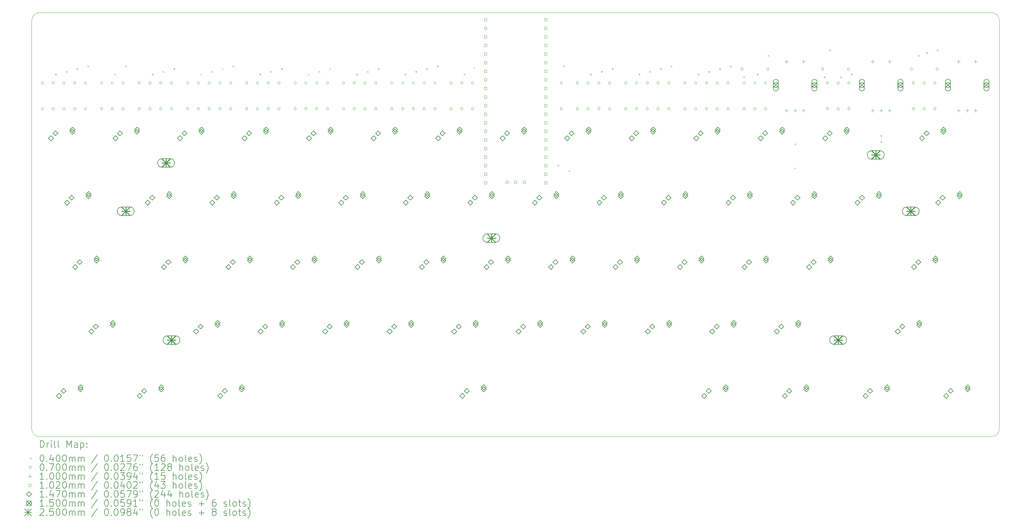
<source format=gbr>
%TF.GenerationSoftware,KiCad,Pcbnew,7.0.4*%
%TF.CreationDate,2023-05-29T10:38:24-04:00*%
%TF.ProjectId,keyboard,6b657962-6f61-4726-942e-6b696361645f,rev?*%
%TF.SameCoordinates,Original*%
%TF.FileFunction,Drillmap*%
%TF.FilePolarity,Positive*%
%FSLAX45Y45*%
G04 Gerber Fmt 4.5, Leading zero omitted, Abs format (unit mm)*
G04 Created by KiCad (PCBNEW 7.0.4) date 2023-05-29 10:38:24*
%MOMM*%
%LPD*%
G01*
G04 APERTURE LIST*
%ADD10C,0.100000*%
%ADD11C,0.200000*%
%ADD12C,0.040000*%
%ADD13C,0.070000*%
%ADD14C,0.102000*%
%ADD15C,0.147000*%
%ADD16C,0.150000*%
%ADD17C,0.250000*%
G04 APERTURE END LIST*
D10*
X5794375Y-4921250D02*
X33893125Y-4921250D01*
X5556250Y-5159375D02*
X5556250Y-17224375D01*
X33893125Y-17462500D02*
G75*
G03*
X34131250Y-17224375I-5J238130D01*
G01*
X34131250Y-5159375D02*
G75*
G03*
X33893125Y-4921250I-238130J-5D01*
G01*
X5556250Y-17224375D02*
G75*
G03*
X5794375Y-17462500I238130J5D01*
G01*
X34131250Y-5159375D02*
X34131250Y-17224375D01*
X33893125Y-17462500D02*
X5794375Y-17462500D01*
X5794375Y-4921250D02*
G75*
G03*
X5556250Y-5159375I0J-238125D01*
G01*
D11*
D12*
X6250625Y-6726875D02*
X6290625Y-6766875D01*
X6290625Y-6726875D02*
X6250625Y-6766875D01*
X6568125Y-6647500D02*
X6608125Y-6687500D01*
X6608125Y-6647500D02*
X6568125Y-6687500D01*
X6885625Y-6568125D02*
X6925625Y-6608125D01*
X6925625Y-6568125D02*
X6885625Y-6608125D01*
X7203125Y-6488750D02*
X7243125Y-6528750D01*
X7243125Y-6488750D02*
X7203125Y-6528750D01*
X7996875Y-6726875D02*
X8036875Y-6766875D01*
X8036875Y-6726875D02*
X7996875Y-6766875D01*
X8314375Y-6488750D02*
X8354375Y-6528750D01*
X8354375Y-6488750D02*
X8314375Y-6528750D01*
X9108125Y-6726875D02*
X9148125Y-6766875D01*
X9148125Y-6726875D02*
X9108125Y-6766875D01*
X9425625Y-6647500D02*
X9465625Y-6687500D01*
X9465625Y-6647500D02*
X9425625Y-6687500D01*
X9743125Y-6568125D02*
X9783125Y-6608125D01*
X9783125Y-6568125D02*
X9743125Y-6608125D01*
X10536875Y-6726875D02*
X10576875Y-6766875D01*
X10576875Y-6726875D02*
X10536875Y-6766875D01*
X10854375Y-6647500D02*
X10894375Y-6687500D01*
X10894375Y-6647500D02*
X10854375Y-6687500D01*
X11171875Y-6568125D02*
X11211875Y-6608125D01*
X11211875Y-6568125D02*
X11171875Y-6608125D01*
X11489375Y-6488750D02*
X11529375Y-6528750D01*
X11529375Y-6488750D02*
X11489375Y-6528750D01*
X12283125Y-6726875D02*
X12323125Y-6766875D01*
X12323125Y-6726875D02*
X12283125Y-6766875D01*
X12600625Y-6647500D02*
X12640625Y-6687500D01*
X12640625Y-6647500D02*
X12600625Y-6687500D01*
X12918125Y-6568125D02*
X12958125Y-6608125D01*
X12958125Y-6568125D02*
X12918125Y-6608125D01*
X13711875Y-6726875D02*
X13751875Y-6766875D01*
X13751875Y-6726875D02*
X13711875Y-6766875D01*
X14029375Y-6647500D02*
X14069375Y-6687500D01*
X14069375Y-6647500D02*
X14029375Y-6687500D01*
X14346875Y-6568125D02*
X14386875Y-6608125D01*
X14386875Y-6568125D02*
X14346875Y-6608125D01*
X15140625Y-6726875D02*
X15180625Y-6766875D01*
X15180625Y-6726875D02*
X15140625Y-6766875D01*
X15458125Y-6647500D02*
X15498125Y-6687500D01*
X15498125Y-6647500D02*
X15458125Y-6687500D01*
X15775625Y-6568125D02*
X15815625Y-6608125D01*
X15815625Y-6568125D02*
X15775625Y-6608125D01*
X16569375Y-6726875D02*
X16609375Y-6766875D01*
X16609375Y-6726875D02*
X16569375Y-6766875D01*
X16886875Y-6647500D02*
X16926875Y-6687500D01*
X16926875Y-6647500D02*
X16886875Y-6687500D01*
X17204375Y-6568125D02*
X17244375Y-6608125D01*
X17244375Y-6568125D02*
X17204375Y-6608125D01*
X17521875Y-6488750D02*
X17561875Y-6528750D01*
X17561875Y-6488750D02*
X17521875Y-6528750D01*
X18315625Y-6723125D02*
X18355625Y-6763125D01*
X18355625Y-6723125D02*
X18315625Y-6763125D01*
X18605602Y-6540602D02*
X18645602Y-6580602D01*
X18645602Y-6540602D02*
X18605602Y-6580602D01*
X21082208Y-9414083D02*
X21122208Y-9454083D01*
X21122208Y-9414083D02*
X21082208Y-9454083D01*
X21252500Y-6488750D02*
X21292500Y-6528750D01*
X21292500Y-6488750D02*
X21252500Y-6528750D01*
X21411250Y-9584375D02*
X21451250Y-9624375D01*
X21451250Y-9584375D02*
X21411250Y-9624375D01*
X22046250Y-6726875D02*
X22086250Y-6766875D01*
X22086250Y-6726875D02*
X22046250Y-6766875D01*
X22363750Y-6647500D02*
X22403750Y-6687500D01*
X22403750Y-6647500D02*
X22363750Y-6687500D01*
X22681250Y-6568125D02*
X22721250Y-6608125D01*
X22721250Y-6568125D02*
X22681250Y-6608125D01*
X23475000Y-6726875D02*
X23515000Y-6766875D01*
X23515000Y-6726875D02*
X23475000Y-6766875D01*
X23792500Y-6647500D02*
X23832500Y-6687500D01*
X23832500Y-6647500D02*
X23792500Y-6687500D01*
X24110000Y-6568125D02*
X24150000Y-6608125D01*
X24150000Y-6568125D02*
X24110000Y-6608125D01*
X24427500Y-6488750D02*
X24467500Y-6528750D01*
X24467500Y-6488750D02*
X24427500Y-6528750D01*
X25221250Y-6726875D02*
X25261250Y-6766875D01*
X25261250Y-6726875D02*
X25221250Y-6766875D01*
X25538750Y-6647500D02*
X25578750Y-6687500D01*
X25578750Y-6647500D02*
X25538750Y-6687500D01*
X25856250Y-6568125D02*
X25896250Y-6608125D01*
X25896250Y-6568125D02*
X25856250Y-6608125D01*
X26173750Y-6488750D02*
X26213750Y-6528750D01*
X26213750Y-6488750D02*
X26173750Y-6528750D01*
X26570625Y-6806250D02*
X26610625Y-6846250D01*
X26610625Y-6806250D02*
X26570625Y-6846250D01*
X26967500Y-6726875D02*
X27007500Y-6766875D01*
X27007500Y-6726875D02*
X26967500Y-6766875D01*
X27285000Y-6171250D02*
X27325000Y-6211250D01*
X27325000Y-6171250D02*
X27285000Y-6211250D01*
X28078750Y-9505000D02*
X28118750Y-9545000D01*
X28118750Y-9505000D02*
X28078750Y-9545000D01*
X28081027Y-8789202D02*
X28121027Y-8829202D01*
X28121027Y-8789202D02*
X28081027Y-8829202D01*
X28951875Y-6806250D02*
X28991875Y-6846250D01*
X28991875Y-6806250D02*
X28951875Y-6846250D01*
X29110625Y-6012500D02*
X29150625Y-6052500D01*
X29150625Y-6012500D02*
X29110625Y-6052500D01*
X29428125Y-6806250D02*
X29468125Y-6846250D01*
X29468125Y-6806250D02*
X29428125Y-6846250D01*
X29745625Y-6726875D02*
X29785625Y-6766875D01*
X29785625Y-6726875D02*
X29745625Y-6766875D01*
X30618750Y-8543550D02*
X30658750Y-8583550D01*
X30658750Y-8543550D02*
X30618750Y-8583550D01*
X30618750Y-8711250D02*
X30658750Y-8751250D01*
X30658750Y-8711250D02*
X30618750Y-8751250D01*
X31730000Y-6171250D02*
X31770000Y-6211250D01*
X31770000Y-6171250D02*
X31730000Y-6211250D01*
X31968125Y-6091875D02*
X32008125Y-6131875D01*
X32008125Y-6091875D02*
X31968125Y-6131875D01*
X32285625Y-6012500D02*
X32325625Y-6052500D01*
X32325625Y-6012500D02*
X32285625Y-6052500D01*
D13*
X5908750Y-7000575D02*
G75*
G03*
X5908750Y-7000575I-35000J0D01*
G01*
X5908750Y-7763175D02*
G75*
G03*
X5908750Y-7763175I-35000J0D01*
G01*
X6226250Y-7000575D02*
G75*
G03*
X6226250Y-7000575I-35000J0D01*
G01*
X6226250Y-7763175D02*
G75*
G03*
X6226250Y-7763175I-35000J0D01*
G01*
X6543750Y-7000575D02*
G75*
G03*
X6543750Y-7000575I-35000J0D01*
G01*
X6543750Y-7763175D02*
G75*
G03*
X6543750Y-7763175I-35000J0D01*
G01*
X6861250Y-7000575D02*
G75*
G03*
X6861250Y-7000575I-35000J0D01*
G01*
X6861250Y-7763175D02*
G75*
G03*
X6861250Y-7763175I-35000J0D01*
G01*
X7178750Y-7000575D02*
G75*
G03*
X7178750Y-7000575I-35000J0D01*
G01*
X7178750Y-7763175D02*
G75*
G03*
X7178750Y-7763175I-35000J0D01*
G01*
X7655000Y-7000575D02*
G75*
G03*
X7655000Y-7000575I-35000J0D01*
G01*
X7655000Y-7763175D02*
G75*
G03*
X7655000Y-7763175I-35000J0D01*
G01*
X7972500Y-7000575D02*
G75*
G03*
X7972500Y-7000575I-35000J0D01*
G01*
X7972500Y-7763175D02*
G75*
G03*
X7972500Y-7763175I-35000J0D01*
G01*
X8290000Y-7000575D02*
G75*
G03*
X8290000Y-7000575I-35000J0D01*
G01*
X8290000Y-7763175D02*
G75*
G03*
X8290000Y-7763175I-35000J0D01*
G01*
X8766250Y-7000575D02*
G75*
G03*
X8766250Y-7000575I-35000J0D01*
G01*
X8766250Y-7763175D02*
G75*
G03*
X8766250Y-7763175I-35000J0D01*
G01*
X9083750Y-7000575D02*
G75*
G03*
X9083750Y-7000575I-35000J0D01*
G01*
X9083750Y-7763175D02*
G75*
G03*
X9083750Y-7763175I-35000J0D01*
G01*
X9401250Y-7000575D02*
G75*
G03*
X9401250Y-7000575I-35000J0D01*
G01*
X9401250Y-7763175D02*
G75*
G03*
X9401250Y-7763175I-35000J0D01*
G01*
X9718750Y-7000575D02*
G75*
G03*
X9718750Y-7000575I-35000J0D01*
G01*
X9718750Y-7763175D02*
G75*
G03*
X9718750Y-7763175I-35000J0D01*
G01*
X10195000Y-7000575D02*
G75*
G03*
X10195000Y-7000575I-35000J0D01*
G01*
X10195000Y-7763175D02*
G75*
G03*
X10195000Y-7763175I-35000J0D01*
G01*
X10512500Y-7000575D02*
G75*
G03*
X10512500Y-7000575I-35000J0D01*
G01*
X10512500Y-7763175D02*
G75*
G03*
X10512500Y-7763175I-35000J0D01*
G01*
X10830000Y-7000575D02*
G75*
G03*
X10830000Y-7000575I-35000J0D01*
G01*
X10830000Y-7763175D02*
G75*
G03*
X10830000Y-7763175I-35000J0D01*
G01*
X11147500Y-7000575D02*
G75*
G03*
X11147500Y-7000575I-35000J0D01*
G01*
X11147500Y-7763175D02*
G75*
G03*
X11147500Y-7763175I-35000J0D01*
G01*
X11465000Y-7000575D02*
G75*
G03*
X11465000Y-7000575I-35000J0D01*
G01*
X11465000Y-7763175D02*
G75*
G03*
X11465000Y-7763175I-35000J0D01*
G01*
X11941250Y-7000575D02*
G75*
G03*
X11941250Y-7000575I-35000J0D01*
G01*
X11941250Y-7763175D02*
G75*
G03*
X11941250Y-7763175I-35000J0D01*
G01*
X12258750Y-7000575D02*
G75*
G03*
X12258750Y-7000575I-35000J0D01*
G01*
X12258750Y-7763175D02*
G75*
G03*
X12258750Y-7763175I-35000J0D01*
G01*
X12576250Y-7000575D02*
G75*
G03*
X12576250Y-7000575I-35000J0D01*
G01*
X12576250Y-7763175D02*
G75*
G03*
X12576250Y-7763175I-35000J0D01*
G01*
X12893750Y-7000575D02*
G75*
G03*
X12893750Y-7000575I-35000J0D01*
G01*
X12893750Y-7763175D02*
G75*
G03*
X12893750Y-7763175I-35000J0D01*
G01*
X13370000Y-7000575D02*
G75*
G03*
X13370000Y-7000575I-35000J0D01*
G01*
X13370000Y-7763175D02*
G75*
G03*
X13370000Y-7763175I-35000J0D01*
G01*
X13687500Y-7000575D02*
G75*
G03*
X13687500Y-7000575I-35000J0D01*
G01*
X13687500Y-7763175D02*
G75*
G03*
X13687500Y-7763175I-35000J0D01*
G01*
X14005000Y-7000575D02*
G75*
G03*
X14005000Y-7000575I-35000J0D01*
G01*
X14005000Y-7763175D02*
G75*
G03*
X14005000Y-7763175I-35000J0D01*
G01*
X14322500Y-7000575D02*
G75*
G03*
X14322500Y-7000575I-35000J0D01*
G01*
X14322500Y-7763175D02*
G75*
G03*
X14322500Y-7763175I-35000J0D01*
G01*
X14798750Y-7000575D02*
G75*
G03*
X14798750Y-7000575I-35000J0D01*
G01*
X14798750Y-7763175D02*
G75*
G03*
X14798750Y-7763175I-35000J0D01*
G01*
X15116250Y-7000575D02*
G75*
G03*
X15116250Y-7000575I-35000J0D01*
G01*
X15116250Y-7763175D02*
G75*
G03*
X15116250Y-7763175I-35000J0D01*
G01*
X15433750Y-7000575D02*
G75*
G03*
X15433750Y-7000575I-35000J0D01*
G01*
X15433750Y-7763175D02*
G75*
G03*
X15433750Y-7763175I-35000J0D01*
G01*
X15751250Y-7000575D02*
G75*
G03*
X15751250Y-7000575I-35000J0D01*
G01*
X15751250Y-7763175D02*
G75*
G03*
X15751250Y-7763175I-35000J0D01*
G01*
X16227500Y-7000575D02*
G75*
G03*
X16227500Y-7000575I-35000J0D01*
G01*
X16227500Y-7763175D02*
G75*
G03*
X16227500Y-7763175I-35000J0D01*
G01*
X16545000Y-7000575D02*
G75*
G03*
X16545000Y-7000575I-35000J0D01*
G01*
X16545000Y-7763175D02*
G75*
G03*
X16545000Y-7763175I-35000J0D01*
G01*
X16862500Y-7000575D02*
G75*
G03*
X16862500Y-7000575I-35000J0D01*
G01*
X16862500Y-7763175D02*
G75*
G03*
X16862500Y-7763175I-35000J0D01*
G01*
X17180000Y-7000575D02*
G75*
G03*
X17180000Y-7000575I-35000J0D01*
G01*
X17180000Y-7763175D02*
G75*
G03*
X17180000Y-7763175I-35000J0D01*
G01*
X17497500Y-7000575D02*
G75*
G03*
X17497500Y-7000575I-35000J0D01*
G01*
X17497500Y-7763175D02*
G75*
G03*
X17497500Y-7763175I-35000J0D01*
G01*
X17973750Y-7000575D02*
G75*
G03*
X17973750Y-7000575I-35000J0D01*
G01*
X17973750Y-7763175D02*
G75*
G03*
X17973750Y-7763175I-35000J0D01*
G01*
X18291250Y-7000575D02*
G75*
G03*
X18291250Y-7000575I-35000J0D01*
G01*
X18291250Y-7763175D02*
G75*
G03*
X18291250Y-7763175I-35000J0D01*
G01*
X18608750Y-7000575D02*
G75*
G03*
X18608750Y-7000575I-35000J0D01*
G01*
X18608750Y-7763175D02*
G75*
G03*
X18608750Y-7763175I-35000J0D01*
G01*
X21228125Y-7000575D02*
G75*
G03*
X21228125Y-7000575I-35000J0D01*
G01*
X21228125Y-7763175D02*
G75*
G03*
X21228125Y-7763175I-35000J0D01*
G01*
X21704375Y-7000575D02*
G75*
G03*
X21704375Y-7000575I-35000J0D01*
G01*
X21704375Y-7763175D02*
G75*
G03*
X21704375Y-7763175I-35000J0D01*
G01*
X22021875Y-7000575D02*
G75*
G03*
X22021875Y-7000575I-35000J0D01*
G01*
X22021875Y-7763175D02*
G75*
G03*
X22021875Y-7763175I-35000J0D01*
G01*
X22339375Y-7000575D02*
G75*
G03*
X22339375Y-7000575I-35000J0D01*
G01*
X22339375Y-7763175D02*
G75*
G03*
X22339375Y-7763175I-35000J0D01*
G01*
X22656875Y-7000575D02*
G75*
G03*
X22656875Y-7000575I-35000J0D01*
G01*
X22656875Y-7763175D02*
G75*
G03*
X22656875Y-7763175I-35000J0D01*
G01*
X23133125Y-7000575D02*
G75*
G03*
X23133125Y-7000575I-35000J0D01*
G01*
X23133125Y-7763175D02*
G75*
G03*
X23133125Y-7763175I-35000J0D01*
G01*
X23450625Y-7000575D02*
G75*
G03*
X23450625Y-7000575I-35000J0D01*
G01*
X23450625Y-7763175D02*
G75*
G03*
X23450625Y-7763175I-35000J0D01*
G01*
X23768125Y-7000575D02*
G75*
G03*
X23768125Y-7000575I-35000J0D01*
G01*
X23768125Y-7763175D02*
G75*
G03*
X23768125Y-7763175I-35000J0D01*
G01*
X24085625Y-7000575D02*
G75*
G03*
X24085625Y-7000575I-35000J0D01*
G01*
X24085625Y-7763175D02*
G75*
G03*
X24085625Y-7763175I-35000J0D01*
G01*
X24403125Y-7000575D02*
G75*
G03*
X24403125Y-7000575I-35000J0D01*
G01*
X24403125Y-7763175D02*
G75*
G03*
X24403125Y-7763175I-35000J0D01*
G01*
X24879375Y-7000575D02*
G75*
G03*
X24879375Y-7000575I-35000J0D01*
G01*
X24879375Y-7763175D02*
G75*
G03*
X24879375Y-7763175I-35000J0D01*
G01*
X25196875Y-7000575D02*
G75*
G03*
X25196875Y-7000575I-35000J0D01*
G01*
X25196875Y-7763175D02*
G75*
G03*
X25196875Y-7763175I-35000J0D01*
G01*
X25514375Y-7000575D02*
G75*
G03*
X25514375Y-7000575I-35000J0D01*
G01*
X25514375Y-7763175D02*
G75*
G03*
X25514375Y-7763175I-35000J0D01*
G01*
X25831875Y-7000575D02*
G75*
G03*
X25831875Y-7000575I-35000J0D01*
G01*
X25831875Y-7763175D02*
G75*
G03*
X25831875Y-7763175I-35000J0D01*
G01*
X26149375Y-7000575D02*
G75*
G03*
X26149375Y-7000575I-35000J0D01*
G01*
X26149375Y-7763175D02*
G75*
G03*
X26149375Y-7763175I-35000J0D01*
G01*
X26561825Y-6588125D02*
G75*
G03*
X26561825Y-6588125I-35000J0D01*
G01*
X26625625Y-7000575D02*
G75*
G03*
X26625625Y-7000575I-35000J0D01*
G01*
X26625625Y-7763175D02*
G75*
G03*
X26625625Y-7763175I-35000J0D01*
G01*
X26943125Y-7000575D02*
G75*
G03*
X26943125Y-7000575I-35000J0D01*
G01*
X26943125Y-7763175D02*
G75*
G03*
X26943125Y-7763175I-35000J0D01*
G01*
X27260625Y-7000575D02*
G75*
G03*
X27260625Y-7000575I-35000J0D01*
G01*
X27260625Y-7763175D02*
G75*
G03*
X27260625Y-7763175I-35000J0D01*
G01*
X27324425Y-6588125D02*
G75*
G03*
X27324425Y-6588125I-35000J0D01*
G01*
X28943075Y-6588125D02*
G75*
G03*
X28943075Y-6588125I-35000J0D01*
G01*
X29086250Y-7000575D02*
G75*
G03*
X29086250Y-7000575I-35000J0D01*
G01*
X29086250Y-7763175D02*
G75*
G03*
X29086250Y-7763175I-35000J0D01*
G01*
X29403750Y-7000575D02*
G75*
G03*
X29403750Y-7000575I-35000J0D01*
G01*
X29403750Y-7763175D02*
G75*
G03*
X29403750Y-7763175I-35000J0D01*
G01*
X29705675Y-6588125D02*
G75*
G03*
X29705675Y-6588125I-35000J0D01*
G01*
X29721250Y-7000575D02*
G75*
G03*
X29721250Y-7000575I-35000J0D01*
G01*
X29721250Y-7763175D02*
G75*
G03*
X29721250Y-7763175I-35000J0D01*
G01*
X31562450Y-6588125D02*
G75*
G03*
X31562450Y-6588125I-35000J0D01*
G01*
X31626250Y-7000575D02*
G75*
G03*
X31626250Y-7000575I-35000J0D01*
G01*
X31626250Y-7763175D02*
G75*
G03*
X31626250Y-7763175I-35000J0D01*
G01*
X31943750Y-7000575D02*
G75*
G03*
X31943750Y-7000575I-35000J0D01*
G01*
X31943750Y-7763175D02*
G75*
G03*
X31943750Y-7763175I-35000J0D01*
G01*
X32261250Y-7000575D02*
G75*
G03*
X32261250Y-7000575I-35000J0D01*
G01*
X32261250Y-7763175D02*
G75*
G03*
X32261250Y-7763175I-35000J0D01*
G01*
X32325050Y-6588125D02*
G75*
G03*
X32325050Y-6588125I-35000J0D01*
G01*
D10*
X27848750Y-6314375D02*
X27848750Y-6414375D01*
X27798750Y-6364375D02*
X27898750Y-6364375D01*
X27848750Y-7764375D02*
X27848750Y-7864375D01*
X27798750Y-7814375D02*
X27898750Y-7814375D01*
X28098750Y-7764375D02*
X28098750Y-7864375D01*
X28048750Y-7814375D02*
X28148750Y-7814375D01*
X28348750Y-6314375D02*
X28348750Y-6414375D01*
X28298750Y-6364375D02*
X28398750Y-6364375D01*
X28348750Y-7764375D02*
X28348750Y-7864375D01*
X28298750Y-7814375D02*
X28398750Y-7814375D01*
X30388750Y-6314375D02*
X30388750Y-6414375D01*
X30338750Y-6364375D02*
X30438750Y-6364375D01*
X30388750Y-7764375D02*
X30388750Y-7864375D01*
X30338750Y-7814375D02*
X30438750Y-7814375D01*
X30638750Y-7764375D02*
X30638750Y-7864375D01*
X30588750Y-7814375D02*
X30688750Y-7814375D01*
X30888750Y-6314375D02*
X30888750Y-6414375D01*
X30838750Y-6364375D02*
X30938750Y-6364375D01*
X30888750Y-7764375D02*
X30888750Y-7864375D01*
X30838750Y-7814375D02*
X30938750Y-7814375D01*
X32928750Y-6314375D02*
X32928750Y-6414375D01*
X32878750Y-6364375D02*
X32978750Y-6364375D01*
X32928750Y-7764375D02*
X32928750Y-7864375D01*
X32878750Y-7814375D02*
X32978750Y-7814375D01*
X33178750Y-7764375D02*
X33178750Y-7864375D01*
X33128750Y-7814375D02*
X33228750Y-7814375D01*
X33428750Y-6314375D02*
X33428750Y-6414375D01*
X33378750Y-6364375D02*
X33478750Y-6364375D01*
X33428750Y-7764375D02*
X33428750Y-7864375D01*
X33378750Y-7814375D02*
X33478750Y-7814375D01*
D14*
X18990813Y-5163688D02*
X18990813Y-5091562D01*
X18918687Y-5091562D01*
X18918687Y-5163688D01*
X18990813Y-5163688D01*
X18990813Y-5417688D02*
X18990813Y-5345562D01*
X18918687Y-5345562D01*
X18918687Y-5417688D01*
X18990813Y-5417688D01*
X18990813Y-5671688D02*
X18990813Y-5599562D01*
X18918687Y-5599562D01*
X18918687Y-5671688D01*
X18990813Y-5671688D01*
X18990813Y-5925688D02*
X18990813Y-5853562D01*
X18918687Y-5853562D01*
X18918687Y-5925688D01*
X18990813Y-5925688D01*
X18990813Y-6179688D02*
X18990813Y-6107562D01*
X18918687Y-6107562D01*
X18918687Y-6179688D01*
X18990813Y-6179688D01*
X18990813Y-6433688D02*
X18990813Y-6361562D01*
X18918687Y-6361562D01*
X18918687Y-6433688D01*
X18990813Y-6433688D01*
X18990813Y-6687688D02*
X18990813Y-6615562D01*
X18918687Y-6615562D01*
X18918687Y-6687688D01*
X18990813Y-6687688D01*
X18990813Y-6941688D02*
X18990813Y-6869562D01*
X18918687Y-6869562D01*
X18918687Y-6941688D01*
X18990813Y-6941688D01*
X18990813Y-7195688D02*
X18990813Y-7123562D01*
X18918687Y-7123562D01*
X18918687Y-7195688D01*
X18990813Y-7195688D01*
X18990813Y-7449688D02*
X18990813Y-7377562D01*
X18918687Y-7377562D01*
X18918687Y-7449688D01*
X18990813Y-7449688D01*
X18990813Y-7703688D02*
X18990813Y-7631562D01*
X18918687Y-7631562D01*
X18918687Y-7703688D01*
X18990813Y-7703688D01*
X18990813Y-7957688D02*
X18990813Y-7885562D01*
X18918687Y-7885562D01*
X18918687Y-7957688D01*
X18990813Y-7957688D01*
X18990813Y-8211688D02*
X18990813Y-8139562D01*
X18918687Y-8139562D01*
X18918687Y-8211688D01*
X18990813Y-8211688D01*
X18990813Y-8465688D02*
X18990813Y-8393562D01*
X18918687Y-8393562D01*
X18918687Y-8465688D01*
X18990813Y-8465688D01*
X18990813Y-8719688D02*
X18990813Y-8647562D01*
X18918687Y-8647562D01*
X18918687Y-8719688D01*
X18990813Y-8719688D01*
X18990813Y-8973688D02*
X18990813Y-8901562D01*
X18918687Y-8901562D01*
X18918687Y-8973688D01*
X18990813Y-8973688D01*
X18990813Y-9227688D02*
X18990813Y-9155562D01*
X18918687Y-9155562D01*
X18918687Y-9227688D01*
X18990813Y-9227688D01*
X18990813Y-9481688D02*
X18990813Y-9409562D01*
X18918687Y-9409562D01*
X18918687Y-9481688D01*
X18990813Y-9481688D01*
X18990813Y-9735688D02*
X18990813Y-9663562D01*
X18918687Y-9663562D01*
X18918687Y-9735688D01*
X18990813Y-9735688D01*
X18990813Y-9989688D02*
X18990813Y-9917562D01*
X18918687Y-9917562D01*
X18918687Y-9989688D01*
X18990813Y-9989688D01*
X19625813Y-9966688D02*
X19625813Y-9894562D01*
X19553687Y-9894562D01*
X19553687Y-9966688D01*
X19625813Y-9966688D01*
X19879813Y-9966688D02*
X19879813Y-9894562D01*
X19807687Y-9894562D01*
X19807687Y-9966688D01*
X19879813Y-9966688D01*
X20133813Y-9966688D02*
X20133813Y-9894562D01*
X20061687Y-9894562D01*
X20061687Y-9966688D01*
X20133813Y-9966688D01*
X20768813Y-5163688D02*
X20768813Y-5091562D01*
X20696687Y-5091562D01*
X20696687Y-5163688D01*
X20768813Y-5163688D01*
X20768813Y-5417688D02*
X20768813Y-5345562D01*
X20696687Y-5345562D01*
X20696687Y-5417688D01*
X20768813Y-5417688D01*
X20768813Y-5671688D02*
X20768813Y-5599562D01*
X20696687Y-5599562D01*
X20696687Y-5671688D01*
X20768813Y-5671688D01*
X20768813Y-5925688D02*
X20768813Y-5853562D01*
X20696687Y-5853562D01*
X20696687Y-5925688D01*
X20768813Y-5925688D01*
X20768813Y-6179688D02*
X20768813Y-6107562D01*
X20696687Y-6107562D01*
X20696687Y-6179688D01*
X20768813Y-6179688D01*
X20768813Y-6433688D02*
X20768813Y-6361562D01*
X20696687Y-6361562D01*
X20696687Y-6433688D01*
X20768813Y-6433688D01*
X20768813Y-6687688D02*
X20768813Y-6615562D01*
X20696687Y-6615562D01*
X20696687Y-6687688D01*
X20768813Y-6687688D01*
X20768813Y-6941688D02*
X20768813Y-6869562D01*
X20696687Y-6869562D01*
X20696687Y-6941688D01*
X20768813Y-6941688D01*
X20768813Y-7195688D02*
X20768813Y-7123562D01*
X20696687Y-7123562D01*
X20696687Y-7195688D01*
X20768813Y-7195688D01*
X20768813Y-7449688D02*
X20768813Y-7377562D01*
X20696687Y-7377562D01*
X20696687Y-7449688D01*
X20768813Y-7449688D01*
X20768813Y-7703688D02*
X20768813Y-7631562D01*
X20696687Y-7631562D01*
X20696687Y-7703688D01*
X20768813Y-7703688D01*
X20768813Y-7957688D02*
X20768813Y-7885562D01*
X20696687Y-7885562D01*
X20696687Y-7957688D01*
X20768813Y-7957688D01*
X20768813Y-8211688D02*
X20768813Y-8139562D01*
X20696687Y-8139562D01*
X20696687Y-8211688D01*
X20768813Y-8211688D01*
X20768813Y-8465688D02*
X20768813Y-8393562D01*
X20696687Y-8393562D01*
X20696687Y-8465688D01*
X20768813Y-8465688D01*
X20768813Y-8719688D02*
X20768813Y-8647562D01*
X20696687Y-8647562D01*
X20696687Y-8719688D01*
X20768813Y-8719688D01*
X20768813Y-8973688D02*
X20768813Y-8901562D01*
X20696687Y-8901562D01*
X20696687Y-8973688D01*
X20768813Y-8973688D01*
X20768813Y-9227688D02*
X20768813Y-9155562D01*
X20696687Y-9155562D01*
X20696687Y-9227688D01*
X20768813Y-9227688D01*
X20768813Y-9481688D02*
X20768813Y-9409562D01*
X20696687Y-9409562D01*
X20696687Y-9481688D01*
X20768813Y-9481688D01*
X20768813Y-9735688D02*
X20768813Y-9663562D01*
X20696687Y-9663562D01*
X20696687Y-9735688D01*
X20768813Y-9735688D01*
X20768813Y-9989688D02*
X20768813Y-9917562D01*
X20696687Y-9917562D01*
X20696687Y-9989688D01*
X20768813Y-9989688D01*
D15*
X6127750Y-8709500D02*
X6201250Y-8636000D01*
X6127750Y-8562500D01*
X6054250Y-8636000D01*
X6127750Y-8709500D01*
X6258750Y-8563500D02*
X6332250Y-8490000D01*
X6258750Y-8416500D01*
X6185250Y-8490000D01*
X6258750Y-8563500D01*
X6365875Y-16329500D02*
X6439375Y-16256000D01*
X6365875Y-16182500D01*
X6292375Y-16256000D01*
X6365875Y-16329500D01*
X6496875Y-16183500D02*
X6570375Y-16110000D01*
X6496875Y-16036500D01*
X6423375Y-16110000D01*
X6496875Y-16183500D01*
X6604000Y-10614500D02*
X6677500Y-10541000D01*
X6604000Y-10467500D01*
X6530500Y-10541000D01*
X6604000Y-10614500D01*
X6735000Y-10468500D02*
X6808500Y-10395000D01*
X6735000Y-10321500D01*
X6661500Y-10395000D01*
X6735000Y-10468500D01*
X6758750Y-8513500D02*
X6832250Y-8440000D01*
X6758750Y-8366500D01*
X6685250Y-8440000D01*
X6758750Y-8513500D01*
X6762750Y-8455500D02*
X6836250Y-8382000D01*
X6762750Y-8308500D01*
X6689250Y-8382000D01*
X6762750Y-8455500D01*
X6842125Y-12519500D02*
X6915625Y-12446000D01*
X6842125Y-12372500D01*
X6768625Y-12446000D01*
X6842125Y-12519500D01*
X6973125Y-12373500D02*
X7046625Y-12300000D01*
X6973125Y-12226500D01*
X6899625Y-12300000D01*
X6973125Y-12373500D01*
X6996875Y-16133500D02*
X7070375Y-16060000D01*
X6996875Y-15986500D01*
X6923375Y-16060000D01*
X6996875Y-16133500D01*
X7000875Y-16075500D02*
X7074375Y-16002000D01*
X7000875Y-15928500D01*
X6927375Y-16002000D01*
X7000875Y-16075500D01*
X7235000Y-10418500D02*
X7308500Y-10345000D01*
X7235000Y-10271500D01*
X7161500Y-10345000D01*
X7235000Y-10418500D01*
X7239000Y-10360500D02*
X7312500Y-10287000D01*
X7239000Y-10213500D01*
X7165500Y-10287000D01*
X7239000Y-10360500D01*
X7318375Y-14424500D02*
X7391875Y-14351000D01*
X7318375Y-14277500D01*
X7244875Y-14351000D01*
X7318375Y-14424500D01*
X7449375Y-14278500D02*
X7522875Y-14205000D01*
X7449375Y-14131500D01*
X7375875Y-14205000D01*
X7449375Y-14278500D01*
X7473125Y-12323500D02*
X7546625Y-12250000D01*
X7473125Y-12176500D01*
X7399625Y-12250000D01*
X7473125Y-12323500D01*
X7477125Y-12265500D02*
X7550625Y-12192000D01*
X7477125Y-12118500D01*
X7403625Y-12192000D01*
X7477125Y-12265500D01*
X7949375Y-14228500D02*
X8022875Y-14155000D01*
X7949375Y-14081500D01*
X7875875Y-14155000D01*
X7949375Y-14228500D01*
X7953375Y-14170500D02*
X8026875Y-14097000D01*
X7953375Y-14023500D01*
X7879875Y-14097000D01*
X7953375Y-14170500D01*
X8032750Y-8709500D02*
X8106250Y-8636000D01*
X8032750Y-8562500D01*
X7959250Y-8636000D01*
X8032750Y-8709500D01*
X8163750Y-8563500D02*
X8237250Y-8490000D01*
X8163750Y-8416500D01*
X8090250Y-8490000D01*
X8163750Y-8563500D01*
X8663750Y-8513500D02*
X8737250Y-8440000D01*
X8663750Y-8366500D01*
X8590250Y-8440000D01*
X8663750Y-8513500D01*
X8667750Y-8455500D02*
X8741250Y-8382000D01*
X8667750Y-8308500D01*
X8594250Y-8382000D01*
X8667750Y-8455500D01*
X8747125Y-16329500D02*
X8820625Y-16256000D01*
X8747125Y-16182500D01*
X8673625Y-16256000D01*
X8747125Y-16329500D01*
X8878125Y-16183500D02*
X8951625Y-16110000D01*
X8878125Y-16036500D01*
X8804625Y-16110000D01*
X8878125Y-16183500D01*
X8985250Y-10614500D02*
X9058750Y-10541000D01*
X8985250Y-10467500D01*
X8911750Y-10541000D01*
X8985250Y-10614500D01*
X9116250Y-10468500D02*
X9189750Y-10395000D01*
X9116250Y-10321500D01*
X9042750Y-10395000D01*
X9116250Y-10468500D01*
X9378125Y-16133500D02*
X9451625Y-16060000D01*
X9378125Y-15986500D01*
X9304625Y-16060000D01*
X9378125Y-16133500D01*
X9382125Y-16075500D02*
X9455625Y-16002000D01*
X9382125Y-15928500D01*
X9308625Y-16002000D01*
X9382125Y-16075500D01*
X9461500Y-12519500D02*
X9535000Y-12446000D01*
X9461500Y-12372500D01*
X9388000Y-12446000D01*
X9461500Y-12519500D01*
X9592500Y-12373500D02*
X9666000Y-12300000D01*
X9592500Y-12226500D01*
X9519000Y-12300000D01*
X9592500Y-12373500D01*
X9616250Y-10418500D02*
X9689750Y-10345000D01*
X9616250Y-10271500D01*
X9542750Y-10345000D01*
X9616250Y-10418500D01*
X9620250Y-10360500D02*
X9693750Y-10287000D01*
X9620250Y-10213500D01*
X9546750Y-10287000D01*
X9620250Y-10360500D01*
X9937750Y-8709500D02*
X10011250Y-8636000D01*
X9937750Y-8562500D01*
X9864250Y-8636000D01*
X9937750Y-8709500D01*
X10068750Y-8563500D02*
X10142250Y-8490000D01*
X10068750Y-8416500D01*
X9995250Y-8490000D01*
X10068750Y-8563500D01*
X10092500Y-12323500D02*
X10166000Y-12250000D01*
X10092500Y-12176500D01*
X10019000Y-12250000D01*
X10092500Y-12323500D01*
X10096500Y-12265500D02*
X10170000Y-12192000D01*
X10096500Y-12118500D01*
X10023000Y-12192000D01*
X10096500Y-12265500D01*
X10414000Y-14424500D02*
X10487500Y-14351000D01*
X10414000Y-14277500D01*
X10340500Y-14351000D01*
X10414000Y-14424500D01*
X10545000Y-14278500D02*
X10618500Y-14205000D01*
X10545000Y-14131500D01*
X10471500Y-14205000D01*
X10545000Y-14278500D01*
X10568750Y-8513500D02*
X10642250Y-8440000D01*
X10568750Y-8366500D01*
X10495250Y-8440000D01*
X10568750Y-8513500D01*
X10572750Y-8455500D02*
X10646250Y-8382000D01*
X10572750Y-8308500D01*
X10499250Y-8382000D01*
X10572750Y-8455500D01*
X10890250Y-10614500D02*
X10963750Y-10541000D01*
X10890250Y-10467500D01*
X10816750Y-10541000D01*
X10890250Y-10614500D01*
X11021250Y-10468500D02*
X11094750Y-10395000D01*
X11021250Y-10321500D01*
X10947750Y-10395000D01*
X11021250Y-10468500D01*
X11045000Y-14228500D02*
X11118500Y-14155000D01*
X11045000Y-14081500D01*
X10971500Y-14155000D01*
X11045000Y-14228500D01*
X11049000Y-14170500D02*
X11122500Y-14097000D01*
X11049000Y-14023500D01*
X10975500Y-14097000D01*
X11049000Y-14170500D01*
X11128375Y-16329500D02*
X11201875Y-16256000D01*
X11128375Y-16182500D01*
X11054875Y-16256000D01*
X11128375Y-16329500D01*
X11259375Y-16183500D02*
X11332875Y-16110000D01*
X11259375Y-16036500D01*
X11185875Y-16110000D01*
X11259375Y-16183500D01*
X11366500Y-12519500D02*
X11440000Y-12446000D01*
X11366500Y-12372500D01*
X11293000Y-12446000D01*
X11366500Y-12519500D01*
X11497500Y-12373500D02*
X11571000Y-12300000D01*
X11497500Y-12226500D01*
X11424000Y-12300000D01*
X11497500Y-12373500D01*
X11521250Y-10418500D02*
X11594750Y-10345000D01*
X11521250Y-10271500D01*
X11447750Y-10345000D01*
X11521250Y-10418500D01*
X11525250Y-10360500D02*
X11598750Y-10287000D01*
X11525250Y-10213500D01*
X11451750Y-10287000D01*
X11525250Y-10360500D01*
X11759375Y-16133500D02*
X11832875Y-16060000D01*
X11759375Y-15986500D01*
X11685875Y-16060000D01*
X11759375Y-16133500D01*
X11763375Y-16075500D02*
X11836875Y-16002000D01*
X11763375Y-15928500D01*
X11689875Y-16002000D01*
X11763375Y-16075500D01*
X11842750Y-8709500D02*
X11916250Y-8636000D01*
X11842750Y-8562500D01*
X11769250Y-8636000D01*
X11842750Y-8709500D01*
X11973750Y-8563500D02*
X12047250Y-8490000D01*
X11973750Y-8416500D01*
X11900250Y-8490000D01*
X11973750Y-8563500D01*
X11997500Y-12323500D02*
X12071000Y-12250000D01*
X11997500Y-12176500D01*
X11924000Y-12250000D01*
X11997500Y-12323500D01*
X12001500Y-12265500D02*
X12075000Y-12192000D01*
X12001500Y-12118500D01*
X11928000Y-12192000D01*
X12001500Y-12265500D01*
X12319000Y-14424500D02*
X12392500Y-14351000D01*
X12319000Y-14277500D01*
X12245500Y-14351000D01*
X12319000Y-14424500D01*
X12450000Y-14278500D02*
X12523500Y-14205000D01*
X12450000Y-14131500D01*
X12376500Y-14205000D01*
X12450000Y-14278500D01*
X12473750Y-8513500D02*
X12547250Y-8440000D01*
X12473750Y-8366500D01*
X12400250Y-8440000D01*
X12473750Y-8513500D01*
X12477750Y-8455500D02*
X12551250Y-8382000D01*
X12477750Y-8308500D01*
X12404250Y-8382000D01*
X12477750Y-8455500D01*
X12795250Y-10614500D02*
X12868750Y-10541000D01*
X12795250Y-10467500D01*
X12721750Y-10541000D01*
X12795250Y-10614500D01*
X12926250Y-10468500D02*
X12999750Y-10395000D01*
X12926250Y-10321500D01*
X12852750Y-10395000D01*
X12926250Y-10468500D01*
X12950000Y-14228500D02*
X13023500Y-14155000D01*
X12950000Y-14081500D01*
X12876500Y-14155000D01*
X12950000Y-14228500D01*
X12954000Y-14170500D02*
X13027500Y-14097000D01*
X12954000Y-14023500D01*
X12880500Y-14097000D01*
X12954000Y-14170500D01*
X13271500Y-12519500D02*
X13345000Y-12446000D01*
X13271500Y-12372500D01*
X13198000Y-12446000D01*
X13271500Y-12519500D01*
X13402500Y-12373500D02*
X13476000Y-12300000D01*
X13402500Y-12226500D01*
X13329000Y-12300000D01*
X13402500Y-12373500D01*
X13426250Y-10418500D02*
X13499750Y-10345000D01*
X13426250Y-10271500D01*
X13352750Y-10345000D01*
X13426250Y-10418500D01*
X13430250Y-10360500D02*
X13503750Y-10287000D01*
X13430250Y-10213500D01*
X13356750Y-10287000D01*
X13430250Y-10360500D01*
X13747750Y-8709500D02*
X13821250Y-8636000D01*
X13747750Y-8562500D01*
X13674250Y-8636000D01*
X13747750Y-8709500D01*
X13878750Y-8563500D02*
X13952250Y-8490000D01*
X13878750Y-8416500D01*
X13805250Y-8490000D01*
X13878750Y-8563500D01*
X13902500Y-12323500D02*
X13976000Y-12250000D01*
X13902500Y-12176500D01*
X13829000Y-12250000D01*
X13902500Y-12323500D01*
X13906500Y-12265500D02*
X13980000Y-12192000D01*
X13906500Y-12118500D01*
X13833000Y-12192000D01*
X13906500Y-12265500D01*
X14224000Y-14424500D02*
X14297500Y-14351000D01*
X14224000Y-14277500D01*
X14150500Y-14351000D01*
X14224000Y-14424500D01*
X14355000Y-14278500D02*
X14428500Y-14205000D01*
X14355000Y-14131500D01*
X14281500Y-14205000D01*
X14355000Y-14278500D01*
X14378750Y-8513500D02*
X14452250Y-8440000D01*
X14378750Y-8366500D01*
X14305250Y-8440000D01*
X14378750Y-8513500D01*
X14382750Y-8455500D02*
X14456250Y-8382000D01*
X14382750Y-8308500D01*
X14309250Y-8382000D01*
X14382750Y-8455500D01*
X14700250Y-10614500D02*
X14773750Y-10541000D01*
X14700250Y-10467500D01*
X14626750Y-10541000D01*
X14700250Y-10614500D01*
X14831250Y-10468500D02*
X14904750Y-10395000D01*
X14831250Y-10321500D01*
X14757750Y-10395000D01*
X14831250Y-10468500D01*
X14855000Y-14228500D02*
X14928500Y-14155000D01*
X14855000Y-14081500D01*
X14781500Y-14155000D01*
X14855000Y-14228500D01*
X14859000Y-14170500D02*
X14932500Y-14097000D01*
X14859000Y-14023500D01*
X14785500Y-14097000D01*
X14859000Y-14170500D01*
X15176500Y-12519500D02*
X15250000Y-12446000D01*
X15176500Y-12372500D01*
X15103000Y-12446000D01*
X15176500Y-12519500D01*
X15307500Y-12373500D02*
X15381000Y-12300000D01*
X15307500Y-12226500D01*
X15234000Y-12300000D01*
X15307500Y-12373500D01*
X15331250Y-10418500D02*
X15404750Y-10345000D01*
X15331250Y-10271500D01*
X15257750Y-10345000D01*
X15331250Y-10418500D01*
X15335250Y-10360500D02*
X15408750Y-10287000D01*
X15335250Y-10213500D01*
X15261750Y-10287000D01*
X15335250Y-10360500D01*
X15652750Y-8709500D02*
X15726250Y-8636000D01*
X15652750Y-8562500D01*
X15579250Y-8636000D01*
X15652750Y-8709500D01*
X15783750Y-8563500D02*
X15857250Y-8490000D01*
X15783750Y-8416500D01*
X15710250Y-8490000D01*
X15783750Y-8563500D01*
X15807500Y-12323500D02*
X15881000Y-12250000D01*
X15807500Y-12176500D01*
X15734000Y-12250000D01*
X15807500Y-12323500D01*
X15811500Y-12265500D02*
X15885000Y-12192000D01*
X15811500Y-12118500D01*
X15738000Y-12192000D01*
X15811500Y-12265500D01*
X16129000Y-14424500D02*
X16202500Y-14351000D01*
X16129000Y-14277500D01*
X16055500Y-14351000D01*
X16129000Y-14424500D01*
X16260000Y-14278500D02*
X16333500Y-14205000D01*
X16260000Y-14131500D01*
X16186500Y-14205000D01*
X16260000Y-14278500D01*
X16283750Y-8513500D02*
X16357250Y-8440000D01*
X16283750Y-8366500D01*
X16210250Y-8440000D01*
X16283750Y-8513500D01*
X16287750Y-8455500D02*
X16361250Y-8382000D01*
X16287750Y-8308500D01*
X16214250Y-8382000D01*
X16287750Y-8455500D01*
X16605250Y-10614500D02*
X16678750Y-10541000D01*
X16605250Y-10467500D01*
X16531750Y-10541000D01*
X16605250Y-10614500D01*
X16736250Y-10468500D02*
X16809750Y-10395000D01*
X16736250Y-10321500D01*
X16662750Y-10395000D01*
X16736250Y-10468500D01*
X16760000Y-14228500D02*
X16833500Y-14155000D01*
X16760000Y-14081500D01*
X16686500Y-14155000D01*
X16760000Y-14228500D01*
X16764000Y-14170500D02*
X16837500Y-14097000D01*
X16764000Y-14023500D01*
X16690500Y-14097000D01*
X16764000Y-14170500D01*
X17081500Y-12519500D02*
X17155000Y-12446000D01*
X17081500Y-12372500D01*
X17008000Y-12446000D01*
X17081500Y-12519500D01*
X17212500Y-12373500D02*
X17286000Y-12300000D01*
X17212500Y-12226500D01*
X17139000Y-12300000D01*
X17212500Y-12373500D01*
X17236250Y-10418500D02*
X17309750Y-10345000D01*
X17236250Y-10271500D01*
X17162750Y-10345000D01*
X17236250Y-10418500D01*
X17240250Y-10360500D02*
X17313750Y-10287000D01*
X17240250Y-10213500D01*
X17166750Y-10287000D01*
X17240250Y-10360500D01*
X17557750Y-8709500D02*
X17631250Y-8636000D01*
X17557750Y-8562500D01*
X17484250Y-8636000D01*
X17557750Y-8709500D01*
X17688750Y-8563500D02*
X17762250Y-8490000D01*
X17688750Y-8416500D01*
X17615250Y-8490000D01*
X17688750Y-8563500D01*
X17712500Y-12323500D02*
X17786000Y-12250000D01*
X17712500Y-12176500D01*
X17639000Y-12250000D01*
X17712500Y-12323500D01*
X17716500Y-12265500D02*
X17790000Y-12192000D01*
X17716500Y-12118500D01*
X17643000Y-12192000D01*
X17716500Y-12265500D01*
X18034000Y-14424500D02*
X18107500Y-14351000D01*
X18034000Y-14277500D01*
X17960500Y-14351000D01*
X18034000Y-14424500D01*
X18165000Y-14278500D02*
X18238500Y-14205000D01*
X18165000Y-14131500D01*
X18091500Y-14205000D01*
X18165000Y-14278500D01*
X18188750Y-8513500D02*
X18262250Y-8440000D01*
X18188750Y-8366500D01*
X18115250Y-8440000D01*
X18188750Y-8513500D01*
X18192750Y-8455500D02*
X18266250Y-8382000D01*
X18192750Y-8308500D01*
X18119250Y-8382000D01*
X18192750Y-8455500D01*
X18272125Y-16329500D02*
X18345625Y-16256000D01*
X18272125Y-16182500D01*
X18198625Y-16256000D01*
X18272125Y-16329500D01*
X18403125Y-16183500D02*
X18476625Y-16110000D01*
X18403125Y-16036500D01*
X18329625Y-16110000D01*
X18403125Y-16183500D01*
X18510250Y-10614500D02*
X18583750Y-10541000D01*
X18510250Y-10467500D01*
X18436750Y-10541000D01*
X18510250Y-10614500D01*
X18641250Y-10468500D02*
X18714750Y-10395000D01*
X18641250Y-10321500D01*
X18567750Y-10395000D01*
X18641250Y-10468500D01*
X18665000Y-14228500D02*
X18738500Y-14155000D01*
X18665000Y-14081500D01*
X18591500Y-14155000D01*
X18665000Y-14228500D01*
X18669000Y-14170500D02*
X18742500Y-14097000D01*
X18669000Y-14023500D01*
X18595500Y-14097000D01*
X18669000Y-14170500D01*
X18903125Y-16133500D02*
X18976625Y-16060000D01*
X18903125Y-15986500D01*
X18829625Y-16060000D01*
X18903125Y-16133500D01*
X18907125Y-16075500D02*
X18980625Y-16002000D01*
X18907125Y-15928500D01*
X18833625Y-16002000D01*
X18907125Y-16075500D01*
X18986500Y-12519500D02*
X19060000Y-12446000D01*
X18986500Y-12372500D01*
X18913000Y-12446000D01*
X18986500Y-12519500D01*
X19117500Y-12373500D02*
X19191000Y-12300000D01*
X19117500Y-12226500D01*
X19044000Y-12300000D01*
X19117500Y-12373500D01*
X19141250Y-10418500D02*
X19214750Y-10345000D01*
X19141250Y-10271500D01*
X19067750Y-10345000D01*
X19141250Y-10418500D01*
X19145250Y-10360500D02*
X19218750Y-10287000D01*
X19145250Y-10213500D01*
X19071750Y-10287000D01*
X19145250Y-10360500D01*
X19462750Y-8709500D02*
X19536250Y-8636000D01*
X19462750Y-8562500D01*
X19389250Y-8636000D01*
X19462750Y-8709500D01*
X19593750Y-8563500D02*
X19667250Y-8490000D01*
X19593750Y-8416500D01*
X19520250Y-8490000D01*
X19593750Y-8563500D01*
X19617500Y-12323500D02*
X19691000Y-12250000D01*
X19617500Y-12176500D01*
X19544000Y-12250000D01*
X19617500Y-12323500D01*
X19621500Y-12265500D02*
X19695000Y-12192000D01*
X19621500Y-12118500D01*
X19548000Y-12192000D01*
X19621500Y-12265500D01*
X19939000Y-14424500D02*
X20012500Y-14351000D01*
X19939000Y-14277500D01*
X19865500Y-14351000D01*
X19939000Y-14424500D01*
X20070000Y-14278500D02*
X20143500Y-14205000D01*
X20070000Y-14131500D01*
X19996500Y-14205000D01*
X20070000Y-14278500D01*
X20093750Y-8513500D02*
X20167250Y-8440000D01*
X20093750Y-8366500D01*
X20020250Y-8440000D01*
X20093750Y-8513500D01*
X20097750Y-8455500D02*
X20171250Y-8382000D01*
X20097750Y-8308500D01*
X20024250Y-8382000D01*
X20097750Y-8455500D01*
X20415250Y-10614500D02*
X20488750Y-10541000D01*
X20415250Y-10467500D01*
X20341750Y-10541000D01*
X20415250Y-10614500D01*
X20546250Y-10468500D02*
X20619750Y-10395000D01*
X20546250Y-10321500D01*
X20472750Y-10395000D01*
X20546250Y-10468500D01*
X20570000Y-14228500D02*
X20643500Y-14155000D01*
X20570000Y-14081500D01*
X20496500Y-14155000D01*
X20570000Y-14228500D01*
X20574000Y-14170500D02*
X20647500Y-14097000D01*
X20574000Y-14023500D01*
X20500500Y-14097000D01*
X20574000Y-14170500D01*
X20891500Y-12519500D02*
X20965000Y-12446000D01*
X20891500Y-12372500D01*
X20818000Y-12446000D01*
X20891500Y-12519500D01*
X21022500Y-12373500D02*
X21096000Y-12300000D01*
X21022500Y-12226500D01*
X20949000Y-12300000D01*
X21022500Y-12373500D01*
X21046250Y-10418500D02*
X21119750Y-10345000D01*
X21046250Y-10271500D01*
X20972750Y-10345000D01*
X21046250Y-10418500D01*
X21050250Y-10360500D02*
X21123750Y-10287000D01*
X21050250Y-10213500D01*
X20976750Y-10287000D01*
X21050250Y-10360500D01*
X21367750Y-8709500D02*
X21441250Y-8636000D01*
X21367750Y-8562500D01*
X21294250Y-8636000D01*
X21367750Y-8709500D01*
X21498750Y-8563500D02*
X21572250Y-8490000D01*
X21498750Y-8416500D01*
X21425250Y-8490000D01*
X21498750Y-8563500D01*
X21522500Y-12323500D02*
X21596000Y-12250000D01*
X21522500Y-12176500D01*
X21449000Y-12250000D01*
X21522500Y-12323500D01*
X21526500Y-12265500D02*
X21600000Y-12192000D01*
X21526500Y-12118500D01*
X21453000Y-12192000D01*
X21526500Y-12265500D01*
X21844000Y-14424500D02*
X21917500Y-14351000D01*
X21844000Y-14277500D01*
X21770500Y-14351000D01*
X21844000Y-14424500D01*
X21975000Y-14278500D02*
X22048500Y-14205000D01*
X21975000Y-14131500D01*
X21901500Y-14205000D01*
X21975000Y-14278500D01*
X21998750Y-8513500D02*
X22072250Y-8440000D01*
X21998750Y-8366500D01*
X21925250Y-8440000D01*
X21998750Y-8513500D01*
X22002750Y-8455500D02*
X22076250Y-8382000D01*
X22002750Y-8308500D01*
X21929250Y-8382000D01*
X22002750Y-8455500D01*
X22320250Y-10614500D02*
X22393750Y-10541000D01*
X22320250Y-10467500D01*
X22246750Y-10541000D01*
X22320250Y-10614500D01*
X22451250Y-10468500D02*
X22524750Y-10395000D01*
X22451250Y-10321500D01*
X22377750Y-10395000D01*
X22451250Y-10468500D01*
X22475000Y-14228500D02*
X22548500Y-14155000D01*
X22475000Y-14081500D01*
X22401500Y-14155000D01*
X22475000Y-14228500D01*
X22479000Y-14170500D02*
X22552500Y-14097000D01*
X22479000Y-14023500D01*
X22405500Y-14097000D01*
X22479000Y-14170500D01*
X22796500Y-12519500D02*
X22870000Y-12446000D01*
X22796500Y-12372500D01*
X22723000Y-12446000D01*
X22796500Y-12519500D01*
X22927500Y-12373500D02*
X23001000Y-12300000D01*
X22927500Y-12226500D01*
X22854000Y-12300000D01*
X22927500Y-12373500D01*
X22951250Y-10418500D02*
X23024750Y-10345000D01*
X22951250Y-10271500D01*
X22877750Y-10345000D01*
X22951250Y-10418500D01*
X22955250Y-10360500D02*
X23028750Y-10287000D01*
X22955250Y-10213500D01*
X22881750Y-10287000D01*
X22955250Y-10360500D01*
X23272750Y-8709500D02*
X23346250Y-8636000D01*
X23272750Y-8562500D01*
X23199250Y-8636000D01*
X23272750Y-8709500D01*
X23403750Y-8563500D02*
X23477250Y-8490000D01*
X23403750Y-8416500D01*
X23330250Y-8490000D01*
X23403750Y-8563500D01*
X23427500Y-12323500D02*
X23501000Y-12250000D01*
X23427500Y-12176500D01*
X23354000Y-12250000D01*
X23427500Y-12323500D01*
X23431500Y-12265500D02*
X23505000Y-12192000D01*
X23431500Y-12118500D01*
X23358000Y-12192000D01*
X23431500Y-12265500D01*
X23749000Y-14424500D02*
X23822500Y-14351000D01*
X23749000Y-14277500D01*
X23675500Y-14351000D01*
X23749000Y-14424500D01*
X23880000Y-14278500D02*
X23953500Y-14205000D01*
X23880000Y-14131500D01*
X23806500Y-14205000D01*
X23880000Y-14278500D01*
X23903750Y-8513500D02*
X23977250Y-8440000D01*
X23903750Y-8366500D01*
X23830250Y-8440000D01*
X23903750Y-8513500D01*
X23907750Y-8455500D02*
X23981250Y-8382000D01*
X23907750Y-8308500D01*
X23834250Y-8382000D01*
X23907750Y-8455500D01*
X24225250Y-10614500D02*
X24298750Y-10541000D01*
X24225250Y-10467500D01*
X24151750Y-10541000D01*
X24225250Y-10614500D01*
X24356250Y-10468500D02*
X24429750Y-10395000D01*
X24356250Y-10321500D01*
X24282750Y-10395000D01*
X24356250Y-10468500D01*
X24380000Y-14228500D02*
X24453500Y-14155000D01*
X24380000Y-14081500D01*
X24306500Y-14155000D01*
X24380000Y-14228500D01*
X24384000Y-14170500D02*
X24457500Y-14097000D01*
X24384000Y-14023500D01*
X24310500Y-14097000D01*
X24384000Y-14170500D01*
X24701500Y-12519500D02*
X24775000Y-12446000D01*
X24701500Y-12372500D01*
X24628000Y-12446000D01*
X24701500Y-12519500D01*
X24832500Y-12373500D02*
X24906000Y-12300000D01*
X24832500Y-12226500D01*
X24759000Y-12300000D01*
X24832500Y-12373500D01*
X24856250Y-10418500D02*
X24929750Y-10345000D01*
X24856250Y-10271500D01*
X24782750Y-10345000D01*
X24856250Y-10418500D01*
X24860250Y-10360500D02*
X24933750Y-10287000D01*
X24860250Y-10213500D01*
X24786750Y-10287000D01*
X24860250Y-10360500D01*
X25177750Y-8709500D02*
X25251250Y-8636000D01*
X25177750Y-8562500D01*
X25104250Y-8636000D01*
X25177750Y-8709500D01*
X25308750Y-8563500D02*
X25382250Y-8490000D01*
X25308750Y-8416500D01*
X25235250Y-8490000D01*
X25308750Y-8563500D01*
X25332500Y-12323500D02*
X25406000Y-12250000D01*
X25332500Y-12176500D01*
X25259000Y-12250000D01*
X25332500Y-12323500D01*
X25336500Y-12265500D02*
X25410000Y-12192000D01*
X25336500Y-12118500D01*
X25263000Y-12192000D01*
X25336500Y-12265500D01*
X25415875Y-16329500D02*
X25489375Y-16256000D01*
X25415875Y-16182500D01*
X25342375Y-16256000D01*
X25415875Y-16329500D01*
X25546875Y-16183500D02*
X25620375Y-16110000D01*
X25546875Y-16036500D01*
X25473375Y-16110000D01*
X25546875Y-16183500D01*
X25654000Y-14424500D02*
X25727500Y-14351000D01*
X25654000Y-14277500D01*
X25580500Y-14351000D01*
X25654000Y-14424500D01*
X25785000Y-14278500D02*
X25858500Y-14205000D01*
X25785000Y-14131500D01*
X25711500Y-14205000D01*
X25785000Y-14278500D01*
X25808750Y-8513500D02*
X25882250Y-8440000D01*
X25808750Y-8366500D01*
X25735250Y-8440000D01*
X25808750Y-8513500D01*
X25812750Y-8455500D02*
X25886250Y-8382000D01*
X25812750Y-8308500D01*
X25739250Y-8382000D01*
X25812750Y-8455500D01*
X26046875Y-16133500D02*
X26120375Y-16060000D01*
X26046875Y-15986500D01*
X25973375Y-16060000D01*
X26046875Y-16133500D01*
X26050875Y-16075500D02*
X26124375Y-16002000D01*
X26050875Y-15928500D01*
X25977375Y-16002000D01*
X26050875Y-16075500D01*
X26130250Y-10614500D02*
X26203750Y-10541000D01*
X26130250Y-10467500D01*
X26056750Y-10541000D01*
X26130250Y-10614500D01*
X26261250Y-10468500D02*
X26334750Y-10395000D01*
X26261250Y-10321500D01*
X26187750Y-10395000D01*
X26261250Y-10468500D01*
X26285000Y-14228500D02*
X26358500Y-14155000D01*
X26285000Y-14081500D01*
X26211500Y-14155000D01*
X26285000Y-14228500D01*
X26289000Y-14170500D02*
X26362500Y-14097000D01*
X26289000Y-14023500D01*
X26215500Y-14097000D01*
X26289000Y-14170500D01*
X26606500Y-12519500D02*
X26680000Y-12446000D01*
X26606500Y-12372500D01*
X26533000Y-12446000D01*
X26606500Y-12519500D01*
X26737500Y-12373500D02*
X26811000Y-12300000D01*
X26737500Y-12226500D01*
X26664000Y-12300000D01*
X26737500Y-12373500D01*
X26761250Y-10418500D02*
X26834750Y-10345000D01*
X26761250Y-10271500D01*
X26687750Y-10345000D01*
X26761250Y-10418500D01*
X26765250Y-10360500D02*
X26838750Y-10287000D01*
X26765250Y-10213500D01*
X26691750Y-10287000D01*
X26765250Y-10360500D01*
X27082750Y-8709500D02*
X27156250Y-8636000D01*
X27082750Y-8562500D01*
X27009250Y-8636000D01*
X27082750Y-8709500D01*
X27213750Y-8563500D02*
X27287250Y-8490000D01*
X27213750Y-8416500D01*
X27140250Y-8490000D01*
X27213750Y-8563500D01*
X27237500Y-12323500D02*
X27311000Y-12250000D01*
X27237500Y-12176500D01*
X27164000Y-12250000D01*
X27237500Y-12323500D01*
X27241500Y-12265500D02*
X27315000Y-12192000D01*
X27241500Y-12118500D01*
X27168000Y-12192000D01*
X27241500Y-12265500D01*
X27559000Y-14424500D02*
X27632500Y-14351000D01*
X27559000Y-14277500D01*
X27485500Y-14351000D01*
X27559000Y-14424500D01*
X27690000Y-14278500D02*
X27763500Y-14205000D01*
X27690000Y-14131500D01*
X27616500Y-14205000D01*
X27690000Y-14278500D01*
X27713750Y-8513500D02*
X27787250Y-8440000D01*
X27713750Y-8366500D01*
X27640250Y-8440000D01*
X27713750Y-8513500D01*
X27717750Y-8455500D02*
X27791250Y-8382000D01*
X27717750Y-8308500D01*
X27644250Y-8382000D01*
X27717750Y-8455500D01*
X27797125Y-16329500D02*
X27870625Y-16256000D01*
X27797125Y-16182500D01*
X27723625Y-16256000D01*
X27797125Y-16329500D01*
X27928125Y-16183500D02*
X28001625Y-16110000D01*
X27928125Y-16036500D01*
X27854625Y-16110000D01*
X27928125Y-16183500D01*
X28035250Y-10614500D02*
X28108750Y-10541000D01*
X28035250Y-10467500D01*
X27961750Y-10541000D01*
X28035250Y-10614500D01*
X28166250Y-10468500D02*
X28239750Y-10395000D01*
X28166250Y-10321500D01*
X28092750Y-10395000D01*
X28166250Y-10468500D01*
X28190000Y-14228500D02*
X28263500Y-14155000D01*
X28190000Y-14081500D01*
X28116500Y-14155000D01*
X28190000Y-14228500D01*
X28194000Y-14170500D02*
X28267500Y-14097000D01*
X28194000Y-14023500D01*
X28120500Y-14097000D01*
X28194000Y-14170500D01*
X28428125Y-16133500D02*
X28501625Y-16060000D01*
X28428125Y-15986500D01*
X28354625Y-16060000D01*
X28428125Y-16133500D01*
X28432125Y-16075500D02*
X28505625Y-16002000D01*
X28432125Y-15928500D01*
X28358625Y-16002000D01*
X28432125Y-16075500D01*
X28511500Y-12519500D02*
X28585000Y-12446000D01*
X28511500Y-12372500D01*
X28438000Y-12446000D01*
X28511500Y-12519500D01*
X28642500Y-12373500D02*
X28716000Y-12300000D01*
X28642500Y-12226500D01*
X28569000Y-12300000D01*
X28642500Y-12373500D01*
X28666250Y-10418500D02*
X28739750Y-10345000D01*
X28666250Y-10271500D01*
X28592750Y-10345000D01*
X28666250Y-10418500D01*
X28670250Y-10360500D02*
X28743750Y-10287000D01*
X28670250Y-10213500D01*
X28596750Y-10287000D01*
X28670250Y-10360500D01*
X28987750Y-8709500D02*
X29061250Y-8636000D01*
X28987750Y-8562500D01*
X28914250Y-8636000D01*
X28987750Y-8709500D01*
X29118750Y-8563500D02*
X29192250Y-8490000D01*
X29118750Y-8416500D01*
X29045250Y-8490000D01*
X29118750Y-8563500D01*
X29142500Y-12323500D02*
X29216000Y-12250000D01*
X29142500Y-12176500D01*
X29069000Y-12250000D01*
X29142500Y-12323500D01*
X29146500Y-12265500D02*
X29220000Y-12192000D01*
X29146500Y-12118500D01*
X29073000Y-12192000D01*
X29146500Y-12265500D01*
X29618750Y-8513500D02*
X29692250Y-8440000D01*
X29618750Y-8366500D01*
X29545250Y-8440000D01*
X29618750Y-8513500D01*
X29622750Y-8455500D02*
X29696250Y-8382000D01*
X29622750Y-8308500D01*
X29549250Y-8382000D01*
X29622750Y-8455500D01*
X29940250Y-10614500D02*
X30013750Y-10541000D01*
X29940250Y-10467500D01*
X29866750Y-10541000D01*
X29940250Y-10614500D01*
X30071250Y-10468500D02*
X30144750Y-10395000D01*
X30071250Y-10321500D01*
X29997750Y-10395000D01*
X30071250Y-10468500D01*
X30178375Y-16329500D02*
X30251875Y-16256000D01*
X30178375Y-16182500D01*
X30104875Y-16256000D01*
X30178375Y-16329500D01*
X30309375Y-16183500D02*
X30382875Y-16110000D01*
X30309375Y-16036500D01*
X30235875Y-16110000D01*
X30309375Y-16183500D01*
X30571250Y-10418500D02*
X30644750Y-10345000D01*
X30571250Y-10271500D01*
X30497750Y-10345000D01*
X30571250Y-10418500D01*
X30575250Y-10360500D02*
X30648750Y-10287000D01*
X30575250Y-10213500D01*
X30501750Y-10287000D01*
X30575250Y-10360500D01*
X30809375Y-16133500D02*
X30882875Y-16060000D01*
X30809375Y-15986500D01*
X30735875Y-16060000D01*
X30809375Y-16133500D01*
X30813375Y-16075500D02*
X30886875Y-16002000D01*
X30813375Y-15928500D01*
X30739875Y-16002000D01*
X30813375Y-16075500D01*
X31130875Y-14424500D02*
X31204375Y-14351000D01*
X31130875Y-14277500D01*
X31057375Y-14351000D01*
X31130875Y-14424500D01*
X31261875Y-14278500D02*
X31335375Y-14205000D01*
X31261875Y-14131500D01*
X31188375Y-14205000D01*
X31261875Y-14278500D01*
X31607125Y-12519500D02*
X31680625Y-12446000D01*
X31607125Y-12372500D01*
X31533625Y-12446000D01*
X31607125Y-12519500D01*
X31738125Y-12373500D02*
X31811625Y-12300000D01*
X31738125Y-12226500D01*
X31664625Y-12300000D01*
X31738125Y-12373500D01*
X31761875Y-14228500D02*
X31835375Y-14155000D01*
X31761875Y-14081500D01*
X31688375Y-14155000D01*
X31761875Y-14228500D01*
X31765875Y-14170500D02*
X31839375Y-14097000D01*
X31765875Y-14023500D01*
X31692375Y-14097000D01*
X31765875Y-14170500D01*
X31845250Y-8709500D02*
X31918750Y-8636000D01*
X31845250Y-8562500D01*
X31771750Y-8636000D01*
X31845250Y-8709500D01*
X31976250Y-8563500D02*
X32049750Y-8490000D01*
X31976250Y-8416500D01*
X31902750Y-8490000D01*
X31976250Y-8563500D01*
X32238125Y-12323500D02*
X32311625Y-12250000D01*
X32238125Y-12176500D01*
X32164625Y-12250000D01*
X32238125Y-12323500D01*
X32242125Y-12265500D02*
X32315625Y-12192000D01*
X32242125Y-12118500D01*
X32168625Y-12192000D01*
X32242125Y-12265500D01*
X32321500Y-10614500D02*
X32395000Y-10541000D01*
X32321500Y-10467500D01*
X32248000Y-10541000D01*
X32321500Y-10614500D01*
X32452500Y-10468500D02*
X32526000Y-10395000D01*
X32452500Y-10321500D01*
X32379000Y-10395000D01*
X32452500Y-10468500D01*
X32476250Y-8513500D02*
X32549750Y-8440000D01*
X32476250Y-8366500D01*
X32402750Y-8440000D01*
X32476250Y-8513500D01*
X32480250Y-8455500D02*
X32553750Y-8382000D01*
X32480250Y-8308500D01*
X32406750Y-8382000D01*
X32480250Y-8455500D01*
X32559625Y-16329500D02*
X32633125Y-16256000D01*
X32559625Y-16182500D01*
X32486125Y-16256000D01*
X32559625Y-16329500D01*
X32690625Y-16183500D02*
X32764125Y-16110000D01*
X32690625Y-16036500D01*
X32617125Y-16110000D01*
X32690625Y-16183500D01*
X32952500Y-10418500D02*
X33026000Y-10345000D01*
X32952500Y-10271500D01*
X32879000Y-10345000D01*
X32952500Y-10418500D01*
X32956500Y-10360500D02*
X33030000Y-10287000D01*
X32956500Y-10213500D01*
X32883000Y-10287000D01*
X32956500Y-10360500D01*
X33190625Y-16133500D02*
X33264125Y-16060000D01*
X33190625Y-15986500D01*
X33117125Y-16060000D01*
X33190625Y-16133500D01*
X33194625Y-16075500D02*
X33268125Y-16002000D01*
X33194625Y-15928500D01*
X33121125Y-16002000D01*
X33194625Y-16075500D01*
D16*
X27453750Y-6989375D02*
X27603750Y-7139375D01*
X27603750Y-6989375D02*
X27453750Y-7139375D01*
X27603750Y-7064375D02*
G75*
G03*
X27603750Y-7064375I-75000J0D01*
G01*
D11*
X27453750Y-6964375D02*
X27453750Y-7164375D01*
X27453750Y-7164375D02*
G75*
G03*
X27603750Y-7164375I75000J0D01*
G01*
X27603750Y-7164375D02*
X27603750Y-6964375D01*
X27603750Y-6964375D02*
G75*
G03*
X27453750Y-6964375I-75000J0D01*
G01*
D16*
X28593750Y-6989375D02*
X28743750Y-7139375D01*
X28743750Y-6989375D02*
X28593750Y-7139375D01*
X28743750Y-7064375D02*
G75*
G03*
X28743750Y-7064375I-75000J0D01*
G01*
D11*
X28593750Y-6964375D02*
X28593750Y-7164375D01*
X28593750Y-7164375D02*
G75*
G03*
X28743750Y-7164375I75000J0D01*
G01*
X28743750Y-7164375D02*
X28743750Y-6964375D01*
X28743750Y-6964375D02*
G75*
G03*
X28593750Y-6964375I-75000J0D01*
G01*
D16*
X29993750Y-6989375D02*
X30143750Y-7139375D01*
X30143750Y-6989375D02*
X29993750Y-7139375D01*
X30143750Y-7064375D02*
G75*
G03*
X30143750Y-7064375I-75000J0D01*
G01*
D11*
X29993750Y-6964375D02*
X29993750Y-7164375D01*
X29993750Y-7164375D02*
G75*
G03*
X30143750Y-7164375I75000J0D01*
G01*
X30143750Y-7164375D02*
X30143750Y-6964375D01*
X30143750Y-6964375D02*
G75*
G03*
X29993750Y-6964375I-75000J0D01*
G01*
D16*
X31133750Y-6989375D02*
X31283750Y-7139375D01*
X31283750Y-6989375D02*
X31133750Y-7139375D01*
X31283750Y-7064375D02*
G75*
G03*
X31283750Y-7064375I-75000J0D01*
G01*
D11*
X31133750Y-6964375D02*
X31133750Y-7164375D01*
X31133750Y-7164375D02*
G75*
G03*
X31283750Y-7164375I75000J0D01*
G01*
X31283750Y-7164375D02*
X31283750Y-6964375D01*
X31283750Y-6964375D02*
G75*
G03*
X31133750Y-6964375I-75000J0D01*
G01*
D16*
X32533750Y-6989375D02*
X32683750Y-7139375D01*
X32683750Y-6989375D02*
X32533750Y-7139375D01*
X32683750Y-7064375D02*
G75*
G03*
X32683750Y-7064375I-75000J0D01*
G01*
D11*
X32533750Y-6964375D02*
X32533750Y-7164375D01*
X32533750Y-7164375D02*
G75*
G03*
X32683750Y-7164375I75000J0D01*
G01*
X32683750Y-7164375D02*
X32683750Y-6964375D01*
X32683750Y-6964375D02*
G75*
G03*
X32533750Y-6964375I-75000J0D01*
G01*
D16*
X33673750Y-6989375D02*
X33823750Y-7139375D01*
X33823750Y-6989375D02*
X33673750Y-7139375D01*
X33823750Y-7064375D02*
G75*
G03*
X33823750Y-7064375I-75000J0D01*
G01*
D11*
X33673750Y-6964375D02*
X33673750Y-7164375D01*
X33673750Y-7164375D02*
G75*
G03*
X33823750Y-7164375I75000J0D01*
G01*
X33823750Y-7164375D02*
X33823750Y-6964375D01*
X33823750Y-6964375D02*
G75*
G03*
X33673750Y-6964375I-75000J0D01*
G01*
D17*
X8209375Y-10670000D02*
X8459375Y-10920000D01*
X8459375Y-10670000D02*
X8209375Y-10920000D01*
X8334375Y-10670000D02*
X8334375Y-10920000D01*
X8209375Y-10795000D02*
X8459375Y-10795000D01*
D11*
X8209375Y-10920000D02*
X8459375Y-10920000D01*
X8459375Y-10920000D02*
G75*
G03*
X8459375Y-10670000I0J125000D01*
G01*
X8459375Y-10670000D02*
X8209375Y-10670000D01*
X8209375Y-10670000D02*
G75*
G03*
X8209375Y-10920000I0J-125000D01*
G01*
D17*
X9400000Y-9241250D02*
X9650000Y-9491250D01*
X9650000Y-9241250D02*
X9400000Y-9491250D01*
X9525000Y-9241250D02*
X9525000Y-9491250D01*
X9400000Y-9366250D02*
X9650000Y-9366250D01*
D11*
X9400000Y-9491250D02*
X9650000Y-9491250D01*
X9650000Y-9491250D02*
G75*
G03*
X9650000Y-9241250I0J125000D01*
G01*
X9650000Y-9241250D02*
X9400000Y-9241250D01*
X9400000Y-9241250D02*
G75*
G03*
X9400000Y-9491250I0J-125000D01*
G01*
D17*
X9400000Y-9241250D02*
X9650000Y-9491250D01*
X9650000Y-9241250D02*
X9400000Y-9491250D01*
X9525000Y-9241250D02*
X9525000Y-9491250D01*
X9400000Y-9366250D02*
X9650000Y-9366250D01*
D11*
X9400000Y-9491250D02*
X9650000Y-9491250D01*
X9650000Y-9491250D02*
G75*
G03*
X9650000Y-9241250I0J125000D01*
G01*
X9650000Y-9241250D02*
X9400000Y-9241250D01*
X9400000Y-9241250D02*
G75*
G03*
X9400000Y-9491250I0J-125000D01*
G01*
D17*
X9558750Y-14480000D02*
X9808750Y-14730000D01*
X9808750Y-14480000D02*
X9558750Y-14730000D01*
X9683750Y-14480000D02*
X9683750Y-14730000D01*
X9558750Y-14605000D02*
X9808750Y-14605000D01*
D11*
X9558750Y-14730000D02*
X9808750Y-14730000D01*
X9808750Y-14730000D02*
G75*
G03*
X9808750Y-14480000I0J125000D01*
G01*
X9808750Y-14480000D02*
X9558750Y-14480000D01*
X9558750Y-14480000D02*
G75*
G03*
X9558750Y-14730000I0J-125000D01*
G01*
D17*
X19004375Y-11463750D02*
X19254375Y-11713750D01*
X19254375Y-11463750D02*
X19004375Y-11713750D01*
X19129375Y-11463750D02*
X19129375Y-11713750D01*
X19004375Y-11588750D02*
X19254375Y-11588750D01*
D11*
X19004375Y-11713750D02*
X19254375Y-11713750D01*
X19254375Y-11713750D02*
G75*
G03*
X19254375Y-11463750I0J125000D01*
G01*
X19254375Y-11463750D02*
X19004375Y-11463750D01*
X19004375Y-11463750D02*
G75*
G03*
X19004375Y-11713750I0J-125000D01*
G01*
D17*
X29243750Y-14480000D02*
X29493750Y-14730000D01*
X29493750Y-14480000D02*
X29243750Y-14730000D01*
X29368750Y-14480000D02*
X29368750Y-14730000D01*
X29243750Y-14605000D02*
X29493750Y-14605000D01*
D11*
X29243750Y-14730000D02*
X29493750Y-14730000D01*
X29493750Y-14730000D02*
G75*
G03*
X29493750Y-14480000I0J125000D01*
G01*
X29493750Y-14480000D02*
X29243750Y-14480000D01*
X29243750Y-14480000D02*
G75*
G03*
X29243750Y-14730000I0J-125000D01*
G01*
D17*
X30355000Y-9003125D02*
X30605000Y-9253125D01*
X30605000Y-9003125D02*
X30355000Y-9253125D01*
X30480000Y-9003125D02*
X30480000Y-9253125D01*
X30355000Y-9128125D02*
X30605000Y-9128125D01*
D11*
X30355000Y-9253125D02*
X30605000Y-9253125D01*
X30605000Y-9253125D02*
G75*
G03*
X30605000Y-9003125I0J125000D01*
G01*
X30605000Y-9003125D02*
X30355000Y-9003125D01*
X30355000Y-9003125D02*
G75*
G03*
X30355000Y-9253125I0J-125000D01*
G01*
D17*
X31386875Y-10670000D02*
X31636875Y-10920000D01*
X31636875Y-10670000D02*
X31386875Y-10920000D01*
X31511875Y-10670000D02*
X31511875Y-10920000D01*
X31386875Y-10795000D02*
X31636875Y-10795000D01*
D11*
X31386875Y-10920000D02*
X31636875Y-10920000D01*
X31636875Y-10920000D02*
G75*
G03*
X31636875Y-10670000I0J125000D01*
G01*
X31636875Y-10670000D02*
X31386875Y-10670000D01*
X31386875Y-10670000D02*
G75*
G03*
X31386875Y-10920000I0J-125000D01*
G01*
X5812027Y-17778984D02*
X5812027Y-17578984D01*
X5812027Y-17578984D02*
X5859646Y-17578984D01*
X5859646Y-17578984D02*
X5888217Y-17588508D01*
X5888217Y-17588508D02*
X5907265Y-17607555D01*
X5907265Y-17607555D02*
X5916789Y-17626603D01*
X5916789Y-17626603D02*
X5926312Y-17664698D01*
X5926312Y-17664698D02*
X5926312Y-17693270D01*
X5926312Y-17693270D02*
X5916789Y-17731365D01*
X5916789Y-17731365D02*
X5907265Y-17750412D01*
X5907265Y-17750412D02*
X5888217Y-17769460D01*
X5888217Y-17769460D02*
X5859646Y-17778984D01*
X5859646Y-17778984D02*
X5812027Y-17778984D01*
X6012027Y-17778984D02*
X6012027Y-17645650D01*
X6012027Y-17683746D02*
X6021551Y-17664698D01*
X6021551Y-17664698D02*
X6031074Y-17655174D01*
X6031074Y-17655174D02*
X6050122Y-17645650D01*
X6050122Y-17645650D02*
X6069170Y-17645650D01*
X6135836Y-17778984D02*
X6135836Y-17645650D01*
X6135836Y-17578984D02*
X6126312Y-17588508D01*
X6126312Y-17588508D02*
X6135836Y-17598031D01*
X6135836Y-17598031D02*
X6145360Y-17588508D01*
X6145360Y-17588508D02*
X6135836Y-17578984D01*
X6135836Y-17578984D02*
X6135836Y-17598031D01*
X6259646Y-17778984D02*
X6240598Y-17769460D01*
X6240598Y-17769460D02*
X6231074Y-17750412D01*
X6231074Y-17750412D02*
X6231074Y-17578984D01*
X6364408Y-17778984D02*
X6345360Y-17769460D01*
X6345360Y-17769460D02*
X6335836Y-17750412D01*
X6335836Y-17750412D02*
X6335836Y-17578984D01*
X6592979Y-17778984D02*
X6592979Y-17578984D01*
X6592979Y-17578984D02*
X6659646Y-17721841D01*
X6659646Y-17721841D02*
X6726312Y-17578984D01*
X6726312Y-17578984D02*
X6726312Y-17778984D01*
X6907265Y-17778984D02*
X6907265Y-17674222D01*
X6907265Y-17674222D02*
X6897741Y-17655174D01*
X6897741Y-17655174D02*
X6878693Y-17645650D01*
X6878693Y-17645650D02*
X6840598Y-17645650D01*
X6840598Y-17645650D02*
X6821551Y-17655174D01*
X6907265Y-17769460D02*
X6888217Y-17778984D01*
X6888217Y-17778984D02*
X6840598Y-17778984D01*
X6840598Y-17778984D02*
X6821551Y-17769460D01*
X6821551Y-17769460D02*
X6812027Y-17750412D01*
X6812027Y-17750412D02*
X6812027Y-17731365D01*
X6812027Y-17731365D02*
X6821551Y-17712317D01*
X6821551Y-17712317D02*
X6840598Y-17702793D01*
X6840598Y-17702793D02*
X6888217Y-17702793D01*
X6888217Y-17702793D02*
X6907265Y-17693270D01*
X7002503Y-17645650D02*
X7002503Y-17845650D01*
X7002503Y-17655174D02*
X7021551Y-17645650D01*
X7021551Y-17645650D02*
X7059646Y-17645650D01*
X7059646Y-17645650D02*
X7078693Y-17655174D01*
X7078693Y-17655174D02*
X7088217Y-17664698D01*
X7088217Y-17664698D02*
X7097741Y-17683746D01*
X7097741Y-17683746D02*
X7097741Y-17740889D01*
X7097741Y-17740889D02*
X7088217Y-17759936D01*
X7088217Y-17759936D02*
X7078693Y-17769460D01*
X7078693Y-17769460D02*
X7059646Y-17778984D01*
X7059646Y-17778984D02*
X7021551Y-17778984D01*
X7021551Y-17778984D02*
X7002503Y-17769460D01*
X7183455Y-17759936D02*
X7192979Y-17769460D01*
X7192979Y-17769460D02*
X7183455Y-17778984D01*
X7183455Y-17778984D02*
X7173932Y-17769460D01*
X7173932Y-17769460D02*
X7183455Y-17759936D01*
X7183455Y-17759936D02*
X7183455Y-17778984D01*
X7183455Y-17655174D02*
X7192979Y-17664698D01*
X7192979Y-17664698D02*
X7183455Y-17674222D01*
X7183455Y-17674222D02*
X7173932Y-17664698D01*
X7173932Y-17664698D02*
X7183455Y-17655174D01*
X7183455Y-17655174D02*
X7183455Y-17674222D01*
D12*
X5511250Y-18087500D02*
X5551250Y-18127500D01*
X5551250Y-18087500D02*
X5511250Y-18127500D01*
D11*
X5850122Y-17998984D02*
X5869170Y-17998984D01*
X5869170Y-17998984D02*
X5888217Y-18008508D01*
X5888217Y-18008508D02*
X5897741Y-18018031D01*
X5897741Y-18018031D02*
X5907265Y-18037079D01*
X5907265Y-18037079D02*
X5916789Y-18075174D01*
X5916789Y-18075174D02*
X5916789Y-18122793D01*
X5916789Y-18122793D02*
X5907265Y-18160889D01*
X5907265Y-18160889D02*
X5897741Y-18179936D01*
X5897741Y-18179936D02*
X5888217Y-18189460D01*
X5888217Y-18189460D02*
X5869170Y-18198984D01*
X5869170Y-18198984D02*
X5850122Y-18198984D01*
X5850122Y-18198984D02*
X5831074Y-18189460D01*
X5831074Y-18189460D02*
X5821551Y-18179936D01*
X5821551Y-18179936D02*
X5812027Y-18160889D01*
X5812027Y-18160889D02*
X5802503Y-18122793D01*
X5802503Y-18122793D02*
X5802503Y-18075174D01*
X5802503Y-18075174D02*
X5812027Y-18037079D01*
X5812027Y-18037079D02*
X5821551Y-18018031D01*
X5821551Y-18018031D02*
X5831074Y-18008508D01*
X5831074Y-18008508D02*
X5850122Y-17998984D01*
X6002503Y-18179936D02*
X6012027Y-18189460D01*
X6012027Y-18189460D02*
X6002503Y-18198984D01*
X6002503Y-18198984D02*
X5992979Y-18189460D01*
X5992979Y-18189460D02*
X6002503Y-18179936D01*
X6002503Y-18179936D02*
X6002503Y-18198984D01*
X6183455Y-18065650D02*
X6183455Y-18198984D01*
X6135836Y-17989460D02*
X6088217Y-18132317D01*
X6088217Y-18132317D02*
X6212027Y-18132317D01*
X6326312Y-17998984D02*
X6345360Y-17998984D01*
X6345360Y-17998984D02*
X6364408Y-18008508D01*
X6364408Y-18008508D02*
X6373932Y-18018031D01*
X6373932Y-18018031D02*
X6383455Y-18037079D01*
X6383455Y-18037079D02*
X6392979Y-18075174D01*
X6392979Y-18075174D02*
X6392979Y-18122793D01*
X6392979Y-18122793D02*
X6383455Y-18160889D01*
X6383455Y-18160889D02*
X6373932Y-18179936D01*
X6373932Y-18179936D02*
X6364408Y-18189460D01*
X6364408Y-18189460D02*
X6345360Y-18198984D01*
X6345360Y-18198984D02*
X6326312Y-18198984D01*
X6326312Y-18198984D02*
X6307265Y-18189460D01*
X6307265Y-18189460D02*
X6297741Y-18179936D01*
X6297741Y-18179936D02*
X6288217Y-18160889D01*
X6288217Y-18160889D02*
X6278693Y-18122793D01*
X6278693Y-18122793D02*
X6278693Y-18075174D01*
X6278693Y-18075174D02*
X6288217Y-18037079D01*
X6288217Y-18037079D02*
X6297741Y-18018031D01*
X6297741Y-18018031D02*
X6307265Y-18008508D01*
X6307265Y-18008508D02*
X6326312Y-17998984D01*
X6516789Y-17998984D02*
X6535836Y-17998984D01*
X6535836Y-17998984D02*
X6554884Y-18008508D01*
X6554884Y-18008508D02*
X6564408Y-18018031D01*
X6564408Y-18018031D02*
X6573932Y-18037079D01*
X6573932Y-18037079D02*
X6583455Y-18075174D01*
X6583455Y-18075174D02*
X6583455Y-18122793D01*
X6583455Y-18122793D02*
X6573932Y-18160889D01*
X6573932Y-18160889D02*
X6564408Y-18179936D01*
X6564408Y-18179936D02*
X6554884Y-18189460D01*
X6554884Y-18189460D02*
X6535836Y-18198984D01*
X6535836Y-18198984D02*
X6516789Y-18198984D01*
X6516789Y-18198984D02*
X6497741Y-18189460D01*
X6497741Y-18189460D02*
X6488217Y-18179936D01*
X6488217Y-18179936D02*
X6478693Y-18160889D01*
X6478693Y-18160889D02*
X6469170Y-18122793D01*
X6469170Y-18122793D02*
X6469170Y-18075174D01*
X6469170Y-18075174D02*
X6478693Y-18037079D01*
X6478693Y-18037079D02*
X6488217Y-18018031D01*
X6488217Y-18018031D02*
X6497741Y-18008508D01*
X6497741Y-18008508D02*
X6516789Y-17998984D01*
X6669170Y-18198984D02*
X6669170Y-18065650D01*
X6669170Y-18084698D02*
X6678693Y-18075174D01*
X6678693Y-18075174D02*
X6697741Y-18065650D01*
X6697741Y-18065650D02*
X6726313Y-18065650D01*
X6726313Y-18065650D02*
X6745360Y-18075174D01*
X6745360Y-18075174D02*
X6754884Y-18094222D01*
X6754884Y-18094222D02*
X6754884Y-18198984D01*
X6754884Y-18094222D02*
X6764408Y-18075174D01*
X6764408Y-18075174D02*
X6783455Y-18065650D01*
X6783455Y-18065650D02*
X6812027Y-18065650D01*
X6812027Y-18065650D02*
X6831074Y-18075174D01*
X6831074Y-18075174D02*
X6840598Y-18094222D01*
X6840598Y-18094222D02*
X6840598Y-18198984D01*
X6935836Y-18198984D02*
X6935836Y-18065650D01*
X6935836Y-18084698D02*
X6945360Y-18075174D01*
X6945360Y-18075174D02*
X6964408Y-18065650D01*
X6964408Y-18065650D02*
X6992979Y-18065650D01*
X6992979Y-18065650D02*
X7012027Y-18075174D01*
X7012027Y-18075174D02*
X7021551Y-18094222D01*
X7021551Y-18094222D02*
X7021551Y-18198984D01*
X7021551Y-18094222D02*
X7031074Y-18075174D01*
X7031074Y-18075174D02*
X7050122Y-18065650D01*
X7050122Y-18065650D02*
X7078693Y-18065650D01*
X7078693Y-18065650D02*
X7097741Y-18075174D01*
X7097741Y-18075174D02*
X7107265Y-18094222D01*
X7107265Y-18094222D02*
X7107265Y-18198984D01*
X7497741Y-17989460D02*
X7326313Y-18246603D01*
X7754884Y-17998984D02*
X7773932Y-17998984D01*
X7773932Y-17998984D02*
X7792979Y-18008508D01*
X7792979Y-18008508D02*
X7802503Y-18018031D01*
X7802503Y-18018031D02*
X7812027Y-18037079D01*
X7812027Y-18037079D02*
X7821551Y-18075174D01*
X7821551Y-18075174D02*
X7821551Y-18122793D01*
X7821551Y-18122793D02*
X7812027Y-18160889D01*
X7812027Y-18160889D02*
X7802503Y-18179936D01*
X7802503Y-18179936D02*
X7792979Y-18189460D01*
X7792979Y-18189460D02*
X7773932Y-18198984D01*
X7773932Y-18198984D02*
X7754884Y-18198984D01*
X7754884Y-18198984D02*
X7735836Y-18189460D01*
X7735836Y-18189460D02*
X7726313Y-18179936D01*
X7726313Y-18179936D02*
X7716789Y-18160889D01*
X7716789Y-18160889D02*
X7707265Y-18122793D01*
X7707265Y-18122793D02*
X7707265Y-18075174D01*
X7707265Y-18075174D02*
X7716789Y-18037079D01*
X7716789Y-18037079D02*
X7726313Y-18018031D01*
X7726313Y-18018031D02*
X7735836Y-18008508D01*
X7735836Y-18008508D02*
X7754884Y-17998984D01*
X7907265Y-18179936D02*
X7916789Y-18189460D01*
X7916789Y-18189460D02*
X7907265Y-18198984D01*
X7907265Y-18198984D02*
X7897741Y-18189460D01*
X7897741Y-18189460D02*
X7907265Y-18179936D01*
X7907265Y-18179936D02*
X7907265Y-18198984D01*
X8040598Y-17998984D02*
X8059646Y-17998984D01*
X8059646Y-17998984D02*
X8078694Y-18008508D01*
X8078694Y-18008508D02*
X8088217Y-18018031D01*
X8088217Y-18018031D02*
X8097741Y-18037079D01*
X8097741Y-18037079D02*
X8107265Y-18075174D01*
X8107265Y-18075174D02*
X8107265Y-18122793D01*
X8107265Y-18122793D02*
X8097741Y-18160889D01*
X8097741Y-18160889D02*
X8088217Y-18179936D01*
X8088217Y-18179936D02*
X8078694Y-18189460D01*
X8078694Y-18189460D02*
X8059646Y-18198984D01*
X8059646Y-18198984D02*
X8040598Y-18198984D01*
X8040598Y-18198984D02*
X8021551Y-18189460D01*
X8021551Y-18189460D02*
X8012027Y-18179936D01*
X8012027Y-18179936D02*
X8002503Y-18160889D01*
X8002503Y-18160889D02*
X7992979Y-18122793D01*
X7992979Y-18122793D02*
X7992979Y-18075174D01*
X7992979Y-18075174D02*
X8002503Y-18037079D01*
X8002503Y-18037079D02*
X8012027Y-18018031D01*
X8012027Y-18018031D02*
X8021551Y-18008508D01*
X8021551Y-18008508D02*
X8040598Y-17998984D01*
X8297741Y-18198984D02*
X8183456Y-18198984D01*
X8240598Y-18198984D02*
X8240598Y-17998984D01*
X8240598Y-17998984D02*
X8221551Y-18027555D01*
X8221551Y-18027555D02*
X8202503Y-18046603D01*
X8202503Y-18046603D02*
X8183456Y-18056127D01*
X8478694Y-17998984D02*
X8383456Y-17998984D01*
X8383456Y-17998984D02*
X8373932Y-18094222D01*
X8373932Y-18094222D02*
X8383456Y-18084698D01*
X8383456Y-18084698D02*
X8402503Y-18075174D01*
X8402503Y-18075174D02*
X8450122Y-18075174D01*
X8450122Y-18075174D02*
X8469170Y-18084698D01*
X8469170Y-18084698D02*
X8478694Y-18094222D01*
X8478694Y-18094222D02*
X8488218Y-18113270D01*
X8488218Y-18113270D02*
X8488218Y-18160889D01*
X8488218Y-18160889D02*
X8478694Y-18179936D01*
X8478694Y-18179936D02*
X8469170Y-18189460D01*
X8469170Y-18189460D02*
X8450122Y-18198984D01*
X8450122Y-18198984D02*
X8402503Y-18198984D01*
X8402503Y-18198984D02*
X8383456Y-18189460D01*
X8383456Y-18189460D02*
X8373932Y-18179936D01*
X8554884Y-17998984D02*
X8688218Y-17998984D01*
X8688218Y-17998984D02*
X8602503Y-18198984D01*
X8754884Y-17998984D02*
X8754884Y-18037079D01*
X8831075Y-17998984D02*
X8831075Y-18037079D01*
X9126313Y-18275174D02*
X9116789Y-18265650D01*
X9116789Y-18265650D02*
X9097741Y-18237079D01*
X9097741Y-18237079D02*
X9088218Y-18218031D01*
X9088218Y-18218031D02*
X9078694Y-18189460D01*
X9078694Y-18189460D02*
X9069170Y-18141841D01*
X9069170Y-18141841D02*
X9069170Y-18103746D01*
X9069170Y-18103746D02*
X9078694Y-18056127D01*
X9078694Y-18056127D02*
X9088218Y-18027555D01*
X9088218Y-18027555D02*
X9097741Y-18008508D01*
X9097741Y-18008508D02*
X9116789Y-17979936D01*
X9116789Y-17979936D02*
X9126313Y-17970412D01*
X9297741Y-17998984D02*
X9202503Y-17998984D01*
X9202503Y-17998984D02*
X9192980Y-18094222D01*
X9192980Y-18094222D02*
X9202503Y-18084698D01*
X9202503Y-18084698D02*
X9221551Y-18075174D01*
X9221551Y-18075174D02*
X9269170Y-18075174D01*
X9269170Y-18075174D02*
X9288218Y-18084698D01*
X9288218Y-18084698D02*
X9297741Y-18094222D01*
X9297741Y-18094222D02*
X9307265Y-18113270D01*
X9307265Y-18113270D02*
X9307265Y-18160889D01*
X9307265Y-18160889D02*
X9297741Y-18179936D01*
X9297741Y-18179936D02*
X9288218Y-18189460D01*
X9288218Y-18189460D02*
X9269170Y-18198984D01*
X9269170Y-18198984D02*
X9221551Y-18198984D01*
X9221551Y-18198984D02*
X9202503Y-18189460D01*
X9202503Y-18189460D02*
X9192980Y-18179936D01*
X9478694Y-17998984D02*
X9440599Y-17998984D01*
X9440599Y-17998984D02*
X9421551Y-18008508D01*
X9421551Y-18008508D02*
X9412027Y-18018031D01*
X9412027Y-18018031D02*
X9392980Y-18046603D01*
X9392980Y-18046603D02*
X9383456Y-18084698D01*
X9383456Y-18084698D02*
X9383456Y-18160889D01*
X9383456Y-18160889D02*
X9392980Y-18179936D01*
X9392980Y-18179936D02*
X9402503Y-18189460D01*
X9402503Y-18189460D02*
X9421551Y-18198984D01*
X9421551Y-18198984D02*
X9459646Y-18198984D01*
X9459646Y-18198984D02*
X9478694Y-18189460D01*
X9478694Y-18189460D02*
X9488218Y-18179936D01*
X9488218Y-18179936D02*
X9497741Y-18160889D01*
X9497741Y-18160889D02*
X9497741Y-18113270D01*
X9497741Y-18113270D02*
X9488218Y-18094222D01*
X9488218Y-18094222D02*
X9478694Y-18084698D01*
X9478694Y-18084698D02*
X9459646Y-18075174D01*
X9459646Y-18075174D02*
X9421551Y-18075174D01*
X9421551Y-18075174D02*
X9402503Y-18084698D01*
X9402503Y-18084698D02*
X9392980Y-18094222D01*
X9392980Y-18094222D02*
X9383456Y-18113270D01*
X9735837Y-18198984D02*
X9735837Y-17998984D01*
X9821551Y-18198984D02*
X9821551Y-18094222D01*
X9821551Y-18094222D02*
X9812027Y-18075174D01*
X9812027Y-18075174D02*
X9792980Y-18065650D01*
X9792980Y-18065650D02*
X9764408Y-18065650D01*
X9764408Y-18065650D02*
X9745361Y-18075174D01*
X9745361Y-18075174D02*
X9735837Y-18084698D01*
X9945361Y-18198984D02*
X9926313Y-18189460D01*
X9926313Y-18189460D02*
X9916789Y-18179936D01*
X9916789Y-18179936D02*
X9907265Y-18160889D01*
X9907265Y-18160889D02*
X9907265Y-18103746D01*
X9907265Y-18103746D02*
X9916789Y-18084698D01*
X9916789Y-18084698D02*
X9926313Y-18075174D01*
X9926313Y-18075174D02*
X9945361Y-18065650D01*
X9945361Y-18065650D02*
X9973932Y-18065650D01*
X9973932Y-18065650D02*
X9992980Y-18075174D01*
X9992980Y-18075174D02*
X10002503Y-18084698D01*
X10002503Y-18084698D02*
X10012027Y-18103746D01*
X10012027Y-18103746D02*
X10012027Y-18160889D01*
X10012027Y-18160889D02*
X10002503Y-18179936D01*
X10002503Y-18179936D02*
X9992980Y-18189460D01*
X9992980Y-18189460D02*
X9973932Y-18198984D01*
X9973932Y-18198984D02*
X9945361Y-18198984D01*
X10126313Y-18198984D02*
X10107265Y-18189460D01*
X10107265Y-18189460D02*
X10097742Y-18170412D01*
X10097742Y-18170412D02*
X10097742Y-17998984D01*
X10278694Y-18189460D02*
X10259646Y-18198984D01*
X10259646Y-18198984D02*
X10221551Y-18198984D01*
X10221551Y-18198984D02*
X10202503Y-18189460D01*
X10202503Y-18189460D02*
X10192980Y-18170412D01*
X10192980Y-18170412D02*
X10192980Y-18094222D01*
X10192980Y-18094222D02*
X10202503Y-18075174D01*
X10202503Y-18075174D02*
X10221551Y-18065650D01*
X10221551Y-18065650D02*
X10259646Y-18065650D01*
X10259646Y-18065650D02*
X10278694Y-18075174D01*
X10278694Y-18075174D02*
X10288218Y-18094222D01*
X10288218Y-18094222D02*
X10288218Y-18113270D01*
X10288218Y-18113270D02*
X10192980Y-18132317D01*
X10364408Y-18189460D02*
X10383456Y-18198984D01*
X10383456Y-18198984D02*
X10421551Y-18198984D01*
X10421551Y-18198984D02*
X10440599Y-18189460D01*
X10440599Y-18189460D02*
X10450123Y-18170412D01*
X10450123Y-18170412D02*
X10450123Y-18160889D01*
X10450123Y-18160889D02*
X10440599Y-18141841D01*
X10440599Y-18141841D02*
X10421551Y-18132317D01*
X10421551Y-18132317D02*
X10392980Y-18132317D01*
X10392980Y-18132317D02*
X10373932Y-18122793D01*
X10373932Y-18122793D02*
X10364408Y-18103746D01*
X10364408Y-18103746D02*
X10364408Y-18094222D01*
X10364408Y-18094222D02*
X10373932Y-18075174D01*
X10373932Y-18075174D02*
X10392980Y-18065650D01*
X10392980Y-18065650D02*
X10421551Y-18065650D01*
X10421551Y-18065650D02*
X10440599Y-18075174D01*
X10516789Y-18275174D02*
X10526313Y-18265650D01*
X10526313Y-18265650D02*
X10545361Y-18237079D01*
X10545361Y-18237079D02*
X10554884Y-18218031D01*
X10554884Y-18218031D02*
X10564408Y-18189460D01*
X10564408Y-18189460D02*
X10573932Y-18141841D01*
X10573932Y-18141841D02*
X10573932Y-18103746D01*
X10573932Y-18103746D02*
X10564408Y-18056127D01*
X10564408Y-18056127D02*
X10554884Y-18027555D01*
X10554884Y-18027555D02*
X10545361Y-18008508D01*
X10545361Y-18008508D02*
X10526313Y-17979936D01*
X10526313Y-17979936D02*
X10516789Y-17970412D01*
D13*
X5551250Y-18371500D02*
G75*
G03*
X5551250Y-18371500I-35000J0D01*
G01*
D11*
X5850122Y-18262984D02*
X5869170Y-18262984D01*
X5869170Y-18262984D02*
X5888217Y-18272508D01*
X5888217Y-18272508D02*
X5897741Y-18282031D01*
X5897741Y-18282031D02*
X5907265Y-18301079D01*
X5907265Y-18301079D02*
X5916789Y-18339174D01*
X5916789Y-18339174D02*
X5916789Y-18386793D01*
X5916789Y-18386793D02*
X5907265Y-18424889D01*
X5907265Y-18424889D02*
X5897741Y-18443936D01*
X5897741Y-18443936D02*
X5888217Y-18453460D01*
X5888217Y-18453460D02*
X5869170Y-18462984D01*
X5869170Y-18462984D02*
X5850122Y-18462984D01*
X5850122Y-18462984D02*
X5831074Y-18453460D01*
X5831074Y-18453460D02*
X5821551Y-18443936D01*
X5821551Y-18443936D02*
X5812027Y-18424889D01*
X5812027Y-18424889D02*
X5802503Y-18386793D01*
X5802503Y-18386793D02*
X5802503Y-18339174D01*
X5802503Y-18339174D02*
X5812027Y-18301079D01*
X5812027Y-18301079D02*
X5821551Y-18282031D01*
X5821551Y-18282031D02*
X5831074Y-18272508D01*
X5831074Y-18272508D02*
X5850122Y-18262984D01*
X6002503Y-18443936D02*
X6012027Y-18453460D01*
X6012027Y-18453460D02*
X6002503Y-18462984D01*
X6002503Y-18462984D02*
X5992979Y-18453460D01*
X5992979Y-18453460D02*
X6002503Y-18443936D01*
X6002503Y-18443936D02*
X6002503Y-18462984D01*
X6078693Y-18262984D02*
X6212027Y-18262984D01*
X6212027Y-18262984D02*
X6126312Y-18462984D01*
X6326312Y-18262984D02*
X6345360Y-18262984D01*
X6345360Y-18262984D02*
X6364408Y-18272508D01*
X6364408Y-18272508D02*
X6373932Y-18282031D01*
X6373932Y-18282031D02*
X6383455Y-18301079D01*
X6383455Y-18301079D02*
X6392979Y-18339174D01*
X6392979Y-18339174D02*
X6392979Y-18386793D01*
X6392979Y-18386793D02*
X6383455Y-18424889D01*
X6383455Y-18424889D02*
X6373932Y-18443936D01*
X6373932Y-18443936D02*
X6364408Y-18453460D01*
X6364408Y-18453460D02*
X6345360Y-18462984D01*
X6345360Y-18462984D02*
X6326312Y-18462984D01*
X6326312Y-18462984D02*
X6307265Y-18453460D01*
X6307265Y-18453460D02*
X6297741Y-18443936D01*
X6297741Y-18443936D02*
X6288217Y-18424889D01*
X6288217Y-18424889D02*
X6278693Y-18386793D01*
X6278693Y-18386793D02*
X6278693Y-18339174D01*
X6278693Y-18339174D02*
X6288217Y-18301079D01*
X6288217Y-18301079D02*
X6297741Y-18282031D01*
X6297741Y-18282031D02*
X6307265Y-18272508D01*
X6307265Y-18272508D02*
X6326312Y-18262984D01*
X6516789Y-18262984D02*
X6535836Y-18262984D01*
X6535836Y-18262984D02*
X6554884Y-18272508D01*
X6554884Y-18272508D02*
X6564408Y-18282031D01*
X6564408Y-18282031D02*
X6573932Y-18301079D01*
X6573932Y-18301079D02*
X6583455Y-18339174D01*
X6583455Y-18339174D02*
X6583455Y-18386793D01*
X6583455Y-18386793D02*
X6573932Y-18424889D01*
X6573932Y-18424889D02*
X6564408Y-18443936D01*
X6564408Y-18443936D02*
X6554884Y-18453460D01*
X6554884Y-18453460D02*
X6535836Y-18462984D01*
X6535836Y-18462984D02*
X6516789Y-18462984D01*
X6516789Y-18462984D02*
X6497741Y-18453460D01*
X6497741Y-18453460D02*
X6488217Y-18443936D01*
X6488217Y-18443936D02*
X6478693Y-18424889D01*
X6478693Y-18424889D02*
X6469170Y-18386793D01*
X6469170Y-18386793D02*
X6469170Y-18339174D01*
X6469170Y-18339174D02*
X6478693Y-18301079D01*
X6478693Y-18301079D02*
X6488217Y-18282031D01*
X6488217Y-18282031D02*
X6497741Y-18272508D01*
X6497741Y-18272508D02*
X6516789Y-18262984D01*
X6669170Y-18462984D02*
X6669170Y-18329650D01*
X6669170Y-18348698D02*
X6678693Y-18339174D01*
X6678693Y-18339174D02*
X6697741Y-18329650D01*
X6697741Y-18329650D02*
X6726313Y-18329650D01*
X6726313Y-18329650D02*
X6745360Y-18339174D01*
X6745360Y-18339174D02*
X6754884Y-18358222D01*
X6754884Y-18358222D02*
X6754884Y-18462984D01*
X6754884Y-18358222D02*
X6764408Y-18339174D01*
X6764408Y-18339174D02*
X6783455Y-18329650D01*
X6783455Y-18329650D02*
X6812027Y-18329650D01*
X6812027Y-18329650D02*
X6831074Y-18339174D01*
X6831074Y-18339174D02*
X6840598Y-18358222D01*
X6840598Y-18358222D02*
X6840598Y-18462984D01*
X6935836Y-18462984D02*
X6935836Y-18329650D01*
X6935836Y-18348698D02*
X6945360Y-18339174D01*
X6945360Y-18339174D02*
X6964408Y-18329650D01*
X6964408Y-18329650D02*
X6992979Y-18329650D01*
X6992979Y-18329650D02*
X7012027Y-18339174D01*
X7012027Y-18339174D02*
X7021551Y-18358222D01*
X7021551Y-18358222D02*
X7021551Y-18462984D01*
X7021551Y-18358222D02*
X7031074Y-18339174D01*
X7031074Y-18339174D02*
X7050122Y-18329650D01*
X7050122Y-18329650D02*
X7078693Y-18329650D01*
X7078693Y-18329650D02*
X7097741Y-18339174D01*
X7097741Y-18339174D02*
X7107265Y-18358222D01*
X7107265Y-18358222D02*
X7107265Y-18462984D01*
X7497741Y-18253460D02*
X7326313Y-18510603D01*
X7754884Y-18262984D02*
X7773932Y-18262984D01*
X7773932Y-18262984D02*
X7792979Y-18272508D01*
X7792979Y-18272508D02*
X7802503Y-18282031D01*
X7802503Y-18282031D02*
X7812027Y-18301079D01*
X7812027Y-18301079D02*
X7821551Y-18339174D01*
X7821551Y-18339174D02*
X7821551Y-18386793D01*
X7821551Y-18386793D02*
X7812027Y-18424889D01*
X7812027Y-18424889D02*
X7802503Y-18443936D01*
X7802503Y-18443936D02*
X7792979Y-18453460D01*
X7792979Y-18453460D02*
X7773932Y-18462984D01*
X7773932Y-18462984D02*
X7754884Y-18462984D01*
X7754884Y-18462984D02*
X7735836Y-18453460D01*
X7735836Y-18453460D02*
X7726313Y-18443936D01*
X7726313Y-18443936D02*
X7716789Y-18424889D01*
X7716789Y-18424889D02*
X7707265Y-18386793D01*
X7707265Y-18386793D02*
X7707265Y-18339174D01*
X7707265Y-18339174D02*
X7716789Y-18301079D01*
X7716789Y-18301079D02*
X7726313Y-18282031D01*
X7726313Y-18282031D02*
X7735836Y-18272508D01*
X7735836Y-18272508D02*
X7754884Y-18262984D01*
X7907265Y-18443936D02*
X7916789Y-18453460D01*
X7916789Y-18453460D02*
X7907265Y-18462984D01*
X7907265Y-18462984D02*
X7897741Y-18453460D01*
X7897741Y-18453460D02*
X7907265Y-18443936D01*
X7907265Y-18443936D02*
X7907265Y-18462984D01*
X8040598Y-18262984D02*
X8059646Y-18262984D01*
X8059646Y-18262984D02*
X8078694Y-18272508D01*
X8078694Y-18272508D02*
X8088217Y-18282031D01*
X8088217Y-18282031D02*
X8097741Y-18301079D01*
X8097741Y-18301079D02*
X8107265Y-18339174D01*
X8107265Y-18339174D02*
X8107265Y-18386793D01*
X8107265Y-18386793D02*
X8097741Y-18424889D01*
X8097741Y-18424889D02*
X8088217Y-18443936D01*
X8088217Y-18443936D02*
X8078694Y-18453460D01*
X8078694Y-18453460D02*
X8059646Y-18462984D01*
X8059646Y-18462984D02*
X8040598Y-18462984D01*
X8040598Y-18462984D02*
X8021551Y-18453460D01*
X8021551Y-18453460D02*
X8012027Y-18443936D01*
X8012027Y-18443936D02*
X8002503Y-18424889D01*
X8002503Y-18424889D02*
X7992979Y-18386793D01*
X7992979Y-18386793D02*
X7992979Y-18339174D01*
X7992979Y-18339174D02*
X8002503Y-18301079D01*
X8002503Y-18301079D02*
X8012027Y-18282031D01*
X8012027Y-18282031D02*
X8021551Y-18272508D01*
X8021551Y-18272508D02*
X8040598Y-18262984D01*
X8183456Y-18282031D02*
X8192979Y-18272508D01*
X8192979Y-18272508D02*
X8212027Y-18262984D01*
X8212027Y-18262984D02*
X8259646Y-18262984D01*
X8259646Y-18262984D02*
X8278694Y-18272508D01*
X8278694Y-18272508D02*
X8288217Y-18282031D01*
X8288217Y-18282031D02*
X8297741Y-18301079D01*
X8297741Y-18301079D02*
X8297741Y-18320127D01*
X8297741Y-18320127D02*
X8288217Y-18348698D01*
X8288217Y-18348698D02*
X8173932Y-18462984D01*
X8173932Y-18462984D02*
X8297741Y-18462984D01*
X8364408Y-18262984D02*
X8497741Y-18262984D01*
X8497741Y-18262984D02*
X8412027Y-18462984D01*
X8659646Y-18262984D02*
X8621551Y-18262984D01*
X8621551Y-18262984D02*
X8602503Y-18272508D01*
X8602503Y-18272508D02*
X8592979Y-18282031D01*
X8592979Y-18282031D02*
X8573932Y-18310603D01*
X8573932Y-18310603D02*
X8564408Y-18348698D01*
X8564408Y-18348698D02*
X8564408Y-18424889D01*
X8564408Y-18424889D02*
X8573932Y-18443936D01*
X8573932Y-18443936D02*
X8583456Y-18453460D01*
X8583456Y-18453460D02*
X8602503Y-18462984D01*
X8602503Y-18462984D02*
X8640599Y-18462984D01*
X8640599Y-18462984D02*
X8659646Y-18453460D01*
X8659646Y-18453460D02*
X8669170Y-18443936D01*
X8669170Y-18443936D02*
X8678694Y-18424889D01*
X8678694Y-18424889D02*
X8678694Y-18377270D01*
X8678694Y-18377270D02*
X8669170Y-18358222D01*
X8669170Y-18358222D02*
X8659646Y-18348698D01*
X8659646Y-18348698D02*
X8640599Y-18339174D01*
X8640599Y-18339174D02*
X8602503Y-18339174D01*
X8602503Y-18339174D02*
X8583456Y-18348698D01*
X8583456Y-18348698D02*
X8573932Y-18358222D01*
X8573932Y-18358222D02*
X8564408Y-18377270D01*
X8754884Y-18262984D02*
X8754884Y-18301079D01*
X8831075Y-18262984D02*
X8831075Y-18301079D01*
X9126313Y-18539174D02*
X9116789Y-18529650D01*
X9116789Y-18529650D02*
X9097741Y-18501079D01*
X9097741Y-18501079D02*
X9088218Y-18482031D01*
X9088218Y-18482031D02*
X9078694Y-18453460D01*
X9078694Y-18453460D02*
X9069170Y-18405841D01*
X9069170Y-18405841D02*
X9069170Y-18367746D01*
X9069170Y-18367746D02*
X9078694Y-18320127D01*
X9078694Y-18320127D02*
X9088218Y-18291555D01*
X9088218Y-18291555D02*
X9097741Y-18272508D01*
X9097741Y-18272508D02*
X9116789Y-18243936D01*
X9116789Y-18243936D02*
X9126313Y-18234412D01*
X9307265Y-18462984D02*
X9192980Y-18462984D01*
X9250122Y-18462984D02*
X9250122Y-18262984D01*
X9250122Y-18262984D02*
X9231075Y-18291555D01*
X9231075Y-18291555D02*
X9212027Y-18310603D01*
X9212027Y-18310603D02*
X9192980Y-18320127D01*
X9383456Y-18282031D02*
X9392980Y-18272508D01*
X9392980Y-18272508D02*
X9412027Y-18262984D01*
X9412027Y-18262984D02*
X9459646Y-18262984D01*
X9459646Y-18262984D02*
X9478694Y-18272508D01*
X9478694Y-18272508D02*
X9488218Y-18282031D01*
X9488218Y-18282031D02*
X9497741Y-18301079D01*
X9497741Y-18301079D02*
X9497741Y-18320127D01*
X9497741Y-18320127D02*
X9488218Y-18348698D01*
X9488218Y-18348698D02*
X9373932Y-18462984D01*
X9373932Y-18462984D02*
X9497741Y-18462984D01*
X9612027Y-18348698D02*
X9592980Y-18339174D01*
X9592980Y-18339174D02*
X9583456Y-18329650D01*
X9583456Y-18329650D02*
X9573932Y-18310603D01*
X9573932Y-18310603D02*
X9573932Y-18301079D01*
X9573932Y-18301079D02*
X9583456Y-18282031D01*
X9583456Y-18282031D02*
X9592980Y-18272508D01*
X9592980Y-18272508D02*
X9612027Y-18262984D01*
X9612027Y-18262984D02*
X9650122Y-18262984D01*
X9650122Y-18262984D02*
X9669170Y-18272508D01*
X9669170Y-18272508D02*
X9678694Y-18282031D01*
X9678694Y-18282031D02*
X9688218Y-18301079D01*
X9688218Y-18301079D02*
X9688218Y-18310603D01*
X9688218Y-18310603D02*
X9678694Y-18329650D01*
X9678694Y-18329650D02*
X9669170Y-18339174D01*
X9669170Y-18339174D02*
X9650122Y-18348698D01*
X9650122Y-18348698D02*
X9612027Y-18348698D01*
X9612027Y-18348698D02*
X9592980Y-18358222D01*
X9592980Y-18358222D02*
X9583456Y-18367746D01*
X9583456Y-18367746D02*
X9573932Y-18386793D01*
X9573932Y-18386793D02*
X9573932Y-18424889D01*
X9573932Y-18424889D02*
X9583456Y-18443936D01*
X9583456Y-18443936D02*
X9592980Y-18453460D01*
X9592980Y-18453460D02*
X9612027Y-18462984D01*
X9612027Y-18462984D02*
X9650122Y-18462984D01*
X9650122Y-18462984D02*
X9669170Y-18453460D01*
X9669170Y-18453460D02*
X9678694Y-18443936D01*
X9678694Y-18443936D02*
X9688218Y-18424889D01*
X9688218Y-18424889D02*
X9688218Y-18386793D01*
X9688218Y-18386793D02*
X9678694Y-18367746D01*
X9678694Y-18367746D02*
X9669170Y-18358222D01*
X9669170Y-18358222D02*
X9650122Y-18348698D01*
X9926313Y-18462984D02*
X9926313Y-18262984D01*
X10012027Y-18462984D02*
X10012027Y-18358222D01*
X10012027Y-18358222D02*
X10002503Y-18339174D01*
X10002503Y-18339174D02*
X9983456Y-18329650D01*
X9983456Y-18329650D02*
X9954884Y-18329650D01*
X9954884Y-18329650D02*
X9935837Y-18339174D01*
X9935837Y-18339174D02*
X9926313Y-18348698D01*
X10135837Y-18462984D02*
X10116789Y-18453460D01*
X10116789Y-18453460D02*
X10107265Y-18443936D01*
X10107265Y-18443936D02*
X10097742Y-18424889D01*
X10097742Y-18424889D02*
X10097742Y-18367746D01*
X10097742Y-18367746D02*
X10107265Y-18348698D01*
X10107265Y-18348698D02*
X10116789Y-18339174D01*
X10116789Y-18339174D02*
X10135837Y-18329650D01*
X10135837Y-18329650D02*
X10164408Y-18329650D01*
X10164408Y-18329650D02*
X10183456Y-18339174D01*
X10183456Y-18339174D02*
X10192980Y-18348698D01*
X10192980Y-18348698D02*
X10202503Y-18367746D01*
X10202503Y-18367746D02*
X10202503Y-18424889D01*
X10202503Y-18424889D02*
X10192980Y-18443936D01*
X10192980Y-18443936D02*
X10183456Y-18453460D01*
X10183456Y-18453460D02*
X10164408Y-18462984D01*
X10164408Y-18462984D02*
X10135837Y-18462984D01*
X10316789Y-18462984D02*
X10297742Y-18453460D01*
X10297742Y-18453460D02*
X10288218Y-18434412D01*
X10288218Y-18434412D02*
X10288218Y-18262984D01*
X10469170Y-18453460D02*
X10450123Y-18462984D01*
X10450123Y-18462984D02*
X10412027Y-18462984D01*
X10412027Y-18462984D02*
X10392980Y-18453460D01*
X10392980Y-18453460D02*
X10383456Y-18434412D01*
X10383456Y-18434412D02*
X10383456Y-18358222D01*
X10383456Y-18358222D02*
X10392980Y-18339174D01*
X10392980Y-18339174D02*
X10412027Y-18329650D01*
X10412027Y-18329650D02*
X10450123Y-18329650D01*
X10450123Y-18329650D02*
X10469170Y-18339174D01*
X10469170Y-18339174D02*
X10478694Y-18358222D01*
X10478694Y-18358222D02*
X10478694Y-18377270D01*
X10478694Y-18377270D02*
X10383456Y-18396317D01*
X10554884Y-18453460D02*
X10573932Y-18462984D01*
X10573932Y-18462984D02*
X10612027Y-18462984D01*
X10612027Y-18462984D02*
X10631075Y-18453460D01*
X10631075Y-18453460D02*
X10640599Y-18434412D01*
X10640599Y-18434412D02*
X10640599Y-18424889D01*
X10640599Y-18424889D02*
X10631075Y-18405841D01*
X10631075Y-18405841D02*
X10612027Y-18396317D01*
X10612027Y-18396317D02*
X10583456Y-18396317D01*
X10583456Y-18396317D02*
X10564408Y-18386793D01*
X10564408Y-18386793D02*
X10554884Y-18367746D01*
X10554884Y-18367746D02*
X10554884Y-18358222D01*
X10554884Y-18358222D02*
X10564408Y-18339174D01*
X10564408Y-18339174D02*
X10583456Y-18329650D01*
X10583456Y-18329650D02*
X10612027Y-18329650D01*
X10612027Y-18329650D02*
X10631075Y-18339174D01*
X10707265Y-18539174D02*
X10716789Y-18529650D01*
X10716789Y-18529650D02*
X10735837Y-18501079D01*
X10735837Y-18501079D02*
X10745361Y-18482031D01*
X10745361Y-18482031D02*
X10754884Y-18453460D01*
X10754884Y-18453460D02*
X10764408Y-18405841D01*
X10764408Y-18405841D02*
X10764408Y-18367746D01*
X10764408Y-18367746D02*
X10754884Y-18320127D01*
X10754884Y-18320127D02*
X10745361Y-18291555D01*
X10745361Y-18291555D02*
X10735837Y-18272508D01*
X10735837Y-18272508D02*
X10716789Y-18243936D01*
X10716789Y-18243936D02*
X10707265Y-18234412D01*
D10*
X5501250Y-18585500D02*
X5501250Y-18685500D01*
X5451250Y-18635500D02*
X5551250Y-18635500D01*
D11*
X5916789Y-18726984D02*
X5802503Y-18726984D01*
X5859646Y-18726984D02*
X5859646Y-18526984D01*
X5859646Y-18526984D02*
X5840598Y-18555555D01*
X5840598Y-18555555D02*
X5821551Y-18574603D01*
X5821551Y-18574603D02*
X5802503Y-18584127D01*
X6002503Y-18707936D02*
X6012027Y-18717460D01*
X6012027Y-18717460D02*
X6002503Y-18726984D01*
X6002503Y-18726984D02*
X5992979Y-18717460D01*
X5992979Y-18717460D02*
X6002503Y-18707936D01*
X6002503Y-18707936D02*
X6002503Y-18726984D01*
X6135836Y-18526984D02*
X6154884Y-18526984D01*
X6154884Y-18526984D02*
X6173932Y-18536508D01*
X6173932Y-18536508D02*
X6183455Y-18546031D01*
X6183455Y-18546031D02*
X6192979Y-18565079D01*
X6192979Y-18565079D02*
X6202503Y-18603174D01*
X6202503Y-18603174D02*
X6202503Y-18650793D01*
X6202503Y-18650793D02*
X6192979Y-18688889D01*
X6192979Y-18688889D02*
X6183455Y-18707936D01*
X6183455Y-18707936D02*
X6173932Y-18717460D01*
X6173932Y-18717460D02*
X6154884Y-18726984D01*
X6154884Y-18726984D02*
X6135836Y-18726984D01*
X6135836Y-18726984D02*
X6116789Y-18717460D01*
X6116789Y-18717460D02*
X6107265Y-18707936D01*
X6107265Y-18707936D02*
X6097741Y-18688889D01*
X6097741Y-18688889D02*
X6088217Y-18650793D01*
X6088217Y-18650793D02*
X6088217Y-18603174D01*
X6088217Y-18603174D02*
X6097741Y-18565079D01*
X6097741Y-18565079D02*
X6107265Y-18546031D01*
X6107265Y-18546031D02*
X6116789Y-18536508D01*
X6116789Y-18536508D02*
X6135836Y-18526984D01*
X6326312Y-18526984D02*
X6345360Y-18526984D01*
X6345360Y-18526984D02*
X6364408Y-18536508D01*
X6364408Y-18536508D02*
X6373932Y-18546031D01*
X6373932Y-18546031D02*
X6383455Y-18565079D01*
X6383455Y-18565079D02*
X6392979Y-18603174D01*
X6392979Y-18603174D02*
X6392979Y-18650793D01*
X6392979Y-18650793D02*
X6383455Y-18688889D01*
X6383455Y-18688889D02*
X6373932Y-18707936D01*
X6373932Y-18707936D02*
X6364408Y-18717460D01*
X6364408Y-18717460D02*
X6345360Y-18726984D01*
X6345360Y-18726984D02*
X6326312Y-18726984D01*
X6326312Y-18726984D02*
X6307265Y-18717460D01*
X6307265Y-18717460D02*
X6297741Y-18707936D01*
X6297741Y-18707936D02*
X6288217Y-18688889D01*
X6288217Y-18688889D02*
X6278693Y-18650793D01*
X6278693Y-18650793D02*
X6278693Y-18603174D01*
X6278693Y-18603174D02*
X6288217Y-18565079D01*
X6288217Y-18565079D02*
X6297741Y-18546031D01*
X6297741Y-18546031D02*
X6307265Y-18536508D01*
X6307265Y-18536508D02*
X6326312Y-18526984D01*
X6516789Y-18526984D02*
X6535836Y-18526984D01*
X6535836Y-18526984D02*
X6554884Y-18536508D01*
X6554884Y-18536508D02*
X6564408Y-18546031D01*
X6564408Y-18546031D02*
X6573932Y-18565079D01*
X6573932Y-18565079D02*
X6583455Y-18603174D01*
X6583455Y-18603174D02*
X6583455Y-18650793D01*
X6583455Y-18650793D02*
X6573932Y-18688889D01*
X6573932Y-18688889D02*
X6564408Y-18707936D01*
X6564408Y-18707936D02*
X6554884Y-18717460D01*
X6554884Y-18717460D02*
X6535836Y-18726984D01*
X6535836Y-18726984D02*
X6516789Y-18726984D01*
X6516789Y-18726984D02*
X6497741Y-18717460D01*
X6497741Y-18717460D02*
X6488217Y-18707936D01*
X6488217Y-18707936D02*
X6478693Y-18688889D01*
X6478693Y-18688889D02*
X6469170Y-18650793D01*
X6469170Y-18650793D02*
X6469170Y-18603174D01*
X6469170Y-18603174D02*
X6478693Y-18565079D01*
X6478693Y-18565079D02*
X6488217Y-18546031D01*
X6488217Y-18546031D02*
X6497741Y-18536508D01*
X6497741Y-18536508D02*
X6516789Y-18526984D01*
X6669170Y-18726984D02*
X6669170Y-18593650D01*
X6669170Y-18612698D02*
X6678693Y-18603174D01*
X6678693Y-18603174D02*
X6697741Y-18593650D01*
X6697741Y-18593650D02*
X6726313Y-18593650D01*
X6726313Y-18593650D02*
X6745360Y-18603174D01*
X6745360Y-18603174D02*
X6754884Y-18622222D01*
X6754884Y-18622222D02*
X6754884Y-18726984D01*
X6754884Y-18622222D02*
X6764408Y-18603174D01*
X6764408Y-18603174D02*
X6783455Y-18593650D01*
X6783455Y-18593650D02*
X6812027Y-18593650D01*
X6812027Y-18593650D02*
X6831074Y-18603174D01*
X6831074Y-18603174D02*
X6840598Y-18622222D01*
X6840598Y-18622222D02*
X6840598Y-18726984D01*
X6935836Y-18726984D02*
X6935836Y-18593650D01*
X6935836Y-18612698D02*
X6945360Y-18603174D01*
X6945360Y-18603174D02*
X6964408Y-18593650D01*
X6964408Y-18593650D02*
X6992979Y-18593650D01*
X6992979Y-18593650D02*
X7012027Y-18603174D01*
X7012027Y-18603174D02*
X7021551Y-18622222D01*
X7021551Y-18622222D02*
X7021551Y-18726984D01*
X7021551Y-18622222D02*
X7031074Y-18603174D01*
X7031074Y-18603174D02*
X7050122Y-18593650D01*
X7050122Y-18593650D02*
X7078693Y-18593650D01*
X7078693Y-18593650D02*
X7097741Y-18603174D01*
X7097741Y-18603174D02*
X7107265Y-18622222D01*
X7107265Y-18622222D02*
X7107265Y-18726984D01*
X7497741Y-18517460D02*
X7326313Y-18774603D01*
X7754884Y-18526984D02*
X7773932Y-18526984D01*
X7773932Y-18526984D02*
X7792979Y-18536508D01*
X7792979Y-18536508D02*
X7802503Y-18546031D01*
X7802503Y-18546031D02*
X7812027Y-18565079D01*
X7812027Y-18565079D02*
X7821551Y-18603174D01*
X7821551Y-18603174D02*
X7821551Y-18650793D01*
X7821551Y-18650793D02*
X7812027Y-18688889D01*
X7812027Y-18688889D02*
X7802503Y-18707936D01*
X7802503Y-18707936D02*
X7792979Y-18717460D01*
X7792979Y-18717460D02*
X7773932Y-18726984D01*
X7773932Y-18726984D02*
X7754884Y-18726984D01*
X7754884Y-18726984D02*
X7735836Y-18717460D01*
X7735836Y-18717460D02*
X7726313Y-18707936D01*
X7726313Y-18707936D02*
X7716789Y-18688889D01*
X7716789Y-18688889D02*
X7707265Y-18650793D01*
X7707265Y-18650793D02*
X7707265Y-18603174D01*
X7707265Y-18603174D02*
X7716789Y-18565079D01*
X7716789Y-18565079D02*
X7726313Y-18546031D01*
X7726313Y-18546031D02*
X7735836Y-18536508D01*
X7735836Y-18536508D02*
X7754884Y-18526984D01*
X7907265Y-18707936D02*
X7916789Y-18717460D01*
X7916789Y-18717460D02*
X7907265Y-18726984D01*
X7907265Y-18726984D02*
X7897741Y-18717460D01*
X7897741Y-18717460D02*
X7907265Y-18707936D01*
X7907265Y-18707936D02*
X7907265Y-18726984D01*
X8040598Y-18526984D02*
X8059646Y-18526984D01*
X8059646Y-18526984D02*
X8078694Y-18536508D01*
X8078694Y-18536508D02*
X8088217Y-18546031D01*
X8088217Y-18546031D02*
X8097741Y-18565079D01*
X8097741Y-18565079D02*
X8107265Y-18603174D01*
X8107265Y-18603174D02*
X8107265Y-18650793D01*
X8107265Y-18650793D02*
X8097741Y-18688889D01*
X8097741Y-18688889D02*
X8088217Y-18707936D01*
X8088217Y-18707936D02*
X8078694Y-18717460D01*
X8078694Y-18717460D02*
X8059646Y-18726984D01*
X8059646Y-18726984D02*
X8040598Y-18726984D01*
X8040598Y-18726984D02*
X8021551Y-18717460D01*
X8021551Y-18717460D02*
X8012027Y-18707936D01*
X8012027Y-18707936D02*
X8002503Y-18688889D01*
X8002503Y-18688889D02*
X7992979Y-18650793D01*
X7992979Y-18650793D02*
X7992979Y-18603174D01*
X7992979Y-18603174D02*
X8002503Y-18565079D01*
X8002503Y-18565079D02*
X8012027Y-18546031D01*
X8012027Y-18546031D02*
X8021551Y-18536508D01*
X8021551Y-18536508D02*
X8040598Y-18526984D01*
X8173932Y-18526984D02*
X8297741Y-18526984D01*
X8297741Y-18526984D02*
X8231075Y-18603174D01*
X8231075Y-18603174D02*
X8259646Y-18603174D01*
X8259646Y-18603174D02*
X8278694Y-18612698D01*
X8278694Y-18612698D02*
X8288217Y-18622222D01*
X8288217Y-18622222D02*
X8297741Y-18641270D01*
X8297741Y-18641270D02*
X8297741Y-18688889D01*
X8297741Y-18688889D02*
X8288217Y-18707936D01*
X8288217Y-18707936D02*
X8278694Y-18717460D01*
X8278694Y-18717460D02*
X8259646Y-18726984D01*
X8259646Y-18726984D02*
X8202503Y-18726984D01*
X8202503Y-18726984D02*
X8183456Y-18717460D01*
X8183456Y-18717460D02*
X8173932Y-18707936D01*
X8392979Y-18726984D02*
X8431075Y-18726984D01*
X8431075Y-18726984D02*
X8450122Y-18717460D01*
X8450122Y-18717460D02*
X8459646Y-18707936D01*
X8459646Y-18707936D02*
X8478694Y-18679365D01*
X8478694Y-18679365D02*
X8488218Y-18641270D01*
X8488218Y-18641270D02*
X8488218Y-18565079D01*
X8488218Y-18565079D02*
X8478694Y-18546031D01*
X8478694Y-18546031D02*
X8469170Y-18536508D01*
X8469170Y-18536508D02*
X8450122Y-18526984D01*
X8450122Y-18526984D02*
X8412027Y-18526984D01*
X8412027Y-18526984D02*
X8392979Y-18536508D01*
X8392979Y-18536508D02*
X8383456Y-18546031D01*
X8383456Y-18546031D02*
X8373932Y-18565079D01*
X8373932Y-18565079D02*
X8373932Y-18612698D01*
X8373932Y-18612698D02*
X8383456Y-18631746D01*
X8383456Y-18631746D02*
X8392979Y-18641270D01*
X8392979Y-18641270D02*
X8412027Y-18650793D01*
X8412027Y-18650793D02*
X8450122Y-18650793D01*
X8450122Y-18650793D02*
X8469170Y-18641270D01*
X8469170Y-18641270D02*
X8478694Y-18631746D01*
X8478694Y-18631746D02*
X8488218Y-18612698D01*
X8659646Y-18593650D02*
X8659646Y-18726984D01*
X8612027Y-18517460D02*
X8564408Y-18660317D01*
X8564408Y-18660317D02*
X8688218Y-18660317D01*
X8754884Y-18526984D02*
X8754884Y-18565079D01*
X8831075Y-18526984D02*
X8831075Y-18565079D01*
X9126313Y-18803174D02*
X9116789Y-18793650D01*
X9116789Y-18793650D02*
X9097741Y-18765079D01*
X9097741Y-18765079D02*
X9088218Y-18746031D01*
X9088218Y-18746031D02*
X9078694Y-18717460D01*
X9078694Y-18717460D02*
X9069170Y-18669841D01*
X9069170Y-18669841D02*
X9069170Y-18631746D01*
X9069170Y-18631746D02*
X9078694Y-18584127D01*
X9078694Y-18584127D02*
X9088218Y-18555555D01*
X9088218Y-18555555D02*
X9097741Y-18536508D01*
X9097741Y-18536508D02*
X9116789Y-18507936D01*
X9116789Y-18507936D02*
X9126313Y-18498412D01*
X9307265Y-18726984D02*
X9192980Y-18726984D01*
X9250122Y-18726984D02*
X9250122Y-18526984D01*
X9250122Y-18526984D02*
X9231075Y-18555555D01*
X9231075Y-18555555D02*
X9212027Y-18574603D01*
X9212027Y-18574603D02*
X9192980Y-18584127D01*
X9488218Y-18526984D02*
X9392980Y-18526984D01*
X9392980Y-18526984D02*
X9383456Y-18622222D01*
X9383456Y-18622222D02*
X9392980Y-18612698D01*
X9392980Y-18612698D02*
X9412027Y-18603174D01*
X9412027Y-18603174D02*
X9459646Y-18603174D01*
X9459646Y-18603174D02*
X9478694Y-18612698D01*
X9478694Y-18612698D02*
X9488218Y-18622222D01*
X9488218Y-18622222D02*
X9497741Y-18641270D01*
X9497741Y-18641270D02*
X9497741Y-18688889D01*
X9497741Y-18688889D02*
X9488218Y-18707936D01*
X9488218Y-18707936D02*
X9478694Y-18717460D01*
X9478694Y-18717460D02*
X9459646Y-18726984D01*
X9459646Y-18726984D02*
X9412027Y-18726984D01*
X9412027Y-18726984D02*
X9392980Y-18717460D01*
X9392980Y-18717460D02*
X9383456Y-18707936D01*
X9735837Y-18726984D02*
X9735837Y-18526984D01*
X9821551Y-18726984D02*
X9821551Y-18622222D01*
X9821551Y-18622222D02*
X9812027Y-18603174D01*
X9812027Y-18603174D02*
X9792980Y-18593650D01*
X9792980Y-18593650D02*
X9764408Y-18593650D01*
X9764408Y-18593650D02*
X9745361Y-18603174D01*
X9745361Y-18603174D02*
X9735837Y-18612698D01*
X9945361Y-18726984D02*
X9926313Y-18717460D01*
X9926313Y-18717460D02*
X9916789Y-18707936D01*
X9916789Y-18707936D02*
X9907265Y-18688889D01*
X9907265Y-18688889D02*
X9907265Y-18631746D01*
X9907265Y-18631746D02*
X9916789Y-18612698D01*
X9916789Y-18612698D02*
X9926313Y-18603174D01*
X9926313Y-18603174D02*
X9945361Y-18593650D01*
X9945361Y-18593650D02*
X9973932Y-18593650D01*
X9973932Y-18593650D02*
X9992980Y-18603174D01*
X9992980Y-18603174D02*
X10002503Y-18612698D01*
X10002503Y-18612698D02*
X10012027Y-18631746D01*
X10012027Y-18631746D02*
X10012027Y-18688889D01*
X10012027Y-18688889D02*
X10002503Y-18707936D01*
X10002503Y-18707936D02*
X9992980Y-18717460D01*
X9992980Y-18717460D02*
X9973932Y-18726984D01*
X9973932Y-18726984D02*
X9945361Y-18726984D01*
X10126313Y-18726984D02*
X10107265Y-18717460D01*
X10107265Y-18717460D02*
X10097742Y-18698412D01*
X10097742Y-18698412D02*
X10097742Y-18526984D01*
X10278694Y-18717460D02*
X10259646Y-18726984D01*
X10259646Y-18726984D02*
X10221551Y-18726984D01*
X10221551Y-18726984D02*
X10202503Y-18717460D01*
X10202503Y-18717460D02*
X10192980Y-18698412D01*
X10192980Y-18698412D02*
X10192980Y-18622222D01*
X10192980Y-18622222D02*
X10202503Y-18603174D01*
X10202503Y-18603174D02*
X10221551Y-18593650D01*
X10221551Y-18593650D02*
X10259646Y-18593650D01*
X10259646Y-18593650D02*
X10278694Y-18603174D01*
X10278694Y-18603174D02*
X10288218Y-18622222D01*
X10288218Y-18622222D02*
X10288218Y-18641270D01*
X10288218Y-18641270D02*
X10192980Y-18660317D01*
X10364408Y-18717460D02*
X10383456Y-18726984D01*
X10383456Y-18726984D02*
X10421551Y-18726984D01*
X10421551Y-18726984D02*
X10440599Y-18717460D01*
X10440599Y-18717460D02*
X10450123Y-18698412D01*
X10450123Y-18698412D02*
X10450123Y-18688889D01*
X10450123Y-18688889D02*
X10440599Y-18669841D01*
X10440599Y-18669841D02*
X10421551Y-18660317D01*
X10421551Y-18660317D02*
X10392980Y-18660317D01*
X10392980Y-18660317D02*
X10373932Y-18650793D01*
X10373932Y-18650793D02*
X10364408Y-18631746D01*
X10364408Y-18631746D02*
X10364408Y-18622222D01*
X10364408Y-18622222D02*
X10373932Y-18603174D01*
X10373932Y-18603174D02*
X10392980Y-18593650D01*
X10392980Y-18593650D02*
X10421551Y-18593650D01*
X10421551Y-18593650D02*
X10440599Y-18603174D01*
X10516789Y-18803174D02*
X10526313Y-18793650D01*
X10526313Y-18793650D02*
X10545361Y-18765079D01*
X10545361Y-18765079D02*
X10554884Y-18746031D01*
X10554884Y-18746031D02*
X10564408Y-18717460D01*
X10564408Y-18717460D02*
X10573932Y-18669841D01*
X10573932Y-18669841D02*
X10573932Y-18631746D01*
X10573932Y-18631746D02*
X10564408Y-18584127D01*
X10564408Y-18584127D02*
X10554884Y-18555555D01*
X10554884Y-18555555D02*
X10545361Y-18536508D01*
X10545361Y-18536508D02*
X10526313Y-18507936D01*
X10526313Y-18507936D02*
X10516789Y-18498412D01*
D14*
X5536313Y-18935563D02*
X5536313Y-18863437D01*
X5464187Y-18863437D01*
X5464187Y-18935563D01*
X5536313Y-18935563D01*
D11*
X5916789Y-18990984D02*
X5802503Y-18990984D01*
X5859646Y-18990984D02*
X5859646Y-18790984D01*
X5859646Y-18790984D02*
X5840598Y-18819555D01*
X5840598Y-18819555D02*
X5821551Y-18838603D01*
X5821551Y-18838603D02*
X5802503Y-18848127D01*
X6002503Y-18971936D02*
X6012027Y-18981460D01*
X6012027Y-18981460D02*
X6002503Y-18990984D01*
X6002503Y-18990984D02*
X5992979Y-18981460D01*
X5992979Y-18981460D02*
X6002503Y-18971936D01*
X6002503Y-18971936D02*
X6002503Y-18990984D01*
X6135836Y-18790984D02*
X6154884Y-18790984D01*
X6154884Y-18790984D02*
X6173932Y-18800508D01*
X6173932Y-18800508D02*
X6183455Y-18810031D01*
X6183455Y-18810031D02*
X6192979Y-18829079D01*
X6192979Y-18829079D02*
X6202503Y-18867174D01*
X6202503Y-18867174D02*
X6202503Y-18914793D01*
X6202503Y-18914793D02*
X6192979Y-18952889D01*
X6192979Y-18952889D02*
X6183455Y-18971936D01*
X6183455Y-18971936D02*
X6173932Y-18981460D01*
X6173932Y-18981460D02*
X6154884Y-18990984D01*
X6154884Y-18990984D02*
X6135836Y-18990984D01*
X6135836Y-18990984D02*
X6116789Y-18981460D01*
X6116789Y-18981460D02*
X6107265Y-18971936D01*
X6107265Y-18971936D02*
X6097741Y-18952889D01*
X6097741Y-18952889D02*
X6088217Y-18914793D01*
X6088217Y-18914793D02*
X6088217Y-18867174D01*
X6088217Y-18867174D02*
X6097741Y-18829079D01*
X6097741Y-18829079D02*
X6107265Y-18810031D01*
X6107265Y-18810031D02*
X6116789Y-18800508D01*
X6116789Y-18800508D02*
X6135836Y-18790984D01*
X6278693Y-18810031D02*
X6288217Y-18800508D01*
X6288217Y-18800508D02*
X6307265Y-18790984D01*
X6307265Y-18790984D02*
X6354884Y-18790984D01*
X6354884Y-18790984D02*
X6373932Y-18800508D01*
X6373932Y-18800508D02*
X6383455Y-18810031D01*
X6383455Y-18810031D02*
X6392979Y-18829079D01*
X6392979Y-18829079D02*
X6392979Y-18848127D01*
X6392979Y-18848127D02*
X6383455Y-18876698D01*
X6383455Y-18876698D02*
X6269170Y-18990984D01*
X6269170Y-18990984D02*
X6392979Y-18990984D01*
X6516789Y-18790984D02*
X6535836Y-18790984D01*
X6535836Y-18790984D02*
X6554884Y-18800508D01*
X6554884Y-18800508D02*
X6564408Y-18810031D01*
X6564408Y-18810031D02*
X6573932Y-18829079D01*
X6573932Y-18829079D02*
X6583455Y-18867174D01*
X6583455Y-18867174D02*
X6583455Y-18914793D01*
X6583455Y-18914793D02*
X6573932Y-18952889D01*
X6573932Y-18952889D02*
X6564408Y-18971936D01*
X6564408Y-18971936D02*
X6554884Y-18981460D01*
X6554884Y-18981460D02*
X6535836Y-18990984D01*
X6535836Y-18990984D02*
X6516789Y-18990984D01*
X6516789Y-18990984D02*
X6497741Y-18981460D01*
X6497741Y-18981460D02*
X6488217Y-18971936D01*
X6488217Y-18971936D02*
X6478693Y-18952889D01*
X6478693Y-18952889D02*
X6469170Y-18914793D01*
X6469170Y-18914793D02*
X6469170Y-18867174D01*
X6469170Y-18867174D02*
X6478693Y-18829079D01*
X6478693Y-18829079D02*
X6488217Y-18810031D01*
X6488217Y-18810031D02*
X6497741Y-18800508D01*
X6497741Y-18800508D02*
X6516789Y-18790984D01*
X6669170Y-18990984D02*
X6669170Y-18857650D01*
X6669170Y-18876698D02*
X6678693Y-18867174D01*
X6678693Y-18867174D02*
X6697741Y-18857650D01*
X6697741Y-18857650D02*
X6726313Y-18857650D01*
X6726313Y-18857650D02*
X6745360Y-18867174D01*
X6745360Y-18867174D02*
X6754884Y-18886222D01*
X6754884Y-18886222D02*
X6754884Y-18990984D01*
X6754884Y-18886222D02*
X6764408Y-18867174D01*
X6764408Y-18867174D02*
X6783455Y-18857650D01*
X6783455Y-18857650D02*
X6812027Y-18857650D01*
X6812027Y-18857650D02*
X6831074Y-18867174D01*
X6831074Y-18867174D02*
X6840598Y-18886222D01*
X6840598Y-18886222D02*
X6840598Y-18990984D01*
X6935836Y-18990984D02*
X6935836Y-18857650D01*
X6935836Y-18876698D02*
X6945360Y-18867174D01*
X6945360Y-18867174D02*
X6964408Y-18857650D01*
X6964408Y-18857650D02*
X6992979Y-18857650D01*
X6992979Y-18857650D02*
X7012027Y-18867174D01*
X7012027Y-18867174D02*
X7021551Y-18886222D01*
X7021551Y-18886222D02*
X7021551Y-18990984D01*
X7021551Y-18886222D02*
X7031074Y-18867174D01*
X7031074Y-18867174D02*
X7050122Y-18857650D01*
X7050122Y-18857650D02*
X7078693Y-18857650D01*
X7078693Y-18857650D02*
X7097741Y-18867174D01*
X7097741Y-18867174D02*
X7107265Y-18886222D01*
X7107265Y-18886222D02*
X7107265Y-18990984D01*
X7497741Y-18781460D02*
X7326313Y-19038603D01*
X7754884Y-18790984D02*
X7773932Y-18790984D01*
X7773932Y-18790984D02*
X7792979Y-18800508D01*
X7792979Y-18800508D02*
X7802503Y-18810031D01*
X7802503Y-18810031D02*
X7812027Y-18829079D01*
X7812027Y-18829079D02*
X7821551Y-18867174D01*
X7821551Y-18867174D02*
X7821551Y-18914793D01*
X7821551Y-18914793D02*
X7812027Y-18952889D01*
X7812027Y-18952889D02*
X7802503Y-18971936D01*
X7802503Y-18971936D02*
X7792979Y-18981460D01*
X7792979Y-18981460D02*
X7773932Y-18990984D01*
X7773932Y-18990984D02*
X7754884Y-18990984D01*
X7754884Y-18990984D02*
X7735836Y-18981460D01*
X7735836Y-18981460D02*
X7726313Y-18971936D01*
X7726313Y-18971936D02*
X7716789Y-18952889D01*
X7716789Y-18952889D02*
X7707265Y-18914793D01*
X7707265Y-18914793D02*
X7707265Y-18867174D01*
X7707265Y-18867174D02*
X7716789Y-18829079D01*
X7716789Y-18829079D02*
X7726313Y-18810031D01*
X7726313Y-18810031D02*
X7735836Y-18800508D01*
X7735836Y-18800508D02*
X7754884Y-18790984D01*
X7907265Y-18971936D02*
X7916789Y-18981460D01*
X7916789Y-18981460D02*
X7907265Y-18990984D01*
X7907265Y-18990984D02*
X7897741Y-18981460D01*
X7897741Y-18981460D02*
X7907265Y-18971936D01*
X7907265Y-18971936D02*
X7907265Y-18990984D01*
X8040598Y-18790984D02*
X8059646Y-18790984D01*
X8059646Y-18790984D02*
X8078694Y-18800508D01*
X8078694Y-18800508D02*
X8088217Y-18810031D01*
X8088217Y-18810031D02*
X8097741Y-18829079D01*
X8097741Y-18829079D02*
X8107265Y-18867174D01*
X8107265Y-18867174D02*
X8107265Y-18914793D01*
X8107265Y-18914793D02*
X8097741Y-18952889D01*
X8097741Y-18952889D02*
X8088217Y-18971936D01*
X8088217Y-18971936D02*
X8078694Y-18981460D01*
X8078694Y-18981460D02*
X8059646Y-18990984D01*
X8059646Y-18990984D02*
X8040598Y-18990984D01*
X8040598Y-18990984D02*
X8021551Y-18981460D01*
X8021551Y-18981460D02*
X8012027Y-18971936D01*
X8012027Y-18971936D02*
X8002503Y-18952889D01*
X8002503Y-18952889D02*
X7992979Y-18914793D01*
X7992979Y-18914793D02*
X7992979Y-18867174D01*
X7992979Y-18867174D02*
X8002503Y-18829079D01*
X8002503Y-18829079D02*
X8012027Y-18810031D01*
X8012027Y-18810031D02*
X8021551Y-18800508D01*
X8021551Y-18800508D02*
X8040598Y-18790984D01*
X8278694Y-18857650D02*
X8278694Y-18990984D01*
X8231075Y-18781460D02*
X8183456Y-18924317D01*
X8183456Y-18924317D02*
X8307265Y-18924317D01*
X8421551Y-18790984D02*
X8440599Y-18790984D01*
X8440599Y-18790984D02*
X8459646Y-18800508D01*
X8459646Y-18800508D02*
X8469170Y-18810031D01*
X8469170Y-18810031D02*
X8478694Y-18829079D01*
X8478694Y-18829079D02*
X8488218Y-18867174D01*
X8488218Y-18867174D02*
X8488218Y-18914793D01*
X8488218Y-18914793D02*
X8478694Y-18952889D01*
X8478694Y-18952889D02*
X8469170Y-18971936D01*
X8469170Y-18971936D02*
X8459646Y-18981460D01*
X8459646Y-18981460D02*
X8440599Y-18990984D01*
X8440599Y-18990984D02*
X8421551Y-18990984D01*
X8421551Y-18990984D02*
X8402503Y-18981460D01*
X8402503Y-18981460D02*
X8392979Y-18971936D01*
X8392979Y-18971936D02*
X8383456Y-18952889D01*
X8383456Y-18952889D02*
X8373932Y-18914793D01*
X8373932Y-18914793D02*
X8373932Y-18867174D01*
X8373932Y-18867174D02*
X8383456Y-18829079D01*
X8383456Y-18829079D02*
X8392979Y-18810031D01*
X8392979Y-18810031D02*
X8402503Y-18800508D01*
X8402503Y-18800508D02*
X8421551Y-18790984D01*
X8564408Y-18810031D02*
X8573932Y-18800508D01*
X8573932Y-18800508D02*
X8592979Y-18790984D01*
X8592979Y-18790984D02*
X8640599Y-18790984D01*
X8640599Y-18790984D02*
X8659646Y-18800508D01*
X8659646Y-18800508D02*
X8669170Y-18810031D01*
X8669170Y-18810031D02*
X8678694Y-18829079D01*
X8678694Y-18829079D02*
X8678694Y-18848127D01*
X8678694Y-18848127D02*
X8669170Y-18876698D01*
X8669170Y-18876698D02*
X8554884Y-18990984D01*
X8554884Y-18990984D02*
X8678694Y-18990984D01*
X8754884Y-18790984D02*
X8754884Y-18829079D01*
X8831075Y-18790984D02*
X8831075Y-18829079D01*
X9126313Y-19067174D02*
X9116789Y-19057650D01*
X9116789Y-19057650D02*
X9097741Y-19029079D01*
X9097741Y-19029079D02*
X9088218Y-19010031D01*
X9088218Y-19010031D02*
X9078694Y-18981460D01*
X9078694Y-18981460D02*
X9069170Y-18933841D01*
X9069170Y-18933841D02*
X9069170Y-18895746D01*
X9069170Y-18895746D02*
X9078694Y-18848127D01*
X9078694Y-18848127D02*
X9088218Y-18819555D01*
X9088218Y-18819555D02*
X9097741Y-18800508D01*
X9097741Y-18800508D02*
X9116789Y-18771936D01*
X9116789Y-18771936D02*
X9126313Y-18762412D01*
X9288218Y-18857650D02*
X9288218Y-18990984D01*
X9240599Y-18781460D02*
X9192980Y-18924317D01*
X9192980Y-18924317D02*
X9316789Y-18924317D01*
X9373932Y-18790984D02*
X9497741Y-18790984D01*
X9497741Y-18790984D02*
X9431075Y-18867174D01*
X9431075Y-18867174D02*
X9459646Y-18867174D01*
X9459646Y-18867174D02*
X9478694Y-18876698D01*
X9478694Y-18876698D02*
X9488218Y-18886222D01*
X9488218Y-18886222D02*
X9497741Y-18905270D01*
X9497741Y-18905270D02*
X9497741Y-18952889D01*
X9497741Y-18952889D02*
X9488218Y-18971936D01*
X9488218Y-18971936D02*
X9478694Y-18981460D01*
X9478694Y-18981460D02*
X9459646Y-18990984D01*
X9459646Y-18990984D02*
X9402503Y-18990984D01*
X9402503Y-18990984D02*
X9383456Y-18981460D01*
X9383456Y-18981460D02*
X9373932Y-18971936D01*
X9735837Y-18990984D02*
X9735837Y-18790984D01*
X9821551Y-18990984D02*
X9821551Y-18886222D01*
X9821551Y-18886222D02*
X9812027Y-18867174D01*
X9812027Y-18867174D02*
X9792980Y-18857650D01*
X9792980Y-18857650D02*
X9764408Y-18857650D01*
X9764408Y-18857650D02*
X9745361Y-18867174D01*
X9745361Y-18867174D02*
X9735837Y-18876698D01*
X9945361Y-18990984D02*
X9926313Y-18981460D01*
X9926313Y-18981460D02*
X9916789Y-18971936D01*
X9916789Y-18971936D02*
X9907265Y-18952889D01*
X9907265Y-18952889D02*
X9907265Y-18895746D01*
X9907265Y-18895746D02*
X9916789Y-18876698D01*
X9916789Y-18876698D02*
X9926313Y-18867174D01*
X9926313Y-18867174D02*
X9945361Y-18857650D01*
X9945361Y-18857650D02*
X9973932Y-18857650D01*
X9973932Y-18857650D02*
X9992980Y-18867174D01*
X9992980Y-18867174D02*
X10002503Y-18876698D01*
X10002503Y-18876698D02*
X10012027Y-18895746D01*
X10012027Y-18895746D02*
X10012027Y-18952889D01*
X10012027Y-18952889D02*
X10002503Y-18971936D01*
X10002503Y-18971936D02*
X9992980Y-18981460D01*
X9992980Y-18981460D02*
X9973932Y-18990984D01*
X9973932Y-18990984D02*
X9945361Y-18990984D01*
X10126313Y-18990984D02*
X10107265Y-18981460D01*
X10107265Y-18981460D02*
X10097742Y-18962412D01*
X10097742Y-18962412D02*
X10097742Y-18790984D01*
X10278694Y-18981460D02*
X10259646Y-18990984D01*
X10259646Y-18990984D02*
X10221551Y-18990984D01*
X10221551Y-18990984D02*
X10202503Y-18981460D01*
X10202503Y-18981460D02*
X10192980Y-18962412D01*
X10192980Y-18962412D02*
X10192980Y-18886222D01*
X10192980Y-18886222D02*
X10202503Y-18867174D01*
X10202503Y-18867174D02*
X10221551Y-18857650D01*
X10221551Y-18857650D02*
X10259646Y-18857650D01*
X10259646Y-18857650D02*
X10278694Y-18867174D01*
X10278694Y-18867174D02*
X10288218Y-18886222D01*
X10288218Y-18886222D02*
X10288218Y-18905270D01*
X10288218Y-18905270D02*
X10192980Y-18924317D01*
X10364408Y-18981460D02*
X10383456Y-18990984D01*
X10383456Y-18990984D02*
X10421551Y-18990984D01*
X10421551Y-18990984D02*
X10440599Y-18981460D01*
X10440599Y-18981460D02*
X10450123Y-18962412D01*
X10450123Y-18962412D02*
X10450123Y-18952889D01*
X10450123Y-18952889D02*
X10440599Y-18933841D01*
X10440599Y-18933841D02*
X10421551Y-18924317D01*
X10421551Y-18924317D02*
X10392980Y-18924317D01*
X10392980Y-18924317D02*
X10373932Y-18914793D01*
X10373932Y-18914793D02*
X10364408Y-18895746D01*
X10364408Y-18895746D02*
X10364408Y-18886222D01*
X10364408Y-18886222D02*
X10373932Y-18867174D01*
X10373932Y-18867174D02*
X10392980Y-18857650D01*
X10392980Y-18857650D02*
X10421551Y-18857650D01*
X10421551Y-18857650D02*
X10440599Y-18867174D01*
X10516789Y-19067174D02*
X10526313Y-19057650D01*
X10526313Y-19057650D02*
X10545361Y-19029079D01*
X10545361Y-19029079D02*
X10554884Y-19010031D01*
X10554884Y-19010031D02*
X10564408Y-18981460D01*
X10564408Y-18981460D02*
X10573932Y-18933841D01*
X10573932Y-18933841D02*
X10573932Y-18895746D01*
X10573932Y-18895746D02*
X10564408Y-18848127D01*
X10564408Y-18848127D02*
X10554884Y-18819555D01*
X10554884Y-18819555D02*
X10545361Y-18800508D01*
X10545361Y-18800508D02*
X10526313Y-18771936D01*
X10526313Y-18771936D02*
X10516789Y-18762412D01*
D15*
X5477750Y-19237000D02*
X5551250Y-19163500D01*
X5477750Y-19090000D01*
X5404250Y-19163500D01*
X5477750Y-19237000D01*
D11*
X5916789Y-19254984D02*
X5802503Y-19254984D01*
X5859646Y-19254984D02*
X5859646Y-19054984D01*
X5859646Y-19054984D02*
X5840598Y-19083555D01*
X5840598Y-19083555D02*
X5821551Y-19102603D01*
X5821551Y-19102603D02*
X5802503Y-19112127D01*
X6002503Y-19235936D02*
X6012027Y-19245460D01*
X6012027Y-19245460D02*
X6002503Y-19254984D01*
X6002503Y-19254984D02*
X5992979Y-19245460D01*
X5992979Y-19245460D02*
X6002503Y-19235936D01*
X6002503Y-19235936D02*
X6002503Y-19254984D01*
X6183455Y-19121650D02*
X6183455Y-19254984D01*
X6135836Y-19045460D02*
X6088217Y-19188317D01*
X6088217Y-19188317D02*
X6212027Y-19188317D01*
X6269170Y-19054984D02*
X6402503Y-19054984D01*
X6402503Y-19054984D02*
X6316789Y-19254984D01*
X6516789Y-19054984D02*
X6535836Y-19054984D01*
X6535836Y-19054984D02*
X6554884Y-19064508D01*
X6554884Y-19064508D02*
X6564408Y-19074031D01*
X6564408Y-19074031D02*
X6573932Y-19093079D01*
X6573932Y-19093079D02*
X6583455Y-19131174D01*
X6583455Y-19131174D02*
X6583455Y-19178793D01*
X6583455Y-19178793D02*
X6573932Y-19216889D01*
X6573932Y-19216889D02*
X6564408Y-19235936D01*
X6564408Y-19235936D02*
X6554884Y-19245460D01*
X6554884Y-19245460D02*
X6535836Y-19254984D01*
X6535836Y-19254984D02*
X6516789Y-19254984D01*
X6516789Y-19254984D02*
X6497741Y-19245460D01*
X6497741Y-19245460D02*
X6488217Y-19235936D01*
X6488217Y-19235936D02*
X6478693Y-19216889D01*
X6478693Y-19216889D02*
X6469170Y-19178793D01*
X6469170Y-19178793D02*
X6469170Y-19131174D01*
X6469170Y-19131174D02*
X6478693Y-19093079D01*
X6478693Y-19093079D02*
X6488217Y-19074031D01*
X6488217Y-19074031D02*
X6497741Y-19064508D01*
X6497741Y-19064508D02*
X6516789Y-19054984D01*
X6669170Y-19254984D02*
X6669170Y-19121650D01*
X6669170Y-19140698D02*
X6678693Y-19131174D01*
X6678693Y-19131174D02*
X6697741Y-19121650D01*
X6697741Y-19121650D02*
X6726313Y-19121650D01*
X6726313Y-19121650D02*
X6745360Y-19131174D01*
X6745360Y-19131174D02*
X6754884Y-19150222D01*
X6754884Y-19150222D02*
X6754884Y-19254984D01*
X6754884Y-19150222D02*
X6764408Y-19131174D01*
X6764408Y-19131174D02*
X6783455Y-19121650D01*
X6783455Y-19121650D02*
X6812027Y-19121650D01*
X6812027Y-19121650D02*
X6831074Y-19131174D01*
X6831074Y-19131174D02*
X6840598Y-19150222D01*
X6840598Y-19150222D02*
X6840598Y-19254984D01*
X6935836Y-19254984D02*
X6935836Y-19121650D01*
X6935836Y-19140698D02*
X6945360Y-19131174D01*
X6945360Y-19131174D02*
X6964408Y-19121650D01*
X6964408Y-19121650D02*
X6992979Y-19121650D01*
X6992979Y-19121650D02*
X7012027Y-19131174D01*
X7012027Y-19131174D02*
X7021551Y-19150222D01*
X7021551Y-19150222D02*
X7021551Y-19254984D01*
X7021551Y-19150222D02*
X7031074Y-19131174D01*
X7031074Y-19131174D02*
X7050122Y-19121650D01*
X7050122Y-19121650D02*
X7078693Y-19121650D01*
X7078693Y-19121650D02*
X7097741Y-19131174D01*
X7097741Y-19131174D02*
X7107265Y-19150222D01*
X7107265Y-19150222D02*
X7107265Y-19254984D01*
X7497741Y-19045460D02*
X7326313Y-19302603D01*
X7754884Y-19054984D02*
X7773932Y-19054984D01*
X7773932Y-19054984D02*
X7792979Y-19064508D01*
X7792979Y-19064508D02*
X7802503Y-19074031D01*
X7802503Y-19074031D02*
X7812027Y-19093079D01*
X7812027Y-19093079D02*
X7821551Y-19131174D01*
X7821551Y-19131174D02*
X7821551Y-19178793D01*
X7821551Y-19178793D02*
X7812027Y-19216889D01*
X7812027Y-19216889D02*
X7802503Y-19235936D01*
X7802503Y-19235936D02*
X7792979Y-19245460D01*
X7792979Y-19245460D02*
X7773932Y-19254984D01*
X7773932Y-19254984D02*
X7754884Y-19254984D01*
X7754884Y-19254984D02*
X7735836Y-19245460D01*
X7735836Y-19245460D02*
X7726313Y-19235936D01*
X7726313Y-19235936D02*
X7716789Y-19216889D01*
X7716789Y-19216889D02*
X7707265Y-19178793D01*
X7707265Y-19178793D02*
X7707265Y-19131174D01*
X7707265Y-19131174D02*
X7716789Y-19093079D01*
X7716789Y-19093079D02*
X7726313Y-19074031D01*
X7726313Y-19074031D02*
X7735836Y-19064508D01*
X7735836Y-19064508D02*
X7754884Y-19054984D01*
X7907265Y-19235936D02*
X7916789Y-19245460D01*
X7916789Y-19245460D02*
X7907265Y-19254984D01*
X7907265Y-19254984D02*
X7897741Y-19245460D01*
X7897741Y-19245460D02*
X7907265Y-19235936D01*
X7907265Y-19235936D02*
X7907265Y-19254984D01*
X8040598Y-19054984D02*
X8059646Y-19054984D01*
X8059646Y-19054984D02*
X8078694Y-19064508D01*
X8078694Y-19064508D02*
X8088217Y-19074031D01*
X8088217Y-19074031D02*
X8097741Y-19093079D01*
X8097741Y-19093079D02*
X8107265Y-19131174D01*
X8107265Y-19131174D02*
X8107265Y-19178793D01*
X8107265Y-19178793D02*
X8097741Y-19216889D01*
X8097741Y-19216889D02*
X8088217Y-19235936D01*
X8088217Y-19235936D02*
X8078694Y-19245460D01*
X8078694Y-19245460D02*
X8059646Y-19254984D01*
X8059646Y-19254984D02*
X8040598Y-19254984D01*
X8040598Y-19254984D02*
X8021551Y-19245460D01*
X8021551Y-19245460D02*
X8012027Y-19235936D01*
X8012027Y-19235936D02*
X8002503Y-19216889D01*
X8002503Y-19216889D02*
X7992979Y-19178793D01*
X7992979Y-19178793D02*
X7992979Y-19131174D01*
X7992979Y-19131174D02*
X8002503Y-19093079D01*
X8002503Y-19093079D02*
X8012027Y-19074031D01*
X8012027Y-19074031D02*
X8021551Y-19064508D01*
X8021551Y-19064508D02*
X8040598Y-19054984D01*
X8288217Y-19054984D02*
X8192979Y-19054984D01*
X8192979Y-19054984D02*
X8183456Y-19150222D01*
X8183456Y-19150222D02*
X8192979Y-19140698D01*
X8192979Y-19140698D02*
X8212027Y-19131174D01*
X8212027Y-19131174D02*
X8259646Y-19131174D01*
X8259646Y-19131174D02*
X8278694Y-19140698D01*
X8278694Y-19140698D02*
X8288217Y-19150222D01*
X8288217Y-19150222D02*
X8297741Y-19169270D01*
X8297741Y-19169270D02*
X8297741Y-19216889D01*
X8297741Y-19216889D02*
X8288217Y-19235936D01*
X8288217Y-19235936D02*
X8278694Y-19245460D01*
X8278694Y-19245460D02*
X8259646Y-19254984D01*
X8259646Y-19254984D02*
X8212027Y-19254984D01*
X8212027Y-19254984D02*
X8192979Y-19245460D01*
X8192979Y-19245460D02*
X8183456Y-19235936D01*
X8364408Y-19054984D02*
X8497741Y-19054984D01*
X8497741Y-19054984D02*
X8412027Y-19254984D01*
X8583456Y-19254984D02*
X8621551Y-19254984D01*
X8621551Y-19254984D02*
X8640599Y-19245460D01*
X8640599Y-19245460D02*
X8650122Y-19235936D01*
X8650122Y-19235936D02*
X8669170Y-19207365D01*
X8669170Y-19207365D02*
X8678694Y-19169270D01*
X8678694Y-19169270D02*
X8678694Y-19093079D01*
X8678694Y-19093079D02*
X8669170Y-19074031D01*
X8669170Y-19074031D02*
X8659646Y-19064508D01*
X8659646Y-19064508D02*
X8640599Y-19054984D01*
X8640599Y-19054984D02*
X8602503Y-19054984D01*
X8602503Y-19054984D02*
X8583456Y-19064508D01*
X8583456Y-19064508D02*
X8573932Y-19074031D01*
X8573932Y-19074031D02*
X8564408Y-19093079D01*
X8564408Y-19093079D02*
X8564408Y-19140698D01*
X8564408Y-19140698D02*
X8573932Y-19159746D01*
X8573932Y-19159746D02*
X8583456Y-19169270D01*
X8583456Y-19169270D02*
X8602503Y-19178793D01*
X8602503Y-19178793D02*
X8640599Y-19178793D01*
X8640599Y-19178793D02*
X8659646Y-19169270D01*
X8659646Y-19169270D02*
X8669170Y-19159746D01*
X8669170Y-19159746D02*
X8678694Y-19140698D01*
X8754884Y-19054984D02*
X8754884Y-19093079D01*
X8831075Y-19054984D02*
X8831075Y-19093079D01*
X9126313Y-19331174D02*
X9116789Y-19321650D01*
X9116789Y-19321650D02*
X9097741Y-19293079D01*
X9097741Y-19293079D02*
X9088218Y-19274031D01*
X9088218Y-19274031D02*
X9078694Y-19245460D01*
X9078694Y-19245460D02*
X9069170Y-19197841D01*
X9069170Y-19197841D02*
X9069170Y-19159746D01*
X9069170Y-19159746D02*
X9078694Y-19112127D01*
X9078694Y-19112127D02*
X9088218Y-19083555D01*
X9088218Y-19083555D02*
X9097741Y-19064508D01*
X9097741Y-19064508D02*
X9116789Y-19035936D01*
X9116789Y-19035936D02*
X9126313Y-19026412D01*
X9192980Y-19074031D02*
X9202503Y-19064508D01*
X9202503Y-19064508D02*
X9221551Y-19054984D01*
X9221551Y-19054984D02*
X9269170Y-19054984D01*
X9269170Y-19054984D02*
X9288218Y-19064508D01*
X9288218Y-19064508D02*
X9297741Y-19074031D01*
X9297741Y-19074031D02*
X9307265Y-19093079D01*
X9307265Y-19093079D02*
X9307265Y-19112127D01*
X9307265Y-19112127D02*
X9297741Y-19140698D01*
X9297741Y-19140698D02*
X9183456Y-19254984D01*
X9183456Y-19254984D02*
X9307265Y-19254984D01*
X9478694Y-19121650D02*
X9478694Y-19254984D01*
X9431075Y-19045460D02*
X9383456Y-19188317D01*
X9383456Y-19188317D02*
X9507265Y-19188317D01*
X9669170Y-19121650D02*
X9669170Y-19254984D01*
X9621551Y-19045460D02*
X9573932Y-19188317D01*
X9573932Y-19188317D02*
X9697741Y-19188317D01*
X9926313Y-19254984D02*
X9926313Y-19054984D01*
X10012027Y-19254984D02*
X10012027Y-19150222D01*
X10012027Y-19150222D02*
X10002503Y-19131174D01*
X10002503Y-19131174D02*
X9983456Y-19121650D01*
X9983456Y-19121650D02*
X9954884Y-19121650D01*
X9954884Y-19121650D02*
X9935837Y-19131174D01*
X9935837Y-19131174D02*
X9926313Y-19140698D01*
X10135837Y-19254984D02*
X10116789Y-19245460D01*
X10116789Y-19245460D02*
X10107265Y-19235936D01*
X10107265Y-19235936D02*
X10097742Y-19216889D01*
X10097742Y-19216889D02*
X10097742Y-19159746D01*
X10097742Y-19159746D02*
X10107265Y-19140698D01*
X10107265Y-19140698D02*
X10116789Y-19131174D01*
X10116789Y-19131174D02*
X10135837Y-19121650D01*
X10135837Y-19121650D02*
X10164408Y-19121650D01*
X10164408Y-19121650D02*
X10183456Y-19131174D01*
X10183456Y-19131174D02*
X10192980Y-19140698D01*
X10192980Y-19140698D02*
X10202503Y-19159746D01*
X10202503Y-19159746D02*
X10202503Y-19216889D01*
X10202503Y-19216889D02*
X10192980Y-19235936D01*
X10192980Y-19235936D02*
X10183456Y-19245460D01*
X10183456Y-19245460D02*
X10164408Y-19254984D01*
X10164408Y-19254984D02*
X10135837Y-19254984D01*
X10316789Y-19254984D02*
X10297742Y-19245460D01*
X10297742Y-19245460D02*
X10288218Y-19226412D01*
X10288218Y-19226412D02*
X10288218Y-19054984D01*
X10469170Y-19245460D02*
X10450123Y-19254984D01*
X10450123Y-19254984D02*
X10412027Y-19254984D01*
X10412027Y-19254984D02*
X10392980Y-19245460D01*
X10392980Y-19245460D02*
X10383456Y-19226412D01*
X10383456Y-19226412D02*
X10383456Y-19150222D01*
X10383456Y-19150222D02*
X10392980Y-19131174D01*
X10392980Y-19131174D02*
X10412027Y-19121650D01*
X10412027Y-19121650D02*
X10450123Y-19121650D01*
X10450123Y-19121650D02*
X10469170Y-19131174D01*
X10469170Y-19131174D02*
X10478694Y-19150222D01*
X10478694Y-19150222D02*
X10478694Y-19169270D01*
X10478694Y-19169270D02*
X10383456Y-19188317D01*
X10554884Y-19245460D02*
X10573932Y-19254984D01*
X10573932Y-19254984D02*
X10612027Y-19254984D01*
X10612027Y-19254984D02*
X10631075Y-19245460D01*
X10631075Y-19245460D02*
X10640599Y-19226412D01*
X10640599Y-19226412D02*
X10640599Y-19216889D01*
X10640599Y-19216889D02*
X10631075Y-19197841D01*
X10631075Y-19197841D02*
X10612027Y-19188317D01*
X10612027Y-19188317D02*
X10583456Y-19188317D01*
X10583456Y-19188317D02*
X10564408Y-19178793D01*
X10564408Y-19178793D02*
X10554884Y-19159746D01*
X10554884Y-19159746D02*
X10554884Y-19150222D01*
X10554884Y-19150222D02*
X10564408Y-19131174D01*
X10564408Y-19131174D02*
X10583456Y-19121650D01*
X10583456Y-19121650D02*
X10612027Y-19121650D01*
X10612027Y-19121650D02*
X10631075Y-19131174D01*
X10707265Y-19331174D02*
X10716789Y-19321650D01*
X10716789Y-19321650D02*
X10735837Y-19293079D01*
X10735837Y-19293079D02*
X10745361Y-19274031D01*
X10745361Y-19274031D02*
X10754884Y-19245460D01*
X10754884Y-19245460D02*
X10764408Y-19197841D01*
X10764408Y-19197841D02*
X10764408Y-19159746D01*
X10764408Y-19159746D02*
X10754884Y-19112127D01*
X10754884Y-19112127D02*
X10745361Y-19083555D01*
X10745361Y-19083555D02*
X10735837Y-19064508D01*
X10735837Y-19064508D02*
X10716789Y-19035936D01*
X10716789Y-19035936D02*
X10707265Y-19026412D01*
D16*
X5401250Y-19355500D02*
X5551250Y-19505500D01*
X5551250Y-19355500D02*
X5401250Y-19505500D01*
X5551250Y-19430500D02*
G75*
G03*
X5551250Y-19430500I-75000J0D01*
G01*
D11*
X5916789Y-19521984D02*
X5802503Y-19521984D01*
X5859646Y-19521984D02*
X5859646Y-19321984D01*
X5859646Y-19321984D02*
X5840598Y-19350555D01*
X5840598Y-19350555D02*
X5821551Y-19369603D01*
X5821551Y-19369603D02*
X5802503Y-19379127D01*
X6002503Y-19502936D02*
X6012027Y-19512460D01*
X6012027Y-19512460D02*
X6002503Y-19521984D01*
X6002503Y-19521984D02*
X5992979Y-19512460D01*
X5992979Y-19512460D02*
X6002503Y-19502936D01*
X6002503Y-19502936D02*
X6002503Y-19521984D01*
X6192979Y-19321984D02*
X6097741Y-19321984D01*
X6097741Y-19321984D02*
X6088217Y-19417222D01*
X6088217Y-19417222D02*
X6097741Y-19407698D01*
X6097741Y-19407698D02*
X6116789Y-19398174D01*
X6116789Y-19398174D02*
X6164408Y-19398174D01*
X6164408Y-19398174D02*
X6183455Y-19407698D01*
X6183455Y-19407698D02*
X6192979Y-19417222D01*
X6192979Y-19417222D02*
X6202503Y-19436270D01*
X6202503Y-19436270D02*
X6202503Y-19483889D01*
X6202503Y-19483889D02*
X6192979Y-19502936D01*
X6192979Y-19502936D02*
X6183455Y-19512460D01*
X6183455Y-19512460D02*
X6164408Y-19521984D01*
X6164408Y-19521984D02*
X6116789Y-19521984D01*
X6116789Y-19521984D02*
X6097741Y-19512460D01*
X6097741Y-19512460D02*
X6088217Y-19502936D01*
X6326312Y-19321984D02*
X6345360Y-19321984D01*
X6345360Y-19321984D02*
X6364408Y-19331508D01*
X6364408Y-19331508D02*
X6373932Y-19341031D01*
X6373932Y-19341031D02*
X6383455Y-19360079D01*
X6383455Y-19360079D02*
X6392979Y-19398174D01*
X6392979Y-19398174D02*
X6392979Y-19445793D01*
X6392979Y-19445793D02*
X6383455Y-19483889D01*
X6383455Y-19483889D02*
X6373932Y-19502936D01*
X6373932Y-19502936D02*
X6364408Y-19512460D01*
X6364408Y-19512460D02*
X6345360Y-19521984D01*
X6345360Y-19521984D02*
X6326312Y-19521984D01*
X6326312Y-19521984D02*
X6307265Y-19512460D01*
X6307265Y-19512460D02*
X6297741Y-19502936D01*
X6297741Y-19502936D02*
X6288217Y-19483889D01*
X6288217Y-19483889D02*
X6278693Y-19445793D01*
X6278693Y-19445793D02*
X6278693Y-19398174D01*
X6278693Y-19398174D02*
X6288217Y-19360079D01*
X6288217Y-19360079D02*
X6297741Y-19341031D01*
X6297741Y-19341031D02*
X6307265Y-19331508D01*
X6307265Y-19331508D02*
X6326312Y-19321984D01*
X6516789Y-19321984D02*
X6535836Y-19321984D01*
X6535836Y-19321984D02*
X6554884Y-19331508D01*
X6554884Y-19331508D02*
X6564408Y-19341031D01*
X6564408Y-19341031D02*
X6573932Y-19360079D01*
X6573932Y-19360079D02*
X6583455Y-19398174D01*
X6583455Y-19398174D02*
X6583455Y-19445793D01*
X6583455Y-19445793D02*
X6573932Y-19483889D01*
X6573932Y-19483889D02*
X6564408Y-19502936D01*
X6564408Y-19502936D02*
X6554884Y-19512460D01*
X6554884Y-19512460D02*
X6535836Y-19521984D01*
X6535836Y-19521984D02*
X6516789Y-19521984D01*
X6516789Y-19521984D02*
X6497741Y-19512460D01*
X6497741Y-19512460D02*
X6488217Y-19502936D01*
X6488217Y-19502936D02*
X6478693Y-19483889D01*
X6478693Y-19483889D02*
X6469170Y-19445793D01*
X6469170Y-19445793D02*
X6469170Y-19398174D01*
X6469170Y-19398174D02*
X6478693Y-19360079D01*
X6478693Y-19360079D02*
X6488217Y-19341031D01*
X6488217Y-19341031D02*
X6497741Y-19331508D01*
X6497741Y-19331508D02*
X6516789Y-19321984D01*
X6669170Y-19521984D02*
X6669170Y-19388650D01*
X6669170Y-19407698D02*
X6678693Y-19398174D01*
X6678693Y-19398174D02*
X6697741Y-19388650D01*
X6697741Y-19388650D02*
X6726313Y-19388650D01*
X6726313Y-19388650D02*
X6745360Y-19398174D01*
X6745360Y-19398174D02*
X6754884Y-19417222D01*
X6754884Y-19417222D02*
X6754884Y-19521984D01*
X6754884Y-19417222D02*
X6764408Y-19398174D01*
X6764408Y-19398174D02*
X6783455Y-19388650D01*
X6783455Y-19388650D02*
X6812027Y-19388650D01*
X6812027Y-19388650D02*
X6831074Y-19398174D01*
X6831074Y-19398174D02*
X6840598Y-19417222D01*
X6840598Y-19417222D02*
X6840598Y-19521984D01*
X6935836Y-19521984D02*
X6935836Y-19388650D01*
X6935836Y-19407698D02*
X6945360Y-19398174D01*
X6945360Y-19398174D02*
X6964408Y-19388650D01*
X6964408Y-19388650D02*
X6992979Y-19388650D01*
X6992979Y-19388650D02*
X7012027Y-19398174D01*
X7012027Y-19398174D02*
X7021551Y-19417222D01*
X7021551Y-19417222D02*
X7021551Y-19521984D01*
X7021551Y-19417222D02*
X7031074Y-19398174D01*
X7031074Y-19398174D02*
X7050122Y-19388650D01*
X7050122Y-19388650D02*
X7078693Y-19388650D01*
X7078693Y-19388650D02*
X7097741Y-19398174D01*
X7097741Y-19398174D02*
X7107265Y-19417222D01*
X7107265Y-19417222D02*
X7107265Y-19521984D01*
X7497741Y-19312460D02*
X7326313Y-19569603D01*
X7754884Y-19321984D02*
X7773932Y-19321984D01*
X7773932Y-19321984D02*
X7792979Y-19331508D01*
X7792979Y-19331508D02*
X7802503Y-19341031D01*
X7802503Y-19341031D02*
X7812027Y-19360079D01*
X7812027Y-19360079D02*
X7821551Y-19398174D01*
X7821551Y-19398174D02*
X7821551Y-19445793D01*
X7821551Y-19445793D02*
X7812027Y-19483889D01*
X7812027Y-19483889D02*
X7802503Y-19502936D01*
X7802503Y-19502936D02*
X7792979Y-19512460D01*
X7792979Y-19512460D02*
X7773932Y-19521984D01*
X7773932Y-19521984D02*
X7754884Y-19521984D01*
X7754884Y-19521984D02*
X7735836Y-19512460D01*
X7735836Y-19512460D02*
X7726313Y-19502936D01*
X7726313Y-19502936D02*
X7716789Y-19483889D01*
X7716789Y-19483889D02*
X7707265Y-19445793D01*
X7707265Y-19445793D02*
X7707265Y-19398174D01*
X7707265Y-19398174D02*
X7716789Y-19360079D01*
X7716789Y-19360079D02*
X7726313Y-19341031D01*
X7726313Y-19341031D02*
X7735836Y-19331508D01*
X7735836Y-19331508D02*
X7754884Y-19321984D01*
X7907265Y-19502936D02*
X7916789Y-19512460D01*
X7916789Y-19512460D02*
X7907265Y-19521984D01*
X7907265Y-19521984D02*
X7897741Y-19512460D01*
X7897741Y-19512460D02*
X7907265Y-19502936D01*
X7907265Y-19502936D02*
X7907265Y-19521984D01*
X8040598Y-19321984D02*
X8059646Y-19321984D01*
X8059646Y-19321984D02*
X8078694Y-19331508D01*
X8078694Y-19331508D02*
X8088217Y-19341031D01*
X8088217Y-19341031D02*
X8097741Y-19360079D01*
X8097741Y-19360079D02*
X8107265Y-19398174D01*
X8107265Y-19398174D02*
X8107265Y-19445793D01*
X8107265Y-19445793D02*
X8097741Y-19483889D01*
X8097741Y-19483889D02*
X8088217Y-19502936D01*
X8088217Y-19502936D02*
X8078694Y-19512460D01*
X8078694Y-19512460D02*
X8059646Y-19521984D01*
X8059646Y-19521984D02*
X8040598Y-19521984D01*
X8040598Y-19521984D02*
X8021551Y-19512460D01*
X8021551Y-19512460D02*
X8012027Y-19502936D01*
X8012027Y-19502936D02*
X8002503Y-19483889D01*
X8002503Y-19483889D02*
X7992979Y-19445793D01*
X7992979Y-19445793D02*
X7992979Y-19398174D01*
X7992979Y-19398174D02*
X8002503Y-19360079D01*
X8002503Y-19360079D02*
X8012027Y-19341031D01*
X8012027Y-19341031D02*
X8021551Y-19331508D01*
X8021551Y-19331508D02*
X8040598Y-19321984D01*
X8288217Y-19321984D02*
X8192979Y-19321984D01*
X8192979Y-19321984D02*
X8183456Y-19417222D01*
X8183456Y-19417222D02*
X8192979Y-19407698D01*
X8192979Y-19407698D02*
X8212027Y-19398174D01*
X8212027Y-19398174D02*
X8259646Y-19398174D01*
X8259646Y-19398174D02*
X8278694Y-19407698D01*
X8278694Y-19407698D02*
X8288217Y-19417222D01*
X8288217Y-19417222D02*
X8297741Y-19436270D01*
X8297741Y-19436270D02*
X8297741Y-19483889D01*
X8297741Y-19483889D02*
X8288217Y-19502936D01*
X8288217Y-19502936D02*
X8278694Y-19512460D01*
X8278694Y-19512460D02*
X8259646Y-19521984D01*
X8259646Y-19521984D02*
X8212027Y-19521984D01*
X8212027Y-19521984D02*
X8192979Y-19512460D01*
X8192979Y-19512460D02*
X8183456Y-19502936D01*
X8392979Y-19521984D02*
X8431075Y-19521984D01*
X8431075Y-19521984D02*
X8450122Y-19512460D01*
X8450122Y-19512460D02*
X8459646Y-19502936D01*
X8459646Y-19502936D02*
X8478694Y-19474365D01*
X8478694Y-19474365D02*
X8488218Y-19436270D01*
X8488218Y-19436270D02*
X8488218Y-19360079D01*
X8488218Y-19360079D02*
X8478694Y-19341031D01*
X8478694Y-19341031D02*
X8469170Y-19331508D01*
X8469170Y-19331508D02*
X8450122Y-19321984D01*
X8450122Y-19321984D02*
X8412027Y-19321984D01*
X8412027Y-19321984D02*
X8392979Y-19331508D01*
X8392979Y-19331508D02*
X8383456Y-19341031D01*
X8383456Y-19341031D02*
X8373932Y-19360079D01*
X8373932Y-19360079D02*
X8373932Y-19407698D01*
X8373932Y-19407698D02*
X8383456Y-19426746D01*
X8383456Y-19426746D02*
X8392979Y-19436270D01*
X8392979Y-19436270D02*
X8412027Y-19445793D01*
X8412027Y-19445793D02*
X8450122Y-19445793D01*
X8450122Y-19445793D02*
X8469170Y-19436270D01*
X8469170Y-19436270D02*
X8478694Y-19426746D01*
X8478694Y-19426746D02*
X8488218Y-19407698D01*
X8678694Y-19521984D02*
X8564408Y-19521984D01*
X8621551Y-19521984D02*
X8621551Y-19321984D01*
X8621551Y-19321984D02*
X8602503Y-19350555D01*
X8602503Y-19350555D02*
X8583456Y-19369603D01*
X8583456Y-19369603D02*
X8564408Y-19379127D01*
X8754884Y-19321984D02*
X8754884Y-19360079D01*
X8831075Y-19321984D02*
X8831075Y-19360079D01*
X9126313Y-19598174D02*
X9116789Y-19588650D01*
X9116789Y-19588650D02*
X9097741Y-19560079D01*
X9097741Y-19560079D02*
X9088218Y-19541031D01*
X9088218Y-19541031D02*
X9078694Y-19512460D01*
X9078694Y-19512460D02*
X9069170Y-19464841D01*
X9069170Y-19464841D02*
X9069170Y-19426746D01*
X9069170Y-19426746D02*
X9078694Y-19379127D01*
X9078694Y-19379127D02*
X9088218Y-19350555D01*
X9088218Y-19350555D02*
X9097741Y-19331508D01*
X9097741Y-19331508D02*
X9116789Y-19302936D01*
X9116789Y-19302936D02*
X9126313Y-19293412D01*
X9240599Y-19321984D02*
X9259646Y-19321984D01*
X9259646Y-19321984D02*
X9278694Y-19331508D01*
X9278694Y-19331508D02*
X9288218Y-19341031D01*
X9288218Y-19341031D02*
X9297741Y-19360079D01*
X9297741Y-19360079D02*
X9307265Y-19398174D01*
X9307265Y-19398174D02*
X9307265Y-19445793D01*
X9307265Y-19445793D02*
X9297741Y-19483889D01*
X9297741Y-19483889D02*
X9288218Y-19502936D01*
X9288218Y-19502936D02*
X9278694Y-19512460D01*
X9278694Y-19512460D02*
X9259646Y-19521984D01*
X9259646Y-19521984D02*
X9240599Y-19521984D01*
X9240599Y-19521984D02*
X9221551Y-19512460D01*
X9221551Y-19512460D02*
X9212027Y-19502936D01*
X9212027Y-19502936D02*
X9202503Y-19483889D01*
X9202503Y-19483889D02*
X9192980Y-19445793D01*
X9192980Y-19445793D02*
X9192980Y-19398174D01*
X9192980Y-19398174D02*
X9202503Y-19360079D01*
X9202503Y-19360079D02*
X9212027Y-19341031D01*
X9212027Y-19341031D02*
X9221551Y-19331508D01*
X9221551Y-19331508D02*
X9240599Y-19321984D01*
X9545361Y-19521984D02*
X9545361Y-19321984D01*
X9631075Y-19521984D02*
X9631075Y-19417222D01*
X9631075Y-19417222D02*
X9621551Y-19398174D01*
X9621551Y-19398174D02*
X9602503Y-19388650D01*
X9602503Y-19388650D02*
X9573932Y-19388650D01*
X9573932Y-19388650D02*
X9554884Y-19398174D01*
X9554884Y-19398174D02*
X9545361Y-19407698D01*
X9754884Y-19521984D02*
X9735837Y-19512460D01*
X9735837Y-19512460D02*
X9726313Y-19502936D01*
X9726313Y-19502936D02*
X9716789Y-19483889D01*
X9716789Y-19483889D02*
X9716789Y-19426746D01*
X9716789Y-19426746D02*
X9726313Y-19407698D01*
X9726313Y-19407698D02*
X9735837Y-19398174D01*
X9735837Y-19398174D02*
X9754884Y-19388650D01*
X9754884Y-19388650D02*
X9783456Y-19388650D01*
X9783456Y-19388650D02*
X9802503Y-19398174D01*
X9802503Y-19398174D02*
X9812027Y-19407698D01*
X9812027Y-19407698D02*
X9821551Y-19426746D01*
X9821551Y-19426746D02*
X9821551Y-19483889D01*
X9821551Y-19483889D02*
X9812027Y-19502936D01*
X9812027Y-19502936D02*
X9802503Y-19512460D01*
X9802503Y-19512460D02*
X9783456Y-19521984D01*
X9783456Y-19521984D02*
X9754884Y-19521984D01*
X9935837Y-19521984D02*
X9916789Y-19512460D01*
X9916789Y-19512460D02*
X9907265Y-19493412D01*
X9907265Y-19493412D02*
X9907265Y-19321984D01*
X10088218Y-19512460D02*
X10069170Y-19521984D01*
X10069170Y-19521984D02*
X10031075Y-19521984D01*
X10031075Y-19521984D02*
X10012027Y-19512460D01*
X10012027Y-19512460D02*
X10002503Y-19493412D01*
X10002503Y-19493412D02*
X10002503Y-19417222D01*
X10002503Y-19417222D02*
X10012027Y-19398174D01*
X10012027Y-19398174D02*
X10031075Y-19388650D01*
X10031075Y-19388650D02*
X10069170Y-19388650D01*
X10069170Y-19388650D02*
X10088218Y-19398174D01*
X10088218Y-19398174D02*
X10097742Y-19417222D01*
X10097742Y-19417222D02*
X10097742Y-19436270D01*
X10097742Y-19436270D02*
X10002503Y-19455317D01*
X10173932Y-19512460D02*
X10192980Y-19521984D01*
X10192980Y-19521984D02*
X10231075Y-19521984D01*
X10231075Y-19521984D02*
X10250123Y-19512460D01*
X10250123Y-19512460D02*
X10259646Y-19493412D01*
X10259646Y-19493412D02*
X10259646Y-19483889D01*
X10259646Y-19483889D02*
X10250123Y-19464841D01*
X10250123Y-19464841D02*
X10231075Y-19455317D01*
X10231075Y-19455317D02*
X10202503Y-19455317D01*
X10202503Y-19455317D02*
X10183456Y-19445793D01*
X10183456Y-19445793D02*
X10173932Y-19426746D01*
X10173932Y-19426746D02*
X10173932Y-19417222D01*
X10173932Y-19417222D02*
X10183456Y-19398174D01*
X10183456Y-19398174D02*
X10202503Y-19388650D01*
X10202503Y-19388650D02*
X10231075Y-19388650D01*
X10231075Y-19388650D02*
X10250123Y-19398174D01*
X10497742Y-19445793D02*
X10650123Y-19445793D01*
X10573932Y-19521984D02*
X10573932Y-19369603D01*
X10983456Y-19321984D02*
X10945361Y-19321984D01*
X10945361Y-19321984D02*
X10926313Y-19331508D01*
X10926313Y-19331508D02*
X10916789Y-19341031D01*
X10916789Y-19341031D02*
X10897742Y-19369603D01*
X10897742Y-19369603D02*
X10888218Y-19407698D01*
X10888218Y-19407698D02*
X10888218Y-19483889D01*
X10888218Y-19483889D02*
X10897742Y-19502936D01*
X10897742Y-19502936D02*
X10907265Y-19512460D01*
X10907265Y-19512460D02*
X10926313Y-19521984D01*
X10926313Y-19521984D02*
X10964408Y-19521984D01*
X10964408Y-19521984D02*
X10983456Y-19512460D01*
X10983456Y-19512460D02*
X10992980Y-19502936D01*
X10992980Y-19502936D02*
X11002504Y-19483889D01*
X11002504Y-19483889D02*
X11002504Y-19436270D01*
X11002504Y-19436270D02*
X10992980Y-19417222D01*
X10992980Y-19417222D02*
X10983456Y-19407698D01*
X10983456Y-19407698D02*
X10964408Y-19398174D01*
X10964408Y-19398174D02*
X10926313Y-19398174D01*
X10926313Y-19398174D02*
X10907265Y-19407698D01*
X10907265Y-19407698D02*
X10897742Y-19417222D01*
X10897742Y-19417222D02*
X10888218Y-19436270D01*
X11231075Y-19512460D02*
X11250123Y-19521984D01*
X11250123Y-19521984D02*
X11288218Y-19521984D01*
X11288218Y-19521984D02*
X11307265Y-19512460D01*
X11307265Y-19512460D02*
X11316789Y-19493412D01*
X11316789Y-19493412D02*
X11316789Y-19483889D01*
X11316789Y-19483889D02*
X11307265Y-19464841D01*
X11307265Y-19464841D02*
X11288218Y-19455317D01*
X11288218Y-19455317D02*
X11259646Y-19455317D01*
X11259646Y-19455317D02*
X11240599Y-19445793D01*
X11240599Y-19445793D02*
X11231075Y-19426746D01*
X11231075Y-19426746D02*
X11231075Y-19417222D01*
X11231075Y-19417222D02*
X11240599Y-19398174D01*
X11240599Y-19398174D02*
X11259646Y-19388650D01*
X11259646Y-19388650D02*
X11288218Y-19388650D01*
X11288218Y-19388650D02*
X11307265Y-19398174D01*
X11431075Y-19521984D02*
X11412027Y-19512460D01*
X11412027Y-19512460D02*
X11402504Y-19493412D01*
X11402504Y-19493412D02*
X11402504Y-19321984D01*
X11535837Y-19521984D02*
X11516789Y-19512460D01*
X11516789Y-19512460D02*
X11507265Y-19502936D01*
X11507265Y-19502936D02*
X11497742Y-19483889D01*
X11497742Y-19483889D02*
X11497742Y-19426746D01*
X11497742Y-19426746D02*
X11507265Y-19407698D01*
X11507265Y-19407698D02*
X11516789Y-19398174D01*
X11516789Y-19398174D02*
X11535837Y-19388650D01*
X11535837Y-19388650D02*
X11564408Y-19388650D01*
X11564408Y-19388650D02*
X11583456Y-19398174D01*
X11583456Y-19398174D02*
X11592980Y-19407698D01*
X11592980Y-19407698D02*
X11602504Y-19426746D01*
X11602504Y-19426746D02*
X11602504Y-19483889D01*
X11602504Y-19483889D02*
X11592980Y-19502936D01*
X11592980Y-19502936D02*
X11583456Y-19512460D01*
X11583456Y-19512460D02*
X11564408Y-19521984D01*
X11564408Y-19521984D02*
X11535837Y-19521984D01*
X11659646Y-19388650D02*
X11735837Y-19388650D01*
X11688218Y-19321984D02*
X11688218Y-19493412D01*
X11688218Y-19493412D02*
X11697742Y-19512460D01*
X11697742Y-19512460D02*
X11716789Y-19521984D01*
X11716789Y-19521984D02*
X11735837Y-19521984D01*
X11792980Y-19512460D02*
X11812027Y-19521984D01*
X11812027Y-19521984D02*
X11850123Y-19521984D01*
X11850123Y-19521984D02*
X11869170Y-19512460D01*
X11869170Y-19512460D02*
X11878694Y-19493412D01*
X11878694Y-19493412D02*
X11878694Y-19483889D01*
X11878694Y-19483889D02*
X11869170Y-19464841D01*
X11869170Y-19464841D02*
X11850123Y-19455317D01*
X11850123Y-19455317D02*
X11821551Y-19455317D01*
X11821551Y-19455317D02*
X11802504Y-19445793D01*
X11802504Y-19445793D02*
X11792980Y-19426746D01*
X11792980Y-19426746D02*
X11792980Y-19417222D01*
X11792980Y-19417222D02*
X11802504Y-19398174D01*
X11802504Y-19398174D02*
X11821551Y-19388650D01*
X11821551Y-19388650D02*
X11850123Y-19388650D01*
X11850123Y-19388650D02*
X11869170Y-19398174D01*
X11945361Y-19598174D02*
X11954885Y-19588650D01*
X11954885Y-19588650D02*
X11973932Y-19560079D01*
X11973932Y-19560079D02*
X11983456Y-19541031D01*
X11983456Y-19541031D02*
X11992980Y-19512460D01*
X11992980Y-19512460D02*
X12002504Y-19464841D01*
X12002504Y-19464841D02*
X12002504Y-19426746D01*
X12002504Y-19426746D02*
X11992980Y-19379127D01*
X11992980Y-19379127D02*
X11983456Y-19350555D01*
X11983456Y-19350555D02*
X11973932Y-19331508D01*
X11973932Y-19331508D02*
X11954885Y-19302936D01*
X11954885Y-19302936D02*
X11945361Y-19293412D01*
X5351250Y-19600500D02*
X5551250Y-19800500D01*
X5551250Y-19600500D02*
X5351250Y-19800500D01*
X5451250Y-19600500D02*
X5451250Y-19800500D01*
X5351250Y-19700500D02*
X5551250Y-19700500D01*
X5802503Y-19611031D02*
X5812027Y-19601508D01*
X5812027Y-19601508D02*
X5831074Y-19591984D01*
X5831074Y-19591984D02*
X5878693Y-19591984D01*
X5878693Y-19591984D02*
X5897741Y-19601508D01*
X5897741Y-19601508D02*
X5907265Y-19611031D01*
X5907265Y-19611031D02*
X5916789Y-19630079D01*
X5916789Y-19630079D02*
X5916789Y-19649127D01*
X5916789Y-19649127D02*
X5907265Y-19677698D01*
X5907265Y-19677698D02*
X5792979Y-19791984D01*
X5792979Y-19791984D02*
X5916789Y-19791984D01*
X6002503Y-19772936D02*
X6012027Y-19782460D01*
X6012027Y-19782460D02*
X6002503Y-19791984D01*
X6002503Y-19791984D02*
X5992979Y-19782460D01*
X5992979Y-19782460D02*
X6002503Y-19772936D01*
X6002503Y-19772936D02*
X6002503Y-19791984D01*
X6192979Y-19591984D02*
X6097741Y-19591984D01*
X6097741Y-19591984D02*
X6088217Y-19687222D01*
X6088217Y-19687222D02*
X6097741Y-19677698D01*
X6097741Y-19677698D02*
X6116789Y-19668174D01*
X6116789Y-19668174D02*
X6164408Y-19668174D01*
X6164408Y-19668174D02*
X6183455Y-19677698D01*
X6183455Y-19677698D02*
X6192979Y-19687222D01*
X6192979Y-19687222D02*
X6202503Y-19706270D01*
X6202503Y-19706270D02*
X6202503Y-19753889D01*
X6202503Y-19753889D02*
X6192979Y-19772936D01*
X6192979Y-19772936D02*
X6183455Y-19782460D01*
X6183455Y-19782460D02*
X6164408Y-19791984D01*
X6164408Y-19791984D02*
X6116789Y-19791984D01*
X6116789Y-19791984D02*
X6097741Y-19782460D01*
X6097741Y-19782460D02*
X6088217Y-19772936D01*
X6326312Y-19591984D02*
X6345360Y-19591984D01*
X6345360Y-19591984D02*
X6364408Y-19601508D01*
X6364408Y-19601508D02*
X6373932Y-19611031D01*
X6373932Y-19611031D02*
X6383455Y-19630079D01*
X6383455Y-19630079D02*
X6392979Y-19668174D01*
X6392979Y-19668174D02*
X6392979Y-19715793D01*
X6392979Y-19715793D02*
X6383455Y-19753889D01*
X6383455Y-19753889D02*
X6373932Y-19772936D01*
X6373932Y-19772936D02*
X6364408Y-19782460D01*
X6364408Y-19782460D02*
X6345360Y-19791984D01*
X6345360Y-19791984D02*
X6326312Y-19791984D01*
X6326312Y-19791984D02*
X6307265Y-19782460D01*
X6307265Y-19782460D02*
X6297741Y-19772936D01*
X6297741Y-19772936D02*
X6288217Y-19753889D01*
X6288217Y-19753889D02*
X6278693Y-19715793D01*
X6278693Y-19715793D02*
X6278693Y-19668174D01*
X6278693Y-19668174D02*
X6288217Y-19630079D01*
X6288217Y-19630079D02*
X6297741Y-19611031D01*
X6297741Y-19611031D02*
X6307265Y-19601508D01*
X6307265Y-19601508D02*
X6326312Y-19591984D01*
X6516789Y-19591984D02*
X6535836Y-19591984D01*
X6535836Y-19591984D02*
X6554884Y-19601508D01*
X6554884Y-19601508D02*
X6564408Y-19611031D01*
X6564408Y-19611031D02*
X6573932Y-19630079D01*
X6573932Y-19630079D02*
X6583455Y-19668174D01*
X6583455Y-19668174D02*
X6583455Y-19715793D01*
X6583455Y-19715793D02*
X6573932Y-19753889D01*
X6573932Y-19753889D02*
X6564408Y-19772936D01*
X6564408Y-19772936D02*
X6554884Y-19782460D01*
X6554884Y-19782460D02*
X6535836Y-19791984D01*
X6535836Y-19791984D02*
X6516789Y-19791984D01*
X6516789Y-19791984D02*
X6497741Y-19782460D01*
X6497741Y-19782460D02*
X6488217Y-19772936D01*
X6488217Y-19772936D02*
X6478693Y-19753889D01*
X6478693Y-19753889D02*
X6469170Y-19715793D01*
X6469170Y-19715793D02*
X6469170Y-19668174D01*
X6469170Y-19668174D02*
X6478693Y-19630079D01*
X6478693Y-19630079D02*
X6488217Y-19611031D01*
X6488217Y-19611031D02*
X6497741Y-19601508D01*
X6497741Y-19601508D02*
X6516789Y-19591984D01*
X6669170Y-19791984D02*
X6669170Y-19658650D01*
X6669170Y-19677698D02*
X6678693Y-19668174D01*
X6678693Y-19668174D02*
X6697741Y-19658650D01*
X6697741Y-19658650D02*
X6726313Y-19658650D01*
X6726313Y-19658650D02*
X6745360Y-19668174D01*
X6745360Y-19668174D02*
X6754884Y-19687222D01*
X6754884Y-19687222D02*
X6754884Y-19791984D01*
X6754884Y-19687222D02*
X6764408Y-19668174D01*
X6764408Y-19668174D02*
X6783455Y-19658650D01*
X6783455Y-19658650D02*
X6812027Y-19658650D01*
X6812027Y-19658650D02*
X6831074Y-19668174D01*
X6831074Y-19668174D02*
X6840598Y-19687222D01*
X6840598Y-19687222D02*
X6840598Y-19791984D01*
X6935836Y-19791984D02*
X6935836Y-19658650D01*
X6935836Y-19677698D02*
X6945360Y-19668174D01*
X6945360Y-19668174D02*
X6964408Y-19658650D01*
X6964408Y-19658650D02*
X6992979Y-19658650D01*
X6992979Y-19658650D02*
X7012027Y-19668174D01*
X7012027Y-19668174D02*
X7021551Y-19687222D01*
X7021551Y-19687222D02*
X7021551Y-19791984D01*
X7021551Y-19687222D02*
X7031074Y-19668174D01*
X7031074Y-19668174D02*
X7050122Y-19658650D01*
X7050122Y-19658650D02*
X7078693Y-19658650D01*
X7078693Y-19658650D02*
X7097741Y-19668174D01*
X7097741Y-19668174D02*
X7107265Y-19687222D01*
X7107265Y-19687222D02*
X7107265Y-19791984D01*
X7497741Y-19582460D02*
X7326313Y-19839603D01*
X7754884Y-19591984D02*
X7773932Y-19591984D01*
X7773932Y-19591984D02*
X7792979Y-19601508D01*
X7792979Y-19601508D02*
X7802503Y-19611031D01*
X7802503Y-19611031D02*
X7812027Y-19630079D01*
X7812027Y-19630079D02*
X7821551Y-19668174D01*
X7821551Y-19668174D02*
X7821551Y-19715793D01*
X7821551Y-19715793D02*
X7812027Y-19753889D01*
X7812027Y-19753889D02*
X7802503Y-19772936D01*
X7802503Y-19772936D02*
X7792979Y-19782460D01*
X7792979Y-19782460D02*
X7773932Y-19791984D01*
X7773932Y-19791984D02*
X7754884Y-19791984D01*
X7754884Y-19791984D02*
X7735836Y-19782460D01*
X7735836Y-19782460D02*
X7726313Y-19772936D01*
X7726313Y-19772936D02*
X7716789Y-19753889D01*
X7716789Y-19753889D02*
X7707265Y-19715793D01*
X7707265Y-19715793D02*
X7707265Y-19668174D01*
X7707265Y-19668174D02*
X7716789Y-19630079D01*
X7716789Y-19630079D02*
X7726313Y-19611031D01*
X7726313Y-19611031D02*
X7735836Y-19601508D01*
X7735836Y-19601508D02*
X7754884Y-19591984D01*
X7907265Y-19772936D02*
X7916789Y-19782460D01*
X7916789Y-19782460D02*
X7907265Y-19791984D01*
X7907265Y-19791984D02*
X7897741Y-19782460D01*
X7897741Y-19782460D02*
X7907265Y-19772936D01*
X7907265Y-19772936D02*
X7907265Y-19791984D01*
X8040598Y-19591984D02*
X8059646Y-19591984D01*
X8059646Y-19591984D02*
X8078694Y-19601508D01*
X8078694Y-19601508D02*
X8088217Y-19611031D01*
X8088217Y-19611031D02*
X8097741Y-19630079D01*
X8097741Y-19630079D02*
X8107265Y-19668174D01*
X8107265Y-19668174D02*
X8107265Y-19715793D01*
X8107265Y-19715793D02*
X8097741Y-19753889D01*
X8097741Y-19753889D02*
X8088217Y-19772936D01*
X8088217Y-19772936D02*
X8078694Y-19782460D01*
X8078694Y-19782460D02*
X8059646Y-19791984D01*
X8059646Y-19791984D02*
X8040598Y-19791984D01*
X8040598Y-19791984D02*
X8021551Y-19782460D01*
X8021551Y-19782460D02*
X8012027Y-19772936D01*
X8012027Y-19772936D02*
X8002503Y-19753889D01*
X8002503Y-19753889D02*
X7992979Y-19715793D01*
X7992979Y-19715793D02*
X7992979Y-19668174D01*
X7992979Y-19668174D02*
X8002503Y-19630079D01*
X8002503Y-19630079D02*
X8012027Y-19611031D01*
X8012027Y-19611031D02*
X8021551Y-19601508D01*
X8021551Y-19601508D02*
X8040598Y-19591984D01*
X8202503Y-19791984D02*
X8240598Y-19791984D01*
X8240598Y-19791984D02*
X8259646Y-19782460D01*
X8259646Y-19782460D02*
X8269170Y-19772936D01*
X8269170Y-19772936D02*
X8288217Y-19744365D01*
X8288217Y-19744365D02*
X8297741Y-19706270D01*
X8297741Y-19706270D02*
X8297741Y-19630079D01*
X8297741Y-19630079D02*
X8288217Y-19611031D01*
X8288217Y-19611031D02*
X8278694Y-19601508D01*
X8278694Y-19601508D02*
X8259646Y-19591984D01*
X8259646Y-19591984D02*
X8221551Y-19591984D01*
X8221551Y-19591984D02*
X8202503Y-19601508D01*
X8202503Y-19601508D02*
X8192979Y-19611031D01*
X8192979Y-19611031D02*
X8183456Y-19630079D01*
X8183456Y-19630079D02*
X8183456Y-19677698D01*
X8183456Y-19677698D02*
X8192979Y-19696746D01*
X8192979Y-19696746D02*
X8202503Y-19706270D01*
X8202503Y-19706270D02*
X8221551Y-19715793D01*
X8221551Y-19715793D02*
X8259646Y-19715793D01*
X8259646Y-19715793D02*
X8278694Y-19706270D01*
X8278694Y-19706270D02*
X8288217Y-19696746D01*
X8288217Y-19696746D02*
X8297741Y-19677698D01*
X8412027Y-19677698D02*
X8392979Y-19668174D01*
X8392979Y-19668174D02*
X8383456Y-19658650D01*
X8383456Y-19658650D02*
X8373932Y-19639603D01*
X8373932Y-19639603D02*
X8373932Y-19630079D01*
X8373932Y-19630079D02*
X8383456Y-19611031D01*
X8383456Y-19611031D02*
X8392979Y-19601508D01*
X8392979Y-19601508D02*
X8412027Y-19591984D01*
X8412027Y-19591984D02*
X8450122Y-19591984D01*
X8450122Y-19591984D02*
X8469170Y-19601508D01*
X8469170Y-19601508D02*
X8478694Y-19611031D01*
X8478694Y-19611031D02*
X8488218Y-19630079D01*
X8488218Y-19630079D02*
X8488218Y-19639603D01*
X8488218Y-19639603D02*
X8478694Y-19658650D01*
X8478694Y-19658650D02*
X8469170Y-19668174D01*
X8469170Y-19668174D02*
X8450122Y-19677698D01*
X8450122Y-19677698D02*
X8412027Y-19677698D01*
X8412027Y-19677698D02*
X8392979Y-19687222D01*
X8392979Y-19687222D02*
X8383456Y-19696746D01*
X8383456Y-19696746D02*
X8373932Y-19715793D01*
X8373932Y-19715793D02*
X8373932Y-19753889D01*
X8373932Y-19753889D02*
X8383456Y-19772936D01*
X8383456Y-19772936D02*
X8392979Y-19782460D01*
X8392979Y-19782460D02*
X8412027Y-19791984D01*
X8412027Y-19791984D02*
X8450122Y-19791984D01*
X8450122Y-19791984D02*
X8469170Y-19782460D01*
X8469170Y-19782460D02*
X8478694Y-19772936D01*
X8478694Y-19772936D02*
X8488218Y-19753889D01*
X8488218Y-19753889D02*
X8488218Y-19715793D01*
X8488218Y-19715793D02*
X8478694Y-19696746D01*
X8478694Y-19696746D02*
X8469170Y-19687222D01*
X8469170Y-19687222D02*
X8450122Y-19677698D01*
X8659646Y-19658650D02*
X8659646Y-19791984D01*
X8612027Y-19582460D02*
X8564408Y-19725317D01*
X8564408Y-19725317D02*
X8688218Y-19725317D01*
X8754884Y-19591984D02*
X8754884Y-19630079D01*
X8831075Y-19591984D02*
X8831075Y-19630079D01*
X9126313Y-19868174D02*
X9116789Y-19858650D01*
X9116789Y-19858650D02*
X9097741Y-19830079D01*
X9097741Y-19830079D02*
X9088218Y-19811031D01*
X9088218Y-19811031D02*
X9078694Y-19782460D01*
X9078694Y-19782460D02*
X9069170Y-19734841D01*
X9069170Y-19734841D02*
X9069170Y-19696746D01*
X9069170Y-19696746D02*
X9078694Y-19649127D01*
X9078694Y-19649127D02*
X9088218Y-19620555D01*
X9088218Y-19620555D02*
X9097741Y-19601508D01*
X9097741Y-19601508D02*
X9116789Y-19572936D01*
X9116789Y-19572936D02*
X9126313Y-19563412D01*
X9240599Y-19591984D02*
X9259646Y-19591984D01*
X9259646Y-19591984D02*
X9278694Y-19601508D01*
X9278694Y-19601508D02*
X9288218Y-19611031D01*
X9288218Y-19611031D02*
X9297741Y-19630079D01*
X9297741Y-19630079D02*
X9307265Y-19668174D01*
X9307265Y-19668174D02*
X9307265Y-19715793D01*
X9307265Y-19715793D02*
X9297741Y-19753889D01*
X9297741Y-19753889D02*
X9288218Y-19772936D01*
X9288218Y-19772936D02*
X9278694Y-19782460D01*
X9278694Y-19782460D02*
X9259646Y-19791984D01*
X9259646Y-19791984D02*
X9240599Y-19791984D01*
X9240599Y-19791984D02*
X9221551Y-19782460D01*
X9221551Y-19782460D02*
X9212027Y-19772936D01*
X9212027Y-19772936D02*
X9202503Y-19753889D01*
X9202503Y-19753889D02*
X9192980Y-19715793D01*
X9192980Y-19715793D02*
X9192980Y-19668174D01*
X9192980Y-19668174D02*
X9202503Y-19630079D01*
X9202503Y-19630079D02*
X9212027Y-19611031D01*
X9212027Y-19611031D02*
X9221551Y-19601508D01*
X9221551Y-19601508D02*
X9240599Y-19591984D01*
X9545361Y-19791984D02*
X9545361Y-19591984D01*
X9631075Y-19791984D02*
X9631075Y-19687222D01*
X9631075Y-19687222D02*
X9621551Y-19668174D01*
X9621551Y-19668174D02*
X9602503Y-19658650D01*
X9602503Y-19658650D02*
X9573932Y-19658650D01*
X9573932Y-19658650D02*
X9554884Y-19668174D01*
X9554884Y-19668174D02*
X9545361Y-19677698D01*
X9754884Y-19791984D02*
X9735837Y-19782460D01*
X9735837Y-19782460D02*
X9726313Y-19772936D01*
X9726313Y-19772936D02*
X9716789Y-19753889D01*
X9716789Y-19753889D02*
X9716789Y-19696746D01*
X9716789Y-19696746D02*
X9726313Y-19677698D01*
X9726313Y-19677698D02*
X9735837Y-19668174D01*
X9735837Y-19668174D02*
X9754884Y-19658650D01*
X9754884Y-19658650D02*
X9783456Y-19658650D01*
X9783456Y-19658650D02*
X9802503Y-19668174D01*
X9802503Y-19668174D02*
X9812027Y-19677698D01*
X9812027Y-19677698D02*
X9821551Y-19696746D01*
X9821551Y-19696746D02*
X9821551Y-19753889D01*
X9821551Y-19753889D02*
X9812027Y-19772936D01*
X9812027Y-19772936D02*
X9802503Y-19782460D01*
X9802503Y-19782460D02*
X9783456Y-19791984D01*
X9783456Y-19791984D02*
X9754884Y-19791984D01*
X9935837Y-19791984D02*
X9916789Y-19782460D01*
X9916789Y-19782460D02*
X9907265Y-19763412D01*
X9907265Y-19763412D02*
X9907265Y-19591984D01*
X10088218Y-19782460D02*
X10069170Y-19791984D01*
X10069170Y-19791984D02*
X10031075Y-19791984D01*
X10031075Y-19791984D02*
X10012027Y-19782460D01*
X10012027Y-19782460D02*
X10002503Y-19763412D01*
X10002503Y-19763412D02*
X10002503Y-19687222D01*
X10002503Y-19687222D02*
X10012027Y-19668174D01*
X10012027Y-19668174D02*
X10031075Y-19658650D01*
X10031075Y-19658650D02*
X10069170Y-19658650D01*
X10069170Y-19658650D02*
X10088218Y-19668174D01*
X10088218Y-19668174D02*
X10097742Y-19687222D01*
X10097742Y-19687222D02*
X10097742Y-19706270D01*
X10097742Y-19706270D02*
X10002503Y-19725317D01*
X10173932Y-19782460D02*
X10192980Y-19791984D01*
X10192980Y-19791984D02*
X10231075Y-19791984D01*
X10231075Y-19791984D02*
X10250123Y-19782460D01*
X10250123Y-19782460D02*
X10259646Y-19763412D01*
X10259646Y-19763412D02*
X10259646Y-19753889D01*
X10259646Y-19753889D02*
X10250123Y-19734841D01*
X10250123Y-19734841D02*
X10231075Y-19725317D01*
X10231075Y-19725317D02*
X10202503Y-19725317D01*
X10202503Y-19725317D02*
X10183456Y-19715793D01*
X10183456Y-19715793D02*
X10173932Y-19696746D01*
X10173932Y-19696746D02*
X10173932Y-19687222D01*
X10173932Y-19687222D02*
X10183456Y-19668174D01*
X10183456Y-19668174D02*
X10202503Y-19658650D01*
X10202503Y-19658650D02*
X10231075Y-19658650D01*
X10231075Y-19658650D02*
X10250123Y-19668174D01*
X10497742Y-19715793D02*
X10650123Y-19715793D01*
X10573932Y-19791984D02*
X10573932Y-19639603D01*
X10926313Y-19677698D02*
X10907265Y-19668174D01*
X10907265Y-19668174D02*
X10897742Y-19658650D01*
X10897742Y-19658650D02*
X10888218Y-19639603D01*
X10888218Y-19639603D02*
X10888218Y-19630079D01*
X10888218Y-19630079D02*
X10897742Y-19611031D01*
X10897742Y-19611031D02*
X10907265Y-19601508D01*
X10907265Y-19601508D02*
X10926313Y-19591984D01*
X10926313Y-19591984D02*
X10964408Y-19591984D01*
X10964408Y-19591984D02*
X10983456Y-19601508D01*
X10983456Y-19601508D02*
X10992980Y-19611031D01*
X10992980Y-19611031D02*
X11002504Y-19630079D01*
X11002504Y-19630079D02*
X11002504Y-19639603D01*
X11002504Y-19639603D02*
X10992980Y-19658650D01*
X10992980Y-19658650D02*
X10983456Y-19668174D01*
X10983456Y-19668174D02*
X10964408Y-19677698D01*
X10964408Y-19677698D02*
X10926313Y-19677698D01*
X10926313Y-19677698D02*
X10907265Y-19687222D01*
X10907265Y-19687222D02*
X10897742Y-19696746D01*
X10897742Y-19696746D02*
X10888218Y-19715793D01*
X10888218Y-19715793D02*
X10888218Y-19753889D01*
X10888218Y-19753889D02*
X10897742Y-19772936D01*
X10897742Y-19772936D02*
X10907265Y-19782460D01*
X10907265Y-19782460D02*
X10926313Y-19791984D01*
X10926313Y-19791984D02*
X10964408Y-19791984D01*
X10964408Y-19791984D02*
X10983456Y-19782460D01*
X10983456Y-19782460D02*
X10992980Y-19772936D01*
X10992980Y-19772936D02*
X11002504Y-19753889D01*
X11002504Y-19753889D02*
X11002504Y-19715793D01*
X11002504Y-19715793D02*
X10992980Y-19696746D01*
X10992980Y-19696746D02*
X10983456Y-19687222D01*
X10983456Y-19687222D02*
X10964408Y-19677698D01*
X11231075Y-19782460D02*
X11250123Y-19791984D01*
X11250123Y-19791984D02*
X11288218Y-19791984D01*
X11288218Y-19791984D02*
X11307265Y-19782460D01*
X11307265Y-19782460D02*
X11316789Y-19763412D01*
X11316789Y-19763412D02*
X11316789Y-19753889D01*
X11316789Y-19753889D02*
X11307265Y-19734841D01*
X11307265Y-19734841D02*
X11288218Y-19725317D01*
X11288218Y-19725317D02*
X11259646Y-19725317D01*
X11259646Y-19725317D02*
X11240599Y-19715793D01*
X11240599Y-19715793D02*
X11231075Y-19696746D01*
X11231075Y-19696746D02*
X11231075Y-19687222D01*
X11231075Y-19687222D02*
X11240599Y-19668174D01*
X11240599Y-19668174D02*
X11259646Y-19658650D01*
X11259646Y-19658650D02*
X11288218Y-19658650D01*
X11288218Y-19658650D02*
X11307265Y-19668174D01*
X11431075Y-19791984D02*
X11412027Y-19782460D01*
X11412027Y-19782460D02*
X11402504Y-19763412D01*
X11402504Y-19763412D02*
X11402504Y-19591984D01*
X11535837Y-19791984D02*
X11516789Y-19782460D01*
X11516789Y-19782460D02*
X11507265Y-19772936D01*
X11507265Y-19772936D02*
X11497742Y-19753889D01*
X11497742Y-19753889D02*
X11497742Y-19696746D01*
X11497742Y-19696746D02*
X11507265Y-19677698D01*
X11507265Y-19677698D02*
X11516789Y-19668174D01*
X11516789Y-19668174D02*
X11535837Y-19658650D01*
X11535837Y-19658650D02*
X11564408Y-19658650D01*
X11564408Y-19658650D02*
X11583456Y-19668174D01*
X11583456Y-19668174D02*
X11592980Y-19677698D01*
X11592980Y-19677698D02*
X11602504Y-19696746D01*
X11602504Y-19696746D02*
X11602504Y-19753889D01*
X11602504Y-19753889D02*
X11592980Y-19772936D01*
X11592980Y-19772936D02*
X11583456Y-19782460D01*
X11583456Y-19782460D02*
X11564408Y-19791984D01*
X11564408Y-19791984D02*
X11535837Y-19791984D01*
X11659646Y-19658650D02*
X11735837Y-19658650D01*
X11688218Y-19591984D02*
X11688218Y-19763412D01*
X11688218Y-19763412D02*
X11697742Y-19782460D01*
X11697742Y-19782460D02*
X11716789Y-19791984D01*
X11716789Y-19791984D02*
X11735837Y-19791984D01*
X11792980Y-19782460D02*
X11812027Y-19791984D01*
X11812027Y-19791984D02*
X11850123Y-19791984D01*
X11850123Y-19791984D02*
X11869170Y-19782460D01*
X11869170Y-19782460D02*
X11878694Y-19763412D01*
X11878694Y-19763412D02*
X11878694Y-19753889D01*
X11878694Y-19753889D02*
X11869170Y-19734841D01*
X11869170Y-19734841D02*
X11850123Y-19725317D01*
X11850123Y-19725317D02*
X11821551Y-19725317D01*
X11821551Y-19725317D02*
X11802504Y-19715793D01*
X11802504Y-19715793D02*
X11792980Y-19696746D01*
X11792980Y-19696746D02*
X11792980Y-19687222D01*
X11792980Y-19687222D02*
X11802504Y-19668174D01*
X11802504Y-19668174D02*
X11821551Y-19658650D01*
X11821551Y-19658650D02*
X11850123Y-19658650D01*
X11850123Y-19658650D02*
X11869170Y-19668174D01*
X11945361Y-19868174D02*
X11954885Y-19858650D01*
X11954885Y-19858650D02*
X11973932Y-19830079D01*
X11973932Y-19830079D02*
X11983456Y-19811031D01*
X11983456Y-19811031D02*
X11992980Y-19782460D01*
X11992980Y-19782460D02*
X12002504Y-19734841D01*
X12002504Y-19734841D02*
X12002504Y-19696746D01*
X12002504Y-19696746D02*
X11992980Y-19649127D01*
X11992980Y-19649127D02*
X11983456Y-19620555D01*
X11983456Y-19620555D02*
X11973932Y-19601508D01*
X11973932Y-19601508D02*
X11954885Y-19572936D01*
X11954885Y-19572936D02*
X11945361Y-19563412D01*
M02*

</source>
